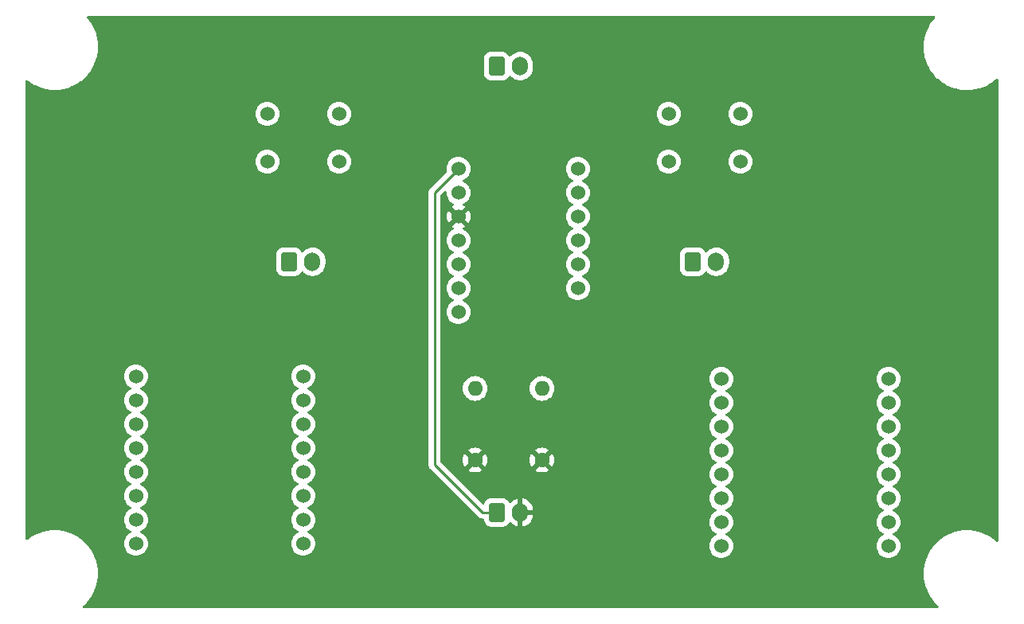
<source format=gbl>
%TF.GenerationSoftware,KiCad,Pcbnew,6.0.11-2627ca5db0~126~ubuntu20.04.1*%
%TF.CreationDate,2023-02-14T13:25:54-05:00*%
%TF.ProjectId,PowerSwitches,506f7765-7253-4776-9974-636865732e6b,rev?*%
%TF.SameCoordinates,Original*%
%TF.FileFunction,Copper,L2,Bot*%
%TF.FilePolarity,Positive*%
%FSLAX46Y46*%
G04 Gerber Fmt 4.6, Leading zero omitted, Abs format (unit mm)*
G04 Created by KiCad (PCBNEW 6.0.11-2627ca5db0~126~ubuntu20.04.1) date 2023-02-14 13:25:54*
%MOMM*%
%LPD*%
G01*
G04 APERTURE LIST*
G04 Aperture macros list*
%AMRoundRect*
0 Rectangle with rounded corners*
0 $1 Rounding radius*
0 $2 $3 $4 $5 $6 $7 $8 $9 X,Y pos of 4 corners*
0 Add a 4 corners polygon primitive as box body*
4,1,4,$2,$3,$4,$5,$6,$7,$8,$9,$2,$3,0*
0 Add four circle primitives for the rounded corners*
1,1,$1+$1,$2,$3*
1,1,$1+$1,$4,$5*
1,1,$1+$1,$6,$7*
1,1,$1+$1,$8,$9*
0 Add four rect primitives between the rounded corners*
20,1,$1+$1,$2,$3,$4,$5,0*
20,1,$1+$1,$4,$5,$6,$7,0*
20,1,$1+$1,$6,$7,$8,$9,0*
20,1,$1+$1,$8,$9,$2,$3,0*%
G04 Aperture macros list end*
%TA.AperFunction,ComponentPad*%
%ADD10C,1.524000*%
%TD*%
%TA.AperFunction,ComponentPad*%
%ADD11RoundRect,0.250000X-0.600000X-0.750000X0.600000X-0.750000X0.600000X0.750000X-0.600000X0.750000X0*%
%TD*%
%TA.AperFunction,ComponentPad*%
%ADD12O,1.700000X2.000000*%
%TD*%
%TA.AperFunction,ComponentPad*%
%ADD13C,1.600000*%
%TD*%
%TA.AperFunction,ComponentPad*%
%ADD14O,1.600000X1.600000*%
%TD*%
%TA.AperFunction,Conductor*%
%ADD15C,0.250000*%
%TD*%
G04 APERTURE END LIST*
D10*
X124460000Y-100838000D03*
X124460000Y-98298000D03*
X124460000Y-95758000D03*
X124460000Y-93218000D03*
X124460000Y-90678000D03*
X124460000Y-88138000D03*
X124460000Y-85598000D03*
X124460000Y-83058000D03*
X106680000Y-83058000D03*
X106680000Y-85598000D03*
X106680000Y-88138000D03*
X106680000Y-90678000D03*
X106680000Y-93218000D03*
X106680000Y-95758000D03*
X106680000Y-98298000D03*
X106680000Y-100838000D03*
D11*
X145034000Y-50038000D03*
D12*
X147534000Y-50038000D03*
D13*
X142748000Y-91948000D03*
D14*
X142748000Y-84328000D03*
D11*
X122956000Y-70849000D03*
D12*
X125456000Y-70849000D03*
D10*
X140970000Y-60960000D03*
X140970000Y-63500000D03*
X140970000Y-66040000D03*
X140970000Y-68580000D03*
X140970000Y-71120000D03*
X140970000Y-73660000D03*
X140970000Y-76200000D03*
X153670000Y-73660000D03*
X153670000Y-71120000D03*
X153670000Y-68580000D03*
X153670000Y-66040000D03*
X153670000Y-63500000D03*
X153670000Y-60960000D03*
D11*
X145054000Y-97519000D03*
D12*
X147554000Y-97519000D03*
D10*
X170942000Y-60198000D03*
X163322000Y-60198000D03*
X170942000Y-55118000D03*
X163322000Y-55118000D03*
D13*
X149860000Y-91948000D03*
D14*
X149860000Y-84328000D03*
D10*
X128270000Y-60198000D03*
X120650000Y-60198000D03*
X128270000Y-55118000D03*
X120650000Y-55118000D03*
X186690000Y-101092000D03*
X186690000Y-98552000D03*
X186690000Y-96012000D03*
X186690000Y-93472000D03*
X186690000Y-90932000D03*
X186690000Y-88392000D03*
X186690000Y-85852000D03*
X186690000Y-83312000D03*
X168910000Y-83312000D03*
X168910000Y-85852000D03*
X168910000Y-88392000D03*
X168910000Y-90932000D03*
X168910000Y-93472000D03*
X168910000Y-96012000D03*
X168910000Y-98552000D03*
X168910000Y-101092000D03*
D11*
X165882000Y-70849000D03*
D12*
X168382000Y-70849000D03*
D15*
X138430000Y-63500000D02*
X140970000Y-60960000D01*
X143493000Y-97519000D02*
X138430000Y-92456000D01*
X145054000Y-97519000D02*
X143493000Y-97519000D01*
X138430000Y-92456000D02*
X138430000Y-63500000D01*
X147554000Y-72624000D02*
X140970000Y-66040000D01*
X147554000Y-97519000D02*
X147554000Y-72624000D01*
%TA.AperFunction,Conductor*%
G36*
X191595014Y-44736502D02*
G01*
X191641507Y-44790158D01*
X191651611Y-44860432D01*
X191623908Y-44922900D01*
X191365835Y-45234304D01*
X191364192Y-45236708D01*
X191127180Y-45583503D01*
X191127174Y-45583513D01*
X191125537Y-45585908D01*
X191124131Y-45588439D01*
X191124125Y-45588449D01*
X190920161Y-45955653D01*
X190920157Y-45955662D01*
X190918744Y-45958205D01*
X190917571Y-45960872D01*
X190917566Y-45960881D01*
X190766145Y-46305012D01*
X190747225Y-46348012D01*
X190612445Y-46751996D01*
X190611781Y-46754839D01*
X190519251Y-47150901D01*
X190515559Y-47166703D01*
X190457393Y-47588586D01*
X190438445Y-48014038D01*
X190438585Y-48016953D01*
X190456813Y-48396422D01*
X190458878Y-48439422D01*
X190459286Y-48442306D01*
X190459286Y-48442307D01*
X190512835Y-48820928D01*
X190518516Y-48861099D01*
X190519187Y-48863926D01*
X190519188Y-48863932D01*
X190554591Y-49013114D01*
X190616850Y-49275465D01*
X190617781Y-49278223D01*
X190617784Y-49278234D01*
X190669094Y-49430259D01*
X190753038Y-49678976D01*
X190754222Y-49681641D01*
X190900427Y-50010795D01*
X190925917Y-50068182D01*
X190927340Y-50070723D01*
X190927342Y-50070727D01*
X191132586Y-50437217D01*
X191134008Y-50439756D01*
X191375532Y-50790519D01*
X191377395Y-50792751D01*
X191377401Y-50792759D01*
X191418208Y-50841650D01*
X191648424Y-51117473D01*
X191650492Y-51119530D01*
X191914475Y-51382134D01*
X191950349Y-51417821D01*
X191952591Y-51419672D01*
X191952596Y-51419677D01*
X192276486Y-51687147D01*
X192276494Y-51687153D01*
X192278727Y-51688997D01*
X192281136Y-51690637D01*
X192281137Y-51690638D01*
X192628332Y-51927035D01*
X192628337Y-51927038D01*
X192630750Y-51928681D01*
X192633298Y-51930091D01*
X192633307Y-51930096D01*
X192900375Y-52077829D01*
X193003408Y-52134824D01*
X193006074Y-52135992D01*
X193006075Y-52135992D01*
X193297426Y-52263583D01*
X193393514Y-52305663D01*
X193797733Y-52439737D01*
X193800559Y-52440392D01*
X193800566Y-52440394D01*
X194209763Y-52535240D01*
X194209772Y-52535242D01*
X194212608Y-52535899D01*
X194634592Y-52593329D01*
X194637442Y-52593456D01*
X194637443Y-52593456D01*
X194928914Y-52606437D01*
X194928931Y-52606437D01*
X194930337Y-52606500D01*
X195153369Y-52606500D01*
X195154809Y-52606433D01*
X195154824Y-52606433D01*
X195293718Y-52600004D01*
X195469418Y-52591872D01*
X195891199Y-52532970D01*
X195894021Y-52532305D01*
X195894029Y-52532304D01*
X196302896Y-52436028D01*
X196302901Y-52436026D01*
X196305736Y-52435359D01*
X196692236Y-52305663D01*
X196706728Y-52300800D01*
X196706731Y-52300799D01*
X196709484Y-52299875D01*
X196712142Y-52298700D01*
X197096344Y-52128847D01*
X197096350Y-52128844D01*
X197098992Y-52127676D01*
X197470928Y-51920233D01*
X197617805Y-51819476D01*
X197819706Y-51680973D01*
X197819713Y-51680968D01*
X197822112Y-51679322D01*
X198058862Y-51482419D01*
X198147300Y-51408866D01*
X198147302Y-51408864D01*
X198149541Y-51407002D01*
X198151602Y-51404937D01*
X198151609Y-51404931D01*
X198158329Y-51398200D01*
X198220612Y-51364121D01*
X198291432Y-51369126D01*
X198348304Y-51411624D01*
X198373171Y-51478123D01*
X198373500Y-51487219D01*
X198373500Y-100525728D01*
X198353498Y-100593849D01*
X198299842Y-100640342D01*
X198229568Y-100650446D01*
X198164988Y-100620952D01*
X198158639Y-100615057D01*
X198152799Y-100609248D01*
X198137651Y-100594179D01*
X198135409Y-100592328D01*
X198135404Y-100592323D01*
X197811514Y-100324853D01*
X197811506Y-100324847D01*
X197809273Y-100323003D01*
X197728963Y-100268322D01*
X197459668Y-100084965D01*
X197459663Y-100084962D01*
X197457250Y-100083319D01*
X197454702Y-100081909D01*
X197454693Y-100081904D01*
X197109508Y-99890959D01*
X197084592Y-99877176D01*
X196990618Y-99836022D01*
X196697158Y-99707507D01*
X196697155Y-99707506D01*
X196694486Y-99706337D01*
X196290267Y-99572263D01*
X196287441Y-99571608D01*
X196287434Y-99571606D01*
X195878237Y-99476760D01*
X195878228Y-99476758D01*
X195875392Y-99476101D01*
X195453408Y-99418671D01*
X195450558Y-99418544D01*
X195450557Y-99418544D01*
X195159086Y-99405563D01*
X195159069Y-99405563D01*
X195157663Y-99405500D01*
X194934631Y-99405500D01*
X194933191Y-99405567D01*
X194933176Y-99405567D01*
X194794282Y-99411996D01*
X194618582Y-99420128D01*
X194196801Y-99479030D01*
X194193979Y-99479695D01*
X194193971Y-99479696D01*
X193785104Y-99575972D01*
X193785099Y-99575974D01*
X193782264Y-99576641D01*
X193607523Y-99635278D01*
X193381272Y-99711200D01*
X193381269Y-99711201D01*
X193378516Y-99712125D01*
X193375860Y-99713299D01*
X193375858Y-99713300D01*
X192991656Y-99883153D01*
X192991650Y-99883156D01*
X192989008Y-99884324D01*
X192617072Y-100091767D01*
X192470195Y-100192524D01*
X192268294Y-100331027D01*
X192268287Y-100331032D01*
X192265888Y-100332678D01*
X192151069Y-100428172D01*
X191944500Y-100599974D01*
X191938459Y-100604998D01*
X191882441Y-100661114D01*
X191651488Y-100892470D01*
X191637583Y-100906399D01*
X191365835Y-101234304D01*
X191364192Y-101236708D01*
X191127180Y-101583503D01*
X191127174Y-101583513D01*
X191125537Y-101585908D01*
X191124131Y-101588439D01*
X191124125Y-101588449D01*
X190920161Y-101955653D01*
X190920157Y-101955662D01*
X190918744Y-101958205D01*
X190917571Y-101960872D01*
X190917566Y-101960881D01*
X190752607Y-102335780D01*
X190747225Y-102348012D01*
X190612445Y-102751996D01*
X190611781Y-102754839D01*
X190519251Y-103150901D01*
X190515559Y-103166703D01*
X190457393Y-103588586D01*
X190438445Y-104014038D01*
X190438585Y-104016953D01*
X190458248Y-104426298D01*
X190458878Y-104439422D01*
X190518516Y-104861099D01*
X190616850Y-105275465D01*
X190617781Y-105278223D01*
X190617784Y-105278234D01*
X190697676Y-105514944D01*
X190753038Y-105678976D01*
X190754222Y-105681641D01*
X190919527Y-106053795D01*
X190925917Y-106068182D01*
X191134008Y-106439756D01*
X191375532Y-106790519D01*
X191377395Y-106792751D01*
X191377401Y-106792759D01*
X191532881Y-106979040D01*
X191648424Y-107117473D01*
X191950349Y-107417821D01*
X191952591Y-107419672D01*
X191952596Y-107419677D01*
X192001843Y-107460345D01*
X192041632Y-107519144D01*
X192043316Y-107590121D01*
X192006360Y-107650741D01*
X191942497Y-107681757D01*
X191921612Y-107683500D01*
X101165634Y-107683500D01*
X101097513Y-107663498D01*
X101051020Y-107609842D01*
X101040916Y-107539568D01*
X101070410Y-107474988D01*
X101085065Y-107460626D01*
X101147300Y-107408866D01*
X101147302Y-107408864D01*
X101149541Y-107407002D01*
X101373500Y-107182652D01*
X101448363Y-107107659D01*
X101448367Y-107107654D01*
X101450417Y-107105601D01*
X101722165Y-106777696D01*
X101954860Y-106437217D01*
X101960820Y-106428497D01*
X101960826Y-106428487D01*
X101962463Y-106426092D01*
X101963869Y-106423561D01*
X101963875Y-106423551D01*
X102167839Y-106056347D01*
X102167843Y-106056338D01*
X102169256Y-106053795D01*
X102170429Y-106051128D01*
X102170434Y-106051119D01*
X102339601Y-105666657D01*
X102339604Y-105666650D01*
X102340775Y-105663988D01*
X102475555Y-105260004D01*
X102509677Y-105113949D01*
X102571776Y-104848145D01*
X102571777Y-104848137D01*
X102572441Y-104845297D01*
X102630607Y-104423414D01*
X102649555Y-103997962D01*
X102629891Y-103588586D01*
X102629262Y-103575483D01*
X102629261Y-103575473D01*
X102629122Y-103572578D01*
X102569484Y-103150901D01*
X102471150Y-102736535D01*
X102470219Y-102733777D01*
X102470216Y-102733766D01*
X102340171Y-102348457D01*
X102334962Y-102333024D01*
X102169662Y-101960881D01*
X102163271Y-101946492D01*
X102163269Y-101946488D01*
X102162083Y-101943818D01*
X102144142Y-101911781D01*
X101955414Y-101574783D01*
X101955413Y-101574781D01*
X101953992Y-101572244D01*
X101927093Y-101533178D01*
X101748766Y-101274196D01*
X101712468Y-101221481D01*
X101710605Y-101219249D01*
X101710599Y-101219241D01*
X101441446Y-100896768D01*
X101439576Y-100894527D01*
X101382752Y-100838000D01*
X105404647Y-100838000D01*
X105424022Y-101059463D01*
X105481560Y-101274196D01*
X105483882Y-101279177D01*
X105483883Y-101279178D01*
X105573186Y-101470689D01*
X105573189Y-101470694D01*
X105575512Y-101475676D01*
X105578668Y-101480183D01*
X105578669Y-101480185D01*
X105608569Y-101522886D01*
X105703023Y-101657781D01*
X105860219Y-101814977D01*
X105864727Y-101818134D01*
X105864730Y-101818136D01*
X105940495Y-101871187D01*
X106042323Y-101942488D01*
X106047305Y-101944811D01*
X106047310Y-101944814D01*
X106238822Y-102034117D01*
X106243804Y-102036440D01*
X106249112Y-102037862D01*
X106249114Y-102037863D01*
X106314949Y-102055503D01*
X106458537Y-102093978D01*
X106680000Y-102113353D01*
X106901463Y-102093978D01*
X107045051Y-102055503D01*
X107110886Y-102037863D01*
X107110888Y-102037862D01*
X107116196Y-102036440D01*
X107121178Y-102034117D01*
X107312690Y-101944814D01*
X107312695Y-101944811D01*
X107317677Y-101942488D01*
X107419505Y-101871187D01*
X107495270Y-101818136D01*
X107495273Y-101818134D01*
X107499781Y-101814977D01*
X107656977Y-101657781D01*
X107751432Y-101522886D01*
X107781331Y-101480185D01*
X107781332Y-101480183D01*
X107784488Y-101475676D01*
X107786811Y-101470694D01*
X107786814Y-101470689D01*
X107876117Y-101279178D01*
X107876118Y-101279177D01*
X107878440Y-101274196D01*
X107935978Y-101059463D01*
X107955353Y-100838000D01*
X123184647Y-100838000D01*
X123204022Y-101059463D01*
X123261560Y-101274196D01*
X123263882Y-101279177D01*
X123263883Y-101279178D01*
X123353186Y-101470689D01*
X123353189Y-101470694D01*
X123355512Y-101475676D01*
X123358668Y-101480183D01*
X123358669Y-101480185D01*
X123388569Y-101522886D01*
X123483023Y-101657781D01*
X123640219Y-101814977D01*
X123644727Y-101818134D01*
X123644730Y-101818136D01*
X123720495Y-101871187D01*
X123822323Y-101942488D01*
X123827305Y-101944811D01*
X123827310Y-101944814D01*
X124018822Y-102034117D01*
X124023804Y-102036440D01*
X124029112Y-102037862D01*
X124029114Y-102037863D01*
X124094949Y-102055503D01*
X124238537Y-102093978D01*
X124460000Y-102113353D01*
X124681463Y-102093978D01*
X124825051Y-102055503D01*
X124890886Y-102037863D01*
X124890888Y-102037862D01*
X124896196Y-102036440D01*
X124901178Y-102034117D01*
X125092690Y-101944814D01*
X125092695Y-101944811D01*
X125097677Y-101942488D01*
X125199505Y-101871187D01*
X125275270Y-101818136D01*
X125275273Y-101818134D01*
X125279781Y-101814977D01*
X125436977Y-101657781D01*
X125531432Y-101522886D01*
X125561331Y-101480185D01*
X125561332Y-101480183D01*
X125564488Y-101475676D01*
X125566811Y-101470694D01*
X125566814Y-101470689D01*
X125656117Y-101279178D01*
X125656118Y-101279177D01*
X125658440Y-101274196D01*
X125707260Y-101092000D01*
X167634647Y-101092000D01*
X167654022Y-101313463D01*
X167711560Y-101528196D01*
X167713882Y-101533177D01*
X167713883Y-101533178D01*
X167803186Y-101724689D01*
X167803189Y-101724694D01*
X167805512Y-101729676D01*
X167808668Y-101734183D01*
X167808669Y-101734185D01*
X167862512Y-101811080D01*
X167933023Y-101911781D01*
X168090219Y-102068977D01*
X168094727Y-102072134D01*
X168094730Y-102072136D01*
X168123890Y-102092554D01*
X168272323Y-102196488D01*
X168277305Y-102198811D01*
X168277310Y-102198814D01*
X168468822Y-102288117D01*
X168473804Y-102290440D01*
X168479112Y-102291862D01*
X168479114Y-102291863D01*
X168544949Y-102309503D01*
X168688537Y-102347978D01*
X168910000Y-102367353D01*
X169131463Y-102347978D01*
X169275051Y-102309503D01*
X169340886Y-102291863D01*
X169340888Y-102291862D01*
X169346196Y-102290440D01*
X169351178Y-102288117D01*
X169542690Y-102198814D01*
X169542695Y-102198811D01*
X169547677Y-102196488D01*
X169696110Y-102092554D01*
X169725270Y-102072136D01*
X169725273Y-102072134D01*
X169729781Y-102068977D01*
X169886977Y-101911781D01*
X169957489Y-101811080D01*
X170011331Y-101734185D01*
X170011332Y-101734183D01*
X170014488Y-101729676D01*
X170016811Y-101724694D01*
X170016814Y-101724689D01*
X170106117Y-101533178D01*
X170106118Y-101533177D01*
X170108440Y-101528196D01*
X170165978Y-101313463D01*
X170185353Y-101092000D01*
X185414647Y-101092000D01*
X185434022Y-101313463D01*
X185491560Y-101528196D01*
X185493882Y-101533177D01*
X185493883Y-101533178D01*
X185583186Y-101724689D01*
X185583189Y-101724694D01*
X185585512Y-101729676D01*
X185588668Y-101734183D01*
X185588669Y-101734185D01*
X185642512Y-101811080D01*
X185713023Y-101911781D01*
X185870219Y-102068977D01*
X185874727Y-102072134D01*
X185874730Y-102072136D01*
X185903890Y-102092554D01*
X186052323Y-102196488D01*
X186057305Y-102198811D01*
X186057310Y-102198814D01*
X186248822Y-102288117D01*
X186253804Y-102290440D01*
X186259112Y-102291862D01*
X186259114Y-102291863D01*
X186324949Y-102309503D01*
X186468537Y-102347978D01*
X186690000Y-102367353D01*
X186911463Y-102347978D01*
X187055051Y-102309503D01*
X187120886Y-102291863D01*
X187120888Y-102291862D01*
X187126196Y-102290440D01*
X187131178Y-102288117D01*
X187322690Y-102198814D01*
X187322695Y-102198811D01*
X187327677Y-102196488D01*
X187476110Y-102092554D01*
X187505270Y-102072136D01*
X187505273Y-102072134D01*
X187509781Y-102068977D01*
X187666977Y-101911781D01*
X187737489Y-101811080D01*
X187791331Y-101734185D01*
X187791332Y-101734183D01*
X187794488Y-101729676D01*
X187796811Y-101724694D01*
X187796814Y-101724689D01*
X187886117Y-101533178D01*
X187886118Y-101533177D01*
X187888440Y-101528196D01*
X187945978Y-101313463D01*
X187965353Y-101092000D01*
X187945978Y-100870537D01*
X187888440Y-100655804D01*
X187881230Y-100640342D01*
X187796814Y-100459311D01*
X187796811Y-100459306D01*
X187794488Y-100454324D01*
X187776176Y-100428172D01*
X187670136Y-100276730D01*
X187670134Y-100276727D01*
X187666977Y-100272219D01*
X187509781Y-100115023D01*
X187505273Y-100111866D01*
X187505270Y-100111864D01*
X187371531Y-100018219D01*
X187327677Y-99987512D01*
X187322695Y-99985189D01*
X187322690Y-99985186D01*
X187217627Y-99936195D01*
X187164342Y-99889278D01*
X187144881Y-99821001D01*
X187165423Y-99753041D01*
X187217627Y-99707805D01*
X187322690Y-99658814D01*
X187322695Y-99658811D01*
X187327677Y-99656488D01*
X187446653Y-99573180D01*
X187505270Y-99532136D01*
X187505273Y-99532134D01*
X187509781Y-99528977D01*
X187666977Y-99371781D01*
X187737489Y-99271080D01*
X187791331Y-99194185D01*
X187791332Y-99194183D01*
X187794488Y-99189676D01*
X187796811Y-99184694D01*
X187796814Y-99184689D01*
X187886117Y-98993178D01*
X187886118Y-98993177D01*
X187888440Y-98988196D01*
X187895697Y-98961115D01*
X187920565Y-98868305D01*
X187945978Y-98773463D01*
X187965353Y-98552000D01*
X187945978Y-98330537D01*
X187903632Y-98172502D01*
X187889863Y-98121114D01*
X187889862Y-98121112D01*
X187888440Y-98115804D01*
X187886117Y-98110822D01*
X187796814Y-97919311D01*
X187796811Y-97919306D01*
X187794488Y-97914324D01*
X187791331Y-97909815D01*
X187670136Y-97736730D01*
X187670134Y-97736727D01*
X187666977Y-97732219D01*
X187509781Y-97575023D01*
X187505273Y-97571866D01*
X187505270Y-97571864D01*
X187371531Y-97478219D01*
X187327677Y-97447512D01*
X187322695Y-97445189D01*
X187322690Y-97445186D01*
X187217627Y-97396195D01*
X187164342Y-97349278D01*
X187144881Y-97281001D01*
X187165423Y-97213041D01*
X187217627Y-97167805D01*
X187322690Y-97118814D01*
X187322695Y-97118811D01*
X187327677Y-97116488D01*
X187474076Y-97013978D01*
X187505270Y-96992136D01*
X187505273Y-96992134D01*
X187509781Y-96988977D01*
X187666977Y-96831781D01*
X187671309Y-96825595D01*
X187791331Y-96654185D01*
X187791332Y-96654183D01*
X187794488Y-96649676D01*
X187796811Y-96644694D01*
X187796814Y-96644689D01*
X187886117Y-96453178D01*
X187886118Y-96453177D01*
X187888440Y-96448196D01*
X187945978Y-96233463D01*
X187965353Y-96012000D01*
X187945978Y-95790537D01*
X187888440Y-95575804D01*
X187886117Y-95570822D01*
X187796814Y-95379311D01*
X187796811Y-95379306D01*
X187794488Y-95374324D01*
X187791331Y-95369815D01*
X187670136Y-95196730D01*
X187670134Y-95196727D01*
X187666977Y-95192219D01*
X187509781Y-95035023D01*
X187505273Y-95031866D01*
X187505270Y-95031864D01*
X187371531Y-94938219D01*
X187327677Y-94907512D01*
X187322695Y-94905189D01*
X187322690Y-94905186D01*
X187217627Y-94856195D01*
X187164342Y-94809278D01*
X187144881Y-94741001D01*
X187165423Y-94673041D01*
X187217627Y-94627805D01*
X187322690Y-94578814D01*
X187322695Y-94578811D01*
X187327677Y-94576488D01*
X187474076Y-94473978D01*
X187505270Y-94452136D01*
X187505273Y-94452134D01*
X187509781Y-94448977D01*
X187666977Y-94291781D01*
X187737489Y-94191080D01*
X187791331Y-94114185D01*
X187791332Y-94114183D01*
X187794488Y-94109676D01*
X187796811Y-94104694D01*
X187796814Y-94104689D01*
X187886117Y-93913178D01*
X187886118Y-93913177D01*
X187888440Y-93908196D01*
X187945978Y-93693463D01*
X187965353Y-93472000D01*
X187945978Y-93250537D01*
X187888440Y-93035804D01*
X187881801Y-93021566D01*
X187796814Y-92839311D01*
X187796811Y-92839306D01*
X187794488Y-92834324D01*
X187776971Y-92809307D01*
X187670136Y-92656730D01*
X187670134Y-92656727D01*
X187666977Y-92652219D01*
X187509781Y-92495023D01*
X187505273Y-92491866D01*
X187505270Y-92491864D01*
X187377973Y-92402730D01*
X187327677Y-92367512D01*
X187322695Y-92365189D01*
X187322690Y-92365186D01*
X187217627Y-92316195D01*
X187164342Y-92269278D01*
X187144881Y-92201001D01*
X187165423Y-92133041D01*
X187217627Y-92087805D01*
X187322690Y-92038814D01*
X187322695Y-92038811D01*
X187327677Y-92036488D01*
X187440369Y-91957580D01*
X187505270Y-91912136D01*
X187505273Y-91912134D01*
X187509781Y-91908977D01*
X187666977Y-91751781D01*
X187685393Y-91725481D01*
X187791331Y-91574185D01*
X187791332Y-91574183D01*
X187794488Y-91569676D01*
X187796811Y-91564694D01*
X187796814Y-91564689D01*
X187886117Y-91373178D01*
X187886118Y-91373177D01*
X187888440Y-91368196D01*
X187945978Y-91153463D01*
X187965353Y-90932000D01*
X187945978Y-90710537D01*
X187888440Y-90495804D01*
X187886117Y-90490822D01*
X187796814Y-90299311D01*
X187796811Y-90299306D01*
X187794488Y-90294324D01*
X187791331Y-90289815D01*
X187670136Y-90116730D01*
X187670134Y-90116727D01*
X187666977Y-90112219D01*
X187509781Y-89955023D01*
X187505273Y-89951866D01*
X187505270Y-89951864D01*
X187371531Y-89858219D01*
X187327677Y-89827512D01*
X187322695Y-89825189D01*
X187322690Y-89825186D01*
X187217627Y-89776195D01*
X187164342Y-89729278D01*
X187144881Y-89661001D01*
X187165423Y-89593041D01*
X187217627Y-89547805D01*
X187322690Y-89498814D01*
X187322695Y-89498811D01*
X187327677Y-89496488D01*
X187474076Y-89393978D01*
X187505270Y-89372136D01*
X187505273Y-89372134D01*
X187509781Y-89368977D01*
X187666977Y-89211781D01*
X187737489Y-89111080D01*
X187791331Y-89034185D01*
X187791332Y-89034183D01*
X187794488Y-89029676D01*
X187796811Y-89024694D01*
X187796814Y-89024689D01*
X187886117Y-88833178D01*
X187886118Y-88833177D01*
X187888440Y-88828196D01*
X187945978Y-88613463D01*
X187965353Y-88392000D01*
X187945978Y-88170537D01*
X187888440Y-87955804D01*
X187886117Y-87950822D01*
X187796814Y-87759311D01*
X187796811Y-87759306D01*
X187794488Y-87754324D01*
X187791331Y-87749815D01*
X187670136Y-87576730D01*
X187670134Y-87576727D01*
X187666977Y-87572219D01*
X187509781Y-87415023D01*
X187505273Y-87411866D01*
X187505270Y-87411864D01*
X187371531Y-87318219D01*
X187327677Y-87287512D01*
X187322695Y-87285189D01*
X187322690Y-87285186D01*
X187217627Y-87236195D01*
X187164342Y-87189278D01*
X187144881Y-87121001D01*
X187165423Y-87053041D01*
X187217627Y-87007805D01*
X187322690Y-86958814D01*
X187322695Y-86958811D01*
X187327677Y-86956488D01*
X187474076Y-86853978D01*
X187505270Y-86832136D01*
X187505273Y-86832134D01*
X187509781Y-86828977D01*
X187666977Y-86671781D01*
X187737489Y-86571080D01*
X187791331Y-86494185D01*
X187791332Y-86494183D01*
X187794488Y-86489676D01*
X187796811Y-86484694D01*
X187796814Y-86484689D01*
X187886117Y-86293178D01*
X187886118Y-86293177D01*
X187888440Y-86288196D01*
X187945978Y-86073463D01*
X187965353Y-85852000D01*
X187945978Y-85630537D01*
X187888440Y-85415804D01*
X187886117Y-85410822D01*
X187796814Y-85219311D01*
X187796811Y-85219306D01*
X187794488Y-85214324D01*
X187791331Y-85209815D01*
X187670136Y-85036730D01*
X187670134Y-85036727D01*
X187666977Y-85032219D01*
X187509781Y-84875023D01*
X187505273Y-84871866D01*
X187505270Y-84871864D01*
X187370137Y-84777243D01*
X187327677Y-84747512D01*
X187322695Y-84745189D01*
X187322690Y-84745186D01*
X187217627Y-84696195D01*
X187164342Y-84649278D01*
X187144881Y-84581001D01*
X187165423Y-84513041D01*
X187217627Y-84467805D01*
X187322690Y-84418814D01*
X187322695Y-84418811D01*
X187327677Y-84416488D01*
X187434025Y-84342022D01*
X187505270Y-84292136D01*
X187505273Y-84292134D01*
X187509781Y-84288977D01*
X187666977Y-84131781D01*
X187689292Y-84099913D01*
X187791331Y-83954185D01*
X187791332Y-83954183D01*
X187794488Y-83949676D01*
X187796811Y-83944694D01*
X187796814Y-83944689D01*
X187886117Y-83753178D01*
X187886118Y-83753177D01*
X187888440Y-83748196D01*
X187945978Y-83533463D01*
X187965353Y-83312000D01*
X187945978Y-83090537D01*
X187888440Y-82875804D01*
X187886117Y-82870822D01*
X187796814Y-82679311D01*
X187796811Y-82679306D01*
X187794488Y-82674324D01*
X187791331Y-82669815D01*
X187670136Y-82496730D01*
X187670134Y-82496727D01*
X187666977Y-82492219D01*
X187509781Y-82335023D01*
X187505273Y-82331866D01*
X187505270Y-82331864D01*
X187371531Y-82238219D01*
X187327677Y-82207512D01*
X187322695Y-82205189D01*
X187322690Y-82205186D01*
X187131178Y-82115883D01*
X187131177Y-82115882D01*
X187126196Y-82113560D01*
X187120888Y-82112138D01*
X187120886Y-82112137D01*
X187004767Y-82081023D01*
X186911463Y-82056022D01*
X186690000Y-82036647D01*
X186468537Y-82056022D01*
X186375233Y-82081023D01*
X186259114Y-82112137D01*
X186259112Y-82112138D01*
X186253804Y-82113560D01*
X186248823Y-82115882D01*
X186248822Y-82115883D01*
X186057311Y-82205186D01*
X186057306Y-82205189D01*
X186052324Y-82207512D01*
X186047817Y-82210668D01*
X186047815Y-82210669D01*
X185874730Y-82331864D01*
X185874727Y-82331866D01*
X185870219Y-82335023D01*
X185713023Y-82492219D01*
X185709866Y-82496727D01*
X185709864Y-82496730D01*
X185588669Y-82669815D01*
X185585512Y-82674324D01*
X185583189Y-82679306D01*
X185583186Y-82679311D01*
X185493883Y-82870822D01*
X185491560Y-82875804D01*
X185434022Y-83090537D01*
X185414647Y-83312000D01*
X185434022Y-83533463D01*
X185491560Y-83748196D01*
X185493882Y-83753177D01*
X185493883Y-83753178D01*
X185583186Y-83944689D01*
X185583189Y-83944694D01*
X185585512Y-83949676D01*
X185588668Y-83954183D01*
X185588669Y-83954185D01*
X185690709Y-84099913D01*
X185713023Y-84131781D01*
X185870219Y-84288977D01*
X185874727Y-84292134D01*
X185874730Y-84292136D01*
X185945975Y-84342022D01*
X186052323Y-84416488D01*
X186057305Y-84418811D01*
X186057310Y-84418814D01*
X186162373Y-84467805D01*
X186215658Y-84514722D01*
X186235119Y-84582999D01*
X186214577Y-84650959D01*
X186162373Y-84696195D01*
X186057311Y-84745186D01*
X186057306Y-84745189D01*
X186052324Y-84747512D01*
X186047817Y-84750668D01*
X186047815Y-84750669D01*
X185874730Y-84871864D01*
X185874727Y-84871866D01*
X185870219Y-84875023D01*
X185713023Y-85032219D01*
X185709866Y-85036727D01*
X185709864Y-85036730D01*
X185588669Y-85209815D01*
X185585512Y-85214324D01*
X185583189Y-85219306D01*
X185583186Y-85219311D01*
X185493883Y-85410822D01*
X185491560Y-85415804D01*
X185434022Y-85630537D01*
X185414647Y-85852000D01*
X185434022Y-86073463D01*
X185491560Y-86288196D01*
X185493882Y-86293177D01*
X185493883Y-86293178D01*
X185583186Y-86484689D01*
X185583189Y-86484694D01*
X185585512Y-86489676D01*
X185588668Y-86494183D01*
X185588669Y-86494185D01*
X185642512Y-86571080D01*
X185713023Y-86671781D01*
X185870219Y-86828977D01*
X185874727Y-86832134D01*
X185874730Y-86832136D01*
X185905924Y-86853978D01*
X186052323Y-86956488D01*
X186057305Y-86958811D01*
X186057310Y-86958814D01*
X186162373Y-87007805D01*
X186215658Y-87054722D01*
X186235119Y-87122999D01*
X186214577Y-87190959D01*
X186162373Y-87236195D01*
X186057311Y-87285186D01*
X186057306Y-87285189D01*
X186052324Y-87287512D01*
X186047817Y-87290668D01*
X186047815Y-87290669D01*
X185874730Y-87411864D01*
X185874727Y-87411866D01*
X185870219Y-87415023D01*
X185713023Y-87572219D01*
X185709866Y-87576727D01*
X185709864Y-87576730D01*
X185588669Y-87749815D01*
X185585512Y-87754324D01*
X185583189Y-87759306D01*
X185583186Y-87759311D01*
X185493883Y-87950822D01*
X185491560Y-87955804D01*
X185434022Y-88170537D01*
X185414647Y-88392000D01*
X185434022Y-88613463D01*
X185491560Y-88828196D01*
X185493882Y-88833177D01*
X185493883Y-88833178D01*
X185583186Y-89024689D01*
X185583189Y-89024694D01*
X185585512Y-89029676D01*
X185588668Y-89034183D01*
X185588669Y-89034185D01*
X185642512Y-89111080D01*
X185713023Y-89211781D01*
X185870219Y-89368977D01*
X185874727Y-89372134D01*
X185874730Y-89372136D01*
X185905924Y-89393978D01*
X186052323Y-89496488D01*
X186057305Y-89498811D01*
X186057310Y-89498814D01*
X186162373Y-89547805D01*
X186215658Y-89594722D01*
X186235119Y-89662999D01*
X186214577Y-89730959D01*
X186162373Y-89776195D01*
X186057311Y-89825186D01*
X186057306Y-89825189D01*
X186052324Y-89827512D01*
X186047817Y-89830668D01*
X186047815Y-89830669D01*
X185874730Y-89951864D01*
X185874727Y-89951866D01*
X185870219Y-89955023D01*
X185713023Y-90112219D01*
X185709866Y-90116727D01*
X185709864Y-90116730D01*
X185588669Y-90289815D01*
X185585512Y-90294324D01*
X185583189Y-90299306D01*
X185583186Y-90299311D01*
X185493883Y-90490822D01*
X185491560Y-90495804D01*
X185434022Y-90710537D01*
X185414647Y-90932000D01*
X185434022Y-91153463D01*
X185491560Y-91368196D01*
X185493882Y-91373177D01*
X185493883Y-91373178D01*
X185583186Y-91564689D01*
X185583189Y-91564694D01*
X185585512Y-91569676D01*
X185588668Y-91574183D01*
X185588669Y-91574185D01*
X185694608Y-91725481D01*
X185713023Y-91751781D01*
X185870219Y-91908977D01*
X185874727Y-91912134D01*
X185874730Y-91912136D01*
X185939631Y-91957580D01*
X186052323Y-92036488D01*
X186057305Y-92038811D01*
X186057310Y-92038814D01*
X186162373Y-92087805D01*
X186215658Y-92134722D01*
X186235119Y-92202999D01*
X186214577Y-92270959D01*
X186162373Y-92316195D01*
X186057311Y-92365186D01*
X186057306Y-92365189D01*
X186052324Y-92367512D01*
X186047817Y-92370668D01*
X186047815Y-92370669D01*
X185874730Y-92491864D01*
X185874727Y-92491866D01*
X185870219Y-92495023D01*
X185713023Y-92652219D01*
X185709866Y-92656727D01*
X185709864Y-92656730D01*
X185603029Y-92809307D01*
X185585512Y-92834324D01*
X185583189Y-92839306D01*
X185583186Y-92839311D01*
X185498199Y-93021566D01*
X185491560Y-93035804D01*
X185434022Y-93250537D01*
X185414647Y-93472000D01*
X185434022Y-93693463D01*
X185491560Y-93908196D01*
X185493882Y-93913177D01*
X185493883Y-93913178D01*
X185583186Y-94104689D01*
X185583189Y-94104694D01*
X185585512Y-94109676D01*
X185588668Y-94114183D01*
X185588669Y-94114185D01*
X185642512Y-94191080D01*
X185713023Y-94291781D01*
X185870219Y-94448977D01*
X185874727Y-94452134D01*
X185874730Y-94452136D01*
X185905924Y-94473978D01*
X186052323Y-94576488D01*
X186057305Y-94578811D01*
X186057310Y-94578814D01*
X186162373Y-94627805D01*
X186215658Y-94674722D01*
X186235119Y-94742999D01*
X186214577Y-94810959D01*
X186162373Y-94856195D01*
X186057311Y-94905186D01*
X186057306Y-94905189D01*
X186052324Y-94907512D01*
X186047817Y-94910668D01*
X186047815Y-94910669D01*
X185874730Y-95031864D01*
X185874727Y-95031866D01*
X185870219Y-95035023D01*
X185713023Y-95192219D01*
X185709866Y-95196727D01*
X185709864Y-95196730D01*
X185588669Y-95369815D01*
X185585512Y-95374324D01*
X185583189Y-95379306D01*
X185583186Y-95379311D01*
X185493883Y-95570822D01*
X185491560Y-95575804D01*
X185434022Y-95790537D01*
X185414647Y-96012000D01*
X185434022Y-96233463D01*
X185491560Y-96448196D01*
X185493882Y-96453177D01*
X185493883Y-96453178D01*
X185583186Y-96644689D01*
X185583189Y-96644694D01*
X185585512Y-96649676D01*
X185588668Y-96654183D01*
X185588669Y-96654185D01*
X185708692Y-96825595D01*
X185713023Y-96831781D01*
X185870219Y-96988977D01*
X185874727Y-96992134D01*
X185874730Y-96992136D01*
X185905924Y-97013978D01*
X186052323Y-97116488D01*
X186057305Y-97118811D01*
X186057310Y-97118814D01*
X186162373Y-97167805D01*
X186215658Y-97214722D01*
X186235119Y-97282999D01*
X186214577Y-97350959D01*
X186162373Y-97396195D01*
X186057311Y-97445186D01*
X186057306Y-97445189D01*
X186052324Y-97447512D01*
X186047817Y-97450668D01*
X186047815Y-97450669D01*
X185874730Y-97571864D01*
X185874727Y-97571866D01*
X185870219Y-97575023D01*
X185713023Y-97732219D01*
X185709866Y-97736727D01*
X185709864Y-97736730D01*
X185588669Y-97909815D01*
X185585512Y-97914324D01*
X185583189Y-97919306D01*
X185583186Y-97919311D01*
X185493883Y-98110822D01*
X185491560Y-98115804D01*
X185490138Y-98121112D01*
X185490137Y-98121114D01*
X185476368Y-98172502D01*
X185434022Y-98330537D01*
X185414647Y-98552000D01*
X185434022Y-98773463D01*
X185459435Y-98868305D01*
X185484304Y-98961115D01*
X185491560Y-98988196D01*
X185493882Y-98993177D01*
X185493883Y-98993178D01*
X185583186Y-99184689D01*
X185583189Y-99184694D01*
X185585512Y-99189676D01*
X185588668Y-99194183D01*
X185588669Y-99194185D01*
X185642512Y-99271080D01*
X185713023Y-99371781D01*
X185870219Y-99528977D01*
X185874727Y-99532134D01*
X185874730Y-99532136D01*
X185933347Y-99573180D01*
X186052323Y-99656488D01*
X186057305Y-99658811D01*
X186057310Y-99658814D01*
X186162373Y-99707805D01*
X186215658Y-99754722D01*
X186235119Y-99822999D01*
X186214577Y-99890959D01*
X186162373Y-99936195D01*
X186057311Y-99985186D01*
X186057306Y-99985189D01*
X186052324Y-99987512D01*
X186047817Y-99990668D01*
X186047815Y-99990669D01*
X185874730Y-100111864D01*
X185874727Y-100111866D01*
X185870219Y-100115023D01*
X185713023Y-100272219D01*
X185709866Y-100276727D01*
X185709864Y-100276730D01*
X185603824Y-100428172D01*
X185585512Y-100454324D01*
X185583189Y-100459306D01*
X185583186Y-100459311D01*
X185498770Y-100640342D01*
X185491560Y-100655804D01*
X185434022Y-100870537D01*
X185414647Y-101092000D01*
X170185353Y-101092000D01*
X170165978Y-100870537D01*
X170108440Y-100655804D01*
X170101230Y-100640342D01*
X170016814Y-100459311D01*
X170016811Y-100459306D01*
X170014488Y-100454324D01*
X169996176Y-100428172D01*
X169890136Y-100276730D01*
X169890134Y-100276727D01*
X169886977Y-100272219D01*
X169729781Y-100115023D01*
X169725273Y-100111866D01*
X169725270Y-100111864D01*
X169591531Y-100018219D01*
X169547677Y-99987512D01*
X169542695Y-99985189D01*
X169542690Y-99985186D01*
X169437627Y-99936195D01*
X169384342Y-99889278D01*
X169364881Y-99821001D01*
X169385423Y-99753041D01*
X169437627Y-99707805D01*
X169542690Y-99658814D01*
X169542695Y-99658811D01*
X169547677Y-99656488D01*
X169666653Y-99573180D01*
X169725270Y-99532136D01*
X169725273Y-99532134D01*
X169729781Y-99528977D01*
X169886977Y-99371781D01*
X169957489Y-99271080D01*
X170011331Y-99194185D01*
X170011332Y-99194183D01*
X170014488Y-99189676D01*
X170016811Y-99184694D01*
X170016814Y-99184689D01*
X170106117Y-98993178D01*
X170106118Y-98993177D01*
X170108440Y-98988196D01*
X170115697Y-98961115D01*
X170140565Y-98868305D01*
X170165978Y-98773463D01*
X170185353Y-98552000D01*
X170165978Y-98330537D01*
X170123632Y-98172502D01*
X170109863Y-98121114D01*
X170109862Y-98121112D01*
X170108440Y-98115804D01*
X170106117Y-98110822D01*
X170016814Y-97919311D01*
X170016811Y-97919306D01*
X170014488Y-97914324D01*
X170011331Y-97909815D01*
X169890136Y-97736730D01*
X169890134Y-97736727D01*
X169886977Y-97732219D01*
X169729781Y-97575023D01*
X169725273Y-97571866D01*
X169725270Y-97571864D01*
X169591531Y-97478219D01*
X169547677Y-97447512D01*
X169542695Y-97445189D01*
X169542690Y-97445186D01*
X169437627Y-97396195D01*
X169384342Y-97349278D01*
X169364881Y-97281001D01*
X169385423Y-97213041D01*
X169437627Y-97167805D01*
X169542690Y-97118814D01*
X169542695Y-97118811D01*
X169547677Y-97116488D01*
X169694076Y-97013978D01*
X169725270Y-96992136D01*
X169725273Y-96992134D01*
X169729781Y-96988977D01*
X169886977Y-96831781D01*
X169891309Y-96825595D01*
X170011331Y-96654185D01*
X170011332Y-96654183D01*
X170014488Y-96649676D01*
X170016811Y-96644694D01*
X170016814Y-96644689D01*
X170106117Y-96453178D01*
X170106118Y-96453177D01*
X170108440Y-96448196D01*
X170165978Y-96233463D01*
X170185353Y-96012000D01*
X170165978Y-95790537D01*
X170108440Y-95575804D01*
X170106117Y-95570822D01*
X170016814Y-95379311D01*
X170016811Y-95379306D01*
X170014488Y-95374324D01*
X170011331Y-95369815D01*
X169890136Y-95196730D01*
X169890134Y-95196727D01*
X169886977Y-95192219D01*
X169729781Y-95035023D01*
X169725273Y-95031866D01*
X169725270Y-95031864D01*
X169591531Y-94938219D01*
X169547677Y-94907512D01*
X169542695Y-94905189D01*
X169542690Y-94905186D01*
X169437627Y-94856195D01*
X169384342Y-94809278D01*
X169364881Y-94741001D01*
X169385423Y-94673041D01*
X169437627Y-94627805D01*
X169542690Y-94578814D01*
X169542695Y-94578811D01*
X169547677Y-94576488D01*
X169694076Y-94473978D01*
X169725270Y-94452136D01*
X169725273Y-94452134D01*
X169729781Y-94448977D01*
X169886977Y-94291781D01*
X169957489Y-94191080D01*
X170011331Y-94114185D01*
X170011332Y-94114183D01*
X170014488Y-94109676D01*
X170016811Y-94104694D01*
X170016814Y-94104689D01*
X170106117Y-93913178D01*
X170106118Y-93913177D01*
X170108440Y-93908196D01*
X170165978Y-93693463D01*
X170185353Y-93472000D01*
X170165978Y-93250537D01*
X170108440Y-93035804D01*
X170101801Y-93021566D01*
X170016814Y-92839311D01*
X170016811Y-92839306D01*
X170014488Y-92834324D01*
X169996971Y-92809307D01*
X169890136Y-92656730D01*
X169890134Y-92656727D01*
X169886977Y-92652219D01*
X169729781Y-92495023D01*
X169725273Y-92491866D01*
X169725270Y-92491864D01*
X169597973Y-92402730D01*
X169547677Y-92367512D01*
X169542695Y-92365189D01*
X169542690Y-92365186D01*
X169437627Y-92316195D01*
X169384342Y-92269278D01*
X169364881Y-92201001D01*
X169385423Y-92133041D01*
X169437627Y-92087805D01*
X169542690Y-92038814D01*
X169542695Y-92038811D01*
X169547677Y-92036488D01*
X169660369Y-91957580D01*
X169725270Y-91912136D01*
X169725273Y-91912134D01*
X169729781Y-91908977D01*
X169886977Y-91751781D01*
X169905393Y-91725481D01*
X170011331Y-91574185D01*
X170011332Y-91574183D01*
X170014488Y-91569676D01*
X170016811Y-91564694D01*
X170016814Y-91564689D01*
X170106117Y-91373178D01*
X170106118Y-91373177D01*
X170108440Y-91368196D01*
X170165978Y-91153463D01*
X170185353Y-90932000D01*
X170165978Y-90710537D01*
X170108440Y-90495804D01*
X170106117Y-90490822D01*
X170016814Y-90299311D01*
X170016811Y-90299306D01*
X170014488Y-90294324D01*
X170011331Y-90289815D01*
X169890136Y-90116730D01*
X169890134Y-90116727D01*
X169886977Y-90112219D01*
X169729781Y-89955023D01*
X169725273Y-89951866D01*
X169725270Y-89951864D01*
X169591531Y-89858219D01*
X169547677Y-89827512D01*
X169542695Y-89825189D01*
X169542690Y-89825186D01*
X169437627Y-89776195D01*
X169384342Y-89729278D01*
X169364881Y-89661001D01*
X169385423Y-89593041D01*
X169437627Y-89547805D01*
X169542690Y-89498814D01*
X169542695Y-89498811D01*
X169547677Y-89496488D01*
X169694076Y-89393978D01*
X169725270Y-89372136D01*
X169725273Y-89372134D01*
X169729781Y-89368977D01*
X169886977Y-89211781D01*
X169957489Y-89111080D01*
X170011331Y-89034185D01*
X170011332Y-89034183D01*
X170014488Y-89029676D01*
X170016811Y-89024694D01*
X170016814Y-89024689D01*
X170106117Y-88833178D01*
X170106118Y-88833177D01*
X170108440Y-88828196D01*
X170165978Y-88613463D01*
X170185353Y-88392000D01*
X170165978Y-88170537D01*
X170108440Y-87955804D01*
X170106117Y-87950822D01*
X170016814Y-87759311D01*
X170016811Y-87759306D01*
X170014488Y-87754324D01*
X170011331Y-87749815D01*
X169890136Y-87576730D01*
X169890134Y-87576727D01*
X169886977Y-87572219D01*
X169729781Y-87415023D01*
X169725273Y-87411866D01*
X169725270Y-87411864D01*
X169591531Y-87318219D01*
X169547677Y-87287512D01*
X169542695Y-87285189D01*
X169542690Y-87285186D01*
X169437627Y-87236195D01*
X169384342Y-87189278D01*
X169364881Y-87121001D01*
X169385423Y-87053041D01*
X169437627Y-87007805D01*
X169542690Y-86958814D01*
X169542695Y-86958811D01*
X169547677Y-86956488D01*
X169694076Y-86853978D01*
X169725270Y-86832136D01*
X169725273Y-86832134D01*
X169729781Y-86828977D01*
X169886977Y-86671781D01*
X169957489Y-86571080D01*
X170011331Y-86494185D01*
X170011332Y-86494183D01*
X170014488Y-86489676D01*
X170016811Y-86484694D01*
X170016814Y-86484689D01*
X170106117Y-86293178D01*
X170106118Y-86293177D01*
X170108440Y-86288196D01*
X170165978Y-86073463D01*
X170185353Y-85852000D01*
X170165978Y-85630537D01*
X170108440Y-85415804D01*
X170106117Y-85410822D01*
X170016814Y-85219311D01*
X170016811Y-85219306D01*
X170014488Y-85214324D01*
X170011331Y-85209815D01*
X169890136Y-85036730D01*
X169890134Y-85036727D01*
X169886977Y-85032219D01*
X169729781Y-84875023D01*
X169725273Y-84871866D01*
X169725270Y-84871864D01*
X169590137Y-84777243D01*
X169547677Y-84747512D01*
X169542695Y-84745189D01*
X169542690Y-84745186D01*
X169437627Y-84696195D01*
X169384342Y-84649278D01*
X169364881Y-84581001D01*
X169385423Y-84513041D01*
X169437627Y-84467805D01*
X169542690Y-84418814D01*
X169542695Y-84418811D01*
X169547677Y-84416488D01*
X169654025Y-84342022D01*
X169725270Y-84292136D01*
X169725273Y-84292134D01*
X169729781Y-84288977D01*
X169886977Y-84131781D01*
X169909292Y-84099913D01*
X170011331Y-83954185D01*
X170011332Y-83954183D01*
X170014488Y-83949676D01*
X170016811Y-83944694D01*
X170016814Y-83944689D01*
X170106117Y-83753178D01*
X170106118Y-83753177D01*
X170108440Y-83748196D01*
X170165978Y-83533463D01*
X170185353Y-83312000D01*
X170165978Y-83090537D01*
X170108440Y-82875804D01*
X170106117Y-82870822D01*
X170016814Y-82679311D01*
X170016811Y-82679306D01*
X170014488Y-82674324D01*
X170011331Y-82669815D01*
X169890136Y-82496730D01*
X169890134Y-82496727D01*
X169886977Y-82492219D01*
X169729781Y-82335023D01*
X169725273Y-82331866D01*
X169725270Y-82331864D01*
X169591531Y-82238219D01*
X169547677Y-82207512D01*
X169542695Y-82205189D01*
X169542690Y-82205186D01*
X169351178Y-82115883D01*
X169351177Y-82115882D01*
X169346196Y-82113560D01*
X169340888Y-82112138D01*
X169340886Y-82112137D01*
X169224767Y-82081023D01*
X169131463Y-82056022D01*
X168910000Y-82036647D01*
X168688537Y-82056022D01*
X168595233Y-82081023D01*
X168479114Y-82112137D01*
X168479112Y-82112138D01*
X168473804Y-82113560D01*
X168468823Y-82115882D01*
X168468822Y-82115883D01*
X168277311Y-82205186D01*
X168277306Y-82205189D01*
X168272324Y-82207512D01*
X168267817Y-82210668D01*
X168267815Y-82210669D01*
X168094730Y-82331864D01*
X168094727Y-82331866D01*
X168090219Y-82335023D01*
X167933023Y-82492219D01*
X167929866Y-82496727D01*
X167929864Y-82496730D01*
X167808669Y-82669815D01*
X167805512Y-82674324D01*
X167803189Y-82679306D01*
X167803186Y-82679311D01*
X167713883Y-82870822D01*
X167711560Y-82875804D01*
X167654022Y-83090537D01*
X167634647Y-83312000D01*
X167654022Y-83533463D01*
X167711560Y-83748196D01*
X167713882Y-83753177D01*
X167713883Y-83753178D01*
X167803186Y-83944689D01*
X167803189Y-83944694D01*
X167805512Y-83949676D01*
X167808668Y-83954183D01*
X167808669Y-83954185D01*
X167910709Y-84099913D01*
X167933023Y-84131781D01*
X168090219Y-84288977D01*
X168094727Y-84292134D01*
X168094730Y-84292136D01*
X168165975Y-84342022D01*
X168272323Y-84416488D01*
X168277305Y-84418811D01*
X168277310Y-84418814D01*
X168382373Y-84467805D01*
X168435658Y-84514722D01*
X168455119Y-84582999D01*
X168434577Y-84650959D01*
X168382373Y-84696195D01*
X168277311Y-84745186D01*
X168277306Y-84745189D01*
X168272324Y-84747512D01*
X168267817Y-84750668D01*
X168267815Y-84750669D01*
X168094730Y-84871864D01*
X168094727Y-84871866D01*
X168090219Y-84875023D01*
X167933023Y-85032219D01*
X167929866Y-85036727D01*
X167929864Y-85036730D01*
X167808669Y-85209815D01*
X167805512Y-85214324D01*
X167803189Y-85219306D01*
X167803186Y-85219311D01*
X167713883Y-85410822D01*
X167711560Y-85415804D01*
X167654022Y-85630537D01*
X167634647Y-85852000D01*
X167654022Y-86073463D01*
X167711560Y-86288196D01*
X167713882Y-86293177D01*
X167713883Y-86293178D01*
X167803186Y-86484689D01*
X167803189Y-86484694D01*
X167805512Y-86489676D01*
X167808668Y-86494183D01*
X167808669Y-86494185D01*
X167862512Y-86571080D01*
X167933023Y-86671781D01*
X168090219Y-86828977D01*
X168094727Y-86832134D01*
X168094730Y-86832136D01*
X168125924Y-86853978D01*
X168272323Y-86956488D01*
X168277305Y-86958811D01*
X168277310Y-86958814D01*
X168382373Y-87007805D01*
X168435658Y-87054722D01*
X168455119Y-87122999D01*
X168434577Y-87190959D01*
X168382373Y-87236195D01*
X168277311Y-87285186D01*
X168277306Y-87285189D01*
X168272324Y-87287512D01*
X168267817Y-87290668D01*
X168267815Y-87290669D01*
X168094730Y-87411864D01*
X168094727Y-87411866D01*
X168090219Y-87415023D01*
X167933023Y-87572219D01*
X167929866Y-87576727D01*
X167929864Y-87576730D01*
X167808669Y-87749815D01*
X167805512Y-87754324D01*
X167803189Y-87759306D01*
X167803186Y-87759311D01*
X167713883Y-87950822D01*
X167711560Y-87955804D01*
X167654022Y-88170537D01*
X167634647Y-88392000D01*
X167654022Y-88613463D01*
X167711560Y-88828196D01*
X167713882Y-88833177D01*
X167713883Y-88833178D01*
X167803186Y-89024689D01*
X167803189Y-89024694D01*
X167805512Y-89029676D01*
X167808668Y-89034183D01*
X167808669Y-89034185D01*
X167862512Y-89111080D01*
X167933023Y-89211781D01*
X168090219Y-89368977D01*
X168094727Y-89372134D01*
X168094730Y-89372136D01*
X168125924Y-89393978D01*
X168272323Y-89496488D01*
X168277305Y-89498811D01*
X168277310Y-89498814D01*
X168382373Y-89547805D01*
X168435658Y-89594722D01*
X168455119Y-89662999D01*
X168434577Y-89730959D01*
X168382373Y-89776195D01*
X168277311Y-89825186D01*
X168277306Y-89825189D01*
X168272324Y-89827512D01*
X168267817Y-89830668D01*
X168267815Y-89830669D01*
X168094730Y-89951864D01*
X168094727Y-89951866D01*
X168090219Y-89955023D01*
X167933023Y-90112219D01*
X167929866Y-90116727D01*
X167929864Y-90116730D01*
X167808669Y-90289815D01*
X167805512Y-90294324D01*
X167803189Y-90299306D01*
X167803186Y-90299311D01*
X167713883Y-90490822D01*
X167711560Y-90495804D01*
X167654022Y-90710537D01*
X167634647Y-90932000D01*
X167654022Y-91153463D01*
X167711560Y-91368196D01*
X167713882Y-91373177D01*
X167713883Y-91373178D01*
X167803186Y-91564689D01*
X167803189Y-91564694D01*
X167805512Y-91569676D01*
X167808668Y-91574183D01*
X167808669Y-91574185D01*
X167914608Y-91725481D01*
X167933023Y-91751781D01*
X168090219Y-91908977D01*
X168094727Y-91912134D01*
X168094730Y-91912136D01*
X168159631Y-91957580D01*
X168272323Y-92036488D01*
X168277305Y-92038811D01*
X168277310Y-92038814D01*
X168382373Y-92087805D01*
X168435658Y-92134722D01*
X168455119Y-92202999D01*
X168434577Y-92270959D01*
X168382373Y-92316195D01*
X168277311Y-92365186D01*
X168277306Y-92365189D01*
X168272324Y-92367512D01*
X168267817Y-92370668D01*
X168267815Y-92370669D01*
X168094730Y-92491864D01*
X168094727Y-92491866D01*
X168090219Y-92495023D01*
X167933023Y-92652219D01*
X167929866Y-92656727D01*
X167929864Y-92656730D01*
X167823029Y-92809307D01*
X167805512Y-92834324D01*
X167803189Y-92839306D01*
X167803186Y-92839311D01*
X167718199Y-93021566D01*
X167711560Y-93035804D01*
X167654022Y-93250537D01*
X167634647Y-93472000D01*
X167654022Y-93693463D01*
X167711560Y-93908196D01*
X167713882Y-93913177D01*
X167713883Y-93913178D01*
X167803186Y-94104689D01*
X167803189Y-94104694D01*
X167805512Y-94109676D01*
X167808668Y-94114183D01*
X167808669Y-94114185D01*
X167862512Y-94191080D01*
X167933023Y-94291781D01*
X168090219Y-94448977D01*
X168094727Y-94452134D01*
X168094730Y-94452136D01*
X168125924Y-94473978D01*
X168272323Y-94576488D01*
X168277305Y-94578811D01*
X168277310Y-94578814D01*
X168382373Y-94627805D01*
X168435658Y-94674722D01*
X168455119Y-94742999D01*
X168434577Y-94810959D01*
X168382373Y-94856195D01*
X168277311Y-94905186D01*
X168277306Y-94905189D01*
X168272324Y-94907512D01*
X168267817Y-94910668D01*
X168267815Y-94910669D01*
X168094730Y-95031864D01*
X168094727Y-95031866D01*
X168090219Y-95035023D01*
X167933023Y-95192219D01*
X167929866Y-95196727D01*
X167929864Y-95196730D01*
X167808669Y-95369815D01*
X167805512Y-95374324D01*
X167803189Y-95379306D01*
X167803186Y-95379311D01*
X167713883Y-95570822D01*
X167711560Y-95575804D01*
X167654022Y-95790537D01*
X167634647Y-96012000D01*
X167654022Y-96233463D01*
X167711560Y-96448196D01*
X167713882Y-96453177D01*
X167713883Y-96453178D01*
X167803186Y-96644689D01*
X167803189Y-96644694D01*
X167805512Y-96649676D01*
X167808668Y-96654183D01*
X167808669Y-96654185D01*
X167928692Y-96825595D01*
X167933023Y-96831781D01*
X168090219Y-96988977D01*
X168094727Y-96992134D01*
X168094730Y-96992136D01*
X168125924Y-97013978D01*
X168272323Y-97116488D01*
X168277305Y-97118811D01*
X168277310Y-97118814D01*
X168382373Y-97167805D01*
X168435658Y-97214722D01*
X168455119Y-97282999D01*
X168434577Y-97350959D01*
X168382373Y-97396195D01*
X168277311Y-97445186D01*
X168277306Y-97445189D01*
X168272324Y-97447512D01*
X168267817Y-97450668D01*
X168267815Y-97450669D01*
X168094730Y-97571864D01*
X168094727Y-97571866D01*
X168090219Y-97575023D01*
X167933023Y-97732219D01*
X167929866Y-97736727D01*
X167929864Y-97736730D01*
X167808669Y-97909815D01*
X167805512Y-97914324D01*
X167803189Y-97919306D01*
X167803186Y-97919311D01*
X167713883Y-98110822D01*
X167711560Y-98115804D01*
X167710138Y-98121112D01*
X167710137Y-98121114D01*
X167696368Y-98172502D01*
X167654022Y-98330537D01*
X167634647Y-98552000D01*
X167654022Y-98773463D01*
X167679435Y-98868305D01*
X167704304Y-98961115D01*
X167711560Y-98988196D01*
X167713882Y-98993177D01*
X167713883Y-98993178D01*
X167803186Y-99184689D01*
X167803189Y-99184694D01*
X167805512Y-99189676D01*
X167808668Y-99194183D01*
X167808669Y-99194185D01*
X167862512Y-99271080D01*
X167933023Y-99371781D01*
X168090219Y-99528977D01*
X168094727Y-99532134D01*
X168094730Y-99532136D01*
X168153347Y-99573180D01*
X168272323Y-99656488D01*
X168277305Y-99658811D01*
X168277310Y-99658814D01*
X168382373Y-99707805D01*
X168435658Y-99754722D01*
X168455119Y-99822999D01*
X168434577Y-99890959D01*
X168382373Y-99936195D01*
X168277311Y-99985186D01*
X168277306Y-99985189D01*
X168272324Y-99987512D01*
X168267817Y-99990668D01*
X168267815Y-99990669D01*
X168094730Y-100111864D01*
X168094727Y-100111866D01*
X168090219Y-100115023D01*
X167933023Y-100272219D01*
X167929866Y-100276727D01*
X167929864Y-100276730D01*
X167823824Y-100428172D01*
X167805512Y-100454324D01*
X167803189Y-100459306D01*
X167803186Y-100459311D01*
X167718770Y-100640342D01*
X167711560Y-100655804D01*
X167654022Y-100870537D01*
X167634647Y-101092000D01*
X125707260Y-101092000D01*
X125715978Y-101059463D01*
X125735353Y-100838000D01*
X125715978Y-100616537D01*
X125673849Y-100459311D01*
X125659863Y-100407114D01*
X125659862Y-100407112D01*
X125658440Y-100401804D01*
X125656117Y-100396822D01*
X125566814Y-100205311D01*
X125566811Y-100205306D01*
X125564488Y-100200324D01*
X125561331Y-100195815D01*
X125440136Y-100022730D01*
X125440134Y-100022727D01*
X125436977Y-100018219D01*
X125279781Y-99861023D01*
X125275273Y-99857866D01*
X125275270Y-99857864D01*
X125199505Y-99804813D01*
X125097677Y-99733512D01*
X125092695Y-99731189D01*
X125092690Y-99731186D01*
X124987627Y-99682195D01*
X124934342Y-99635278D01*
X124914881Y-99567001D01*
X124935423Y-99499041D01*
X124987627Y-99453805D01*
X125092690Y-99404814D01*
X125092695Y-99404811D01*
X125097677Y-99402488D01*
X125199505Y-99331187D01*
X125275270Y-99278136D01*
X125275273Y-99278134D01*
X125279781Y-99274977D01*
X125436977Y-99117781D01*
X125500193Y-99027500D01*
X125561331Y-98940185D01*
X125561332Y-98940183D01*
X125564488Y-98935676D01*
X125566811Y-98930694D01*
X125566814Y-98930689D01*
X125656117Y-98739178D01*
X125656118Y-98739177D01*
X125658440Y-98734196D01*
X125715978Y-98519463D01*
X125735353Y-98298000D01*
X125715978Y-98076537D01*
X125673849Y-97919311D01*
X125659863Y-97867114D01*
X125659862Y-97867112D01*
X125658440Y-97861804D01*
X125656117Y-97856822D01*
X125566814Y-97665311D01*
X125566811Y-97665306D01*
X125564488Y-97660324D01*
X125561331Y-97655815D01*
X125440136Y-97482730D01*
X125440134Y-97482727D01*
X125436977Y-97478219D01*
X125279781Y-97321023D01*
X125275273Y-97317866D01*
X125275270Y-97317864D01*
X125173901Y-97246885D01*
X125097677Y-97193512D01*
X125092695Y-97191189D01*
X125092690Y-97191186D01*
X125002217Y-97148998D01*
X124987627Y-97142195D01*
X124934342Y-97095278D01*
X124914881Y-97027001D01*
X124935423Y-96959041D01*
X124987627Y-96913805D01*
X125092690Y-96864814D01*
X125092695Y-96864811D01*
X125097677Y-96862488D01*
X125199505Y-96791187D01*
X125275270Y-96738136D01*
X125275273Y-96738134D01*
X125279781Y-96734977D01*
X125436977Y-96577781D01*
X125477839Y-96519425D01*
X125561331Y-96400185D01*
X125561332Y-96400183D01*
X125564488Y-96395676D01*
X125566811Y-96390694D01*
X125566814Y-96390689D01*
X125656117Y-96199178D01*
X125656118Y-96199177D01*
X125658440Y-96194196D01*
X125663620Y-96174866D01*
X125696325Y-96052808D01*
X125715978Y-95979463D01*
X125735353Y-95758000D01*
X125715978Y-95536537D01*
X125658440Y-95321804D01*
X125600117Y-95196730D01*
X125566814Y-95125311D01*
X125566811Y-95125306D01*
X125564488Y-95120324D01*
X125561331Y-95115815D01*
X125440136Y-94942730D01*
X125440134Y-94942727D01*
X125436977Y-94938219D01*
X125279781Y-94781023D01*
X125275273Y-94777866D01*
X125275270Y-94777864D01*
X125199505Y-94724813D01*
X125097677Y-94653512D01*
X125092695Y-94651189D01*
X125092690Y-94651186D01*
X124987627Y-94602195D01*
X124934342Y-94555278D01*
X124914881Y-94487001D01*
X124935423Y-94419041D01*
X124987627Y-94373805D01*
X125092690Y-94324814D01*
X125092695Y-94324811D01*
X125097677Y-94322488D01*
X125199505Y-94251187D01*
X125275270Y-94198136D01*
X125275273Y-94198134D01*
X125279781Y-94194977D01*
X125436977Y-94037781D01*
X125531432Y-93902886D01*
X125561331Y-93860185D01*
X125561332Y-93860183D01*
X125564488Y-93855676D01*
X125566811Y-93850694D01*
X125566814Y-93850689D01*
X125656117Y-93659178D01*
X125656118Y-93659177D01*
X125658440Y-93654196D01*
X125715978Y-93439463D01*
X125735353Y-93218000D01*
X125715978Y-92996537D01*
X125671305Y-92829815D01*
X125659863Y-92787114D01*
X125659862Y-92787112D01*
X125658440Y-92781804D01*
X125641179Y-92744787D01*
X125566814Y-92585311D01*
X125566811Y-92585306D01*
X125564488Y-92580324D01*
X125561331Y-92575815D01*
X125440136Y-92402730D01*
X125440134Y-92402727D01*
X125436977Y-92398219D01*
X125279781Y-92241023D01*
X125275273Y-92237866D01*
X125275270Y-92237864D01*
X125137512Y-92141405D01*
X125097677Y-92113512D01*
X125092695Y-92111189D01*
X125092690Y-92111186D01*
X124987627Y-92062195D01*
X124934342Y-92015278D01*
X124914881Y-91947001D01*
X124935423Y-91879041D01*
X124987627Y-91833805D01*
X125092690Y-91784814D01*
X125092695Y-91784811D01*
X125097677Y-91782488D01*
X125199505Y-91711187D01*
X125275270Y-91658136D01*
X125275273Y-91658134D01*
X125279781Y-91654977D01*
X125436977Y-91497781D01*
X125531432Y-91362886D01*
X125561331Y-91320185D01*
X125561332Y-91320183D01*
X125564488Y-91315676D01*
X125566811Y-91310694D01*
X125566814Y-91310689D01*
X125656117Y-91119178D01*
X125656118Y-91119177D01*
X125658440Y-91114196D01*
X125715978Y-90899463D01*
X125735353Y-90678000D01*
X125715978Y-90456537D01*
X125658440Y-90241804D01*
X125600117Y-90116730D01*
X125566814Y-90045311D01*
X125566811Y-90045306D01*
X125564488Y-90040324D01*
X125561331Y-90035815D01*
X125440136Y-89862730D01*
X125440134Y-89862727D01*
X125436977Y-89858219D01*
X125279781Y-89701023D01*
X125275273Y-89697866D01*
X125275270Y-89697864D01*
X125199505Y-89644813D01*
X125097677Y-89573512D01*
X125092695Y-89571189D01*
X125092690Y-89571186D01*
X124987627Y-89522195D01*
X124934342Y-89475278D01*
X124914881Y-89407001D01*
X124935423Y-89339041D01*
X124987627Y-89293805D01*
X125092690Y-89244814D01*
X125092695Y-89244811D01*
X125097677Y-89242488D01*
X125199505Y-89171187D01*
X125275270Y-89118136D01*
X125275273Y-89118134D01*
X125279781Y-89114977D01*
X125436977Y-88957781D01*
X125531432Y-88822886D01*
X125561331Y-88780185D01*
X125561332Y-88780183D01*
X125564488Y-88775676D01*
X125566811Y-88770694D01*
X125566814Y-88770689D01*
X125656117Y-88579178D01*
X125656118Y-88579177D01*
X125658440Y-88574196D01*
X125715978Y-88359463D01*
X125735353Y-88138000D01*
X125715978Y-87916537D01*
X125658440Y-87701804D01*
X125600117Y-87576730D01*
X125566814Y-87505311D01*
X125566811Y-87505306D01*
X125564488Y-87500324D01*
X125561331Y-87495815D01*
X125440136Y-87322730D01*
X125440134Y-87322727D01*
X125436977Y-87318219D01*
X125279781Y-87161023D01*
X125275273Y-87157866D01*
X125275270Y-87157864D01*
X125199505Y-87104813D01*
X125097677Y-87033512D01*
X125092695Y-87031189D01*
X125092690Y-87031186D01*
X124987627Y-86982195D01*
X124934342Y-86935278D01*
X124914881Y-86867001D01*
X124935423Y-86799041D01*
X124987627Y-86753805D01*
X125092690Y-86704814D01*
X125092695Y-86704811D01*
X125097677Y-86702488D01*
X125199505Y-86631187D01*
X125275270Y-86578136D01*
X125275273Y-86578134D01*
X125279781Y-86574977D01*
X125436977Y-86417781D01*
X125531432Y-86282886D01*
X125561331Y-86240185D01*
X125561332Y-86240183D01*
X125564488Y-86235676D01*
X125566811Y-86230694D01*
X125566814Y-86230689D01*
X125656117Y-86039178D01*
X125656118Y-86039177D01*
X125658440Y-86034196D01*
X125715978Y-85819463D01*
X125735353Y-85598000D01*
X125715978Y-85376537D01*
X125662297Y-85176197D01*
X125659863Y-85167114D01*
X125659862Y-85167112D01*
X125658440Y-85161804D01*
X125600117Y-85036730D01*
X125566814Y-84965311D01*
X125566811Y-84965306D01*
X125564488Y-84960324D01*
X125561331Y-84955815D01*
X125440136Y-84782730D01*
X125440134Y-84782727D01*
X125436977Y-84778219D01*
X125279781Y-84621023D01*
X125275273Y-84617866D01*
X125275270Y-84617864D01*
X125179217Y-84550607D01*
X125097677Y-84493512D01*
X125092695Y-84491189D01*
X125092690Y-84491186D01*
X124987627Y-84442195D01*
X124934342Y-84395278D01*
X124914881Y-84327001D01*
X124935423Y-84259041D01*
X124987627Y-84213805D01*
X125092690Y-84164814D01*
X125092695Y-84164811D01*
X125097677Y-84162488D01*
X125199505Y-84091187D01*
X125275270Y-84038136D01*
X125275273Y-84038134D01*
X125279781Y-84034977D01*
X125436977Y-83877781D01*
X125531432Y-83742886D01*
X125561331Y-83700185D01*
X125561332Y-83700183D01*
X125564488Y-83695676D01*
X125566811Y-83690694D01*
X125566814Y-83690689D01*
X125656117Y-83499178D01*
X125656118Y-83499177D01*
X125658440Y-83494196D01*
X125661253Y-83483700D01*
X125704633Y-83321802D01*
X125715978Y-83279463D01*
X125735353Y-83058000D01*
X125715978Y-82836537D01*
X125658440Y-82621804D01*
X125600117Y-82496730D01*
X125566814Y-82425311D01*
X125566811Y-82425306D01*
X125564488Y-82420324D01*
X125561331Y-82415815D01*
X125440136Y-82242730D01*
X125440134Y-82242727D01*
X125436977Y-82238219D01*
X125279781Y-82081023D01*
X125275273Y-82077866D01*
X125275270Y-82077864D01*
X125199505Y-82024813D01*
X125097677Y-81953512D01*
X125092695Y-81951189D01*
X125092690Y-81951186D01*
X124901178Y-81861883D01*
X124901177Y-81861882D01*
X124896196Y-81859560D01*
X124890888Y-81858138D01*
X124890886Y-81858137D01*
X124825051Y-81840497D01*
X124681463Y-81802022D01*
X124460000Y-81782647D01*
X124238537Y-81802022D01*
X124094949Y-81840497D01*
X124029114Y-81858137D01*
X124029112Y-81858138D01*
X124023804Y-81859560D01*
X124018823Y-81861882D01*
X124018822Y-81861883D01*
X123827311Y-81951186D01*
X123827306Y-81951189D01*
X123822324Y-81953512D01*
X123817817Y-81956668D01*
X123817815Y-81956669D01*
X123644730Y-82077864D01*
X123644727Y-82077866D01*
X123640219Y-82081023D01*
X123483023Y-82238219D01*
X123479866Y-82242727D01*
X123479864Y-82242730D01*
X123358669Y-82415815D01*
X123355512Y-82420324D01*
X123353189Y-82425306D01*
X123353186Y-82425311D01*
X123319883Y-82496730D01*
X123261560Y-82621804D01*
X123204022Y-82836537D01*
X123184647Y-83058000D01*
X123204022Y-83279463D01*
X123215367Y-83321802D01*
X123258748Y-83483700D01*
X123261560Y-83494196D01*
X123263882Y-83499177D01*
X123263883Y-83499178D01*
X123353186Y-83690689D01*
X123353189Y-83690694D01*
X123355512Y-83695676D01*
X123358668Y-83700183D01*
X123358669Y-83700185D01*
X123388569Y-83742886D01*
X123483023Y-83877781D01*
X123640219Y-84034977D01*
X123644727Y-84038134D01*
X123644730Y-84038136D01*
X123720495Y-84091187D01*
X123822323Y-84162488D01*
X123827305Y-84164811D01*
X123827310Y-84164814D01*
X123932373Y-84213805D01*
X123985658Y-84260722D01*
X124005119Y-84328999D01*
X123984577Y-84396959D01*
X123932373Y-84442195D01*
X123827311Y-84491186D01*
X123827306Y-84491189D01*
X123822324Y-84493512D01*
X123817817Y-84496668D01*
X123817815Y-84496669D01*
X123644730Y-84617864D01*
X123644727Y-84617866D01*
X123640219Y-84621023D01*
X123483023Y-84778219D01*
X123479866Y-84782727D01*
X123479864Y-84782730D01*
X123358669Y-84955815D01*
X123355512Y-84960324D01*
X123353189Y-84965306D01*
X123353186Y-84965311D01*
X123319883Y-85036730D01*
X123261560Y-85161804D01*
X123260138Y-85167112D01*
X123260137Y-85167114D01*
X123257703Y-85176197D01*
X123204022Y-85376537D01*
X123184647Y-85598000D01*
X123204022Y-85819463D01*
X123261560Y-86034196D01*
X123263882Y-86039177D01*
X123263883Y-86039178D01*
X123353186Y-86230689D01*
X123353189Y-86230694D01*
X123355512Y-86235676D01*
X123358668Y-86240183D01*
X123358669Y-86240185D01*
X123388569Y-86282886D01*
X123483023Y-86417781D01*
X123640219Y-86574977D01*
X123644727Y-86578134D01*
X123644730Y-86578136D01*
X123720495Y-86631187D01*
X123822323Y-86702488D01*
X123827305Y-86704811D01*
X123827310Y-86704814D01*
X123932373Y-86753805D01*
X123985658Y-86800722D01*
X124005119Y-86868999D01*
X123984577Y-86936959D01*
X123932373Y-86982195D01*
X123827311Y-87031186D01*
X123827306Y-87031189D01*
X123822324Y-87033512D01*
X123817817Y-87036668D01*
X123817815Y-87036669D01*
X123644730Y-87157864D01*
X123644727Y-87157866D01*
X123640219Y-87161023D01*
X123483023Y-87318219D01*
X123479866Y-87322727D01*
X123479864Y-87322730D01*
X123358669Y-87495815D01*
X123355512Y-87500324D01*
X123353189Y-87505306D01*
X123353186Y-87505311D01*
X123319883Y-87576730D01*
X123261560Y-87701804D01*
X123204022Y-87916537D01*
X123184647Y-88138000D01*
X123204022Y-88359463D01*
X123261560Y-88574196D01*
X123263882Y-88579177D01*
X123263883Y-88579178D01*
X123353186Y-88770689D01*
X123353189Y-88770694D01*
X123355512Y-88775676D01*
X123358668Y-88780183D01*
X123358669Y-88780185D01*
X123388569Y-88822886D01*
X123483023Y-88957781D01*
X123640219Y-89114977D01*
X123644727Y-89118134D01*
X123644730Y-89118136D01*
X123720495Y-89171187D01*
X123822323Y-89242488D01*
X123827305Y-89244811D01*
X123827310Y-89244814D01*
X123932373Y-89293805D01*
X123985658Y-89340722D01*
X124005119Y-89408999D01*
X123984577Y-89476959D01*
X123932373Y-89522195D01*
X123827311Y-89571186D01*
X123827306Y-89571189D01*
X123822324Y-89573512D01*
X123817817Y-89576668D01*
X123817815Y-89576669D01*
X123644730Y-89697864D01*
X123644727Y-89697866D01*
X123640219Y-89701023D01*
X123483023Y-89858219D01*
X123479866Y-89862727D01*
X123479864Y-89862730D01*
X123358669Y-90035815D01*
X123355512Y-90040324D01*
X123353189Y-90045306D01*
X123353186Y-90045311D01*
X123319883Y-90116730D01*
X123261560Y-90241804D01*
X123204022Y-90456537D01*
X123184647Y-90678000D01*
X123204022Y-90899463D01*
X123261560Y-91114196D01*
X123263882Y-91119177D01*
X123263883Y-91119178D01*
X123353186Y-91310689D01*
X123353189Y-91310694D01*
X123355512Y-91315676D01*
X123358668Y-91320183D01*
X123358669Y-91320185D01*
X123388569Y-91362886D01*
X123483023Y-91497781D01*
X123640219Y-91654977D01*
X123644727Y-91658134D01*
X123644730Y-91658136D01*
X123720495Y-91711187D01*
X123822323Y-91782488D01*
X123827305Y-91784811D01*
X123827310Y-91784814D01*
X123932373Y-91833805D01*
X123985658Y-91880722D01*
X124005119Y-91948999D01*
X123984577Y-92016959D01*
X123932373Y-92062195D01*
X123827311Y-92111186D01*
X123827306Y-92111189D01*
X123822324Y-92113512D01*
X123817817Y-92116668D01*
X123817815Y-92116669D01*
X123644730Y-92237864D01*
X123644727Y-92237866D01*
X123640219Y-92241023D01*
X123483023Y-92398219D01*
X123479866Y-92402727D01*
X123479864Y-92402730D01*
X123358669Y-92575815D01*
X123355512Y-92580324D01*
X123353189Y-92585306D01*
X123353186Y-92585311D01*
X123278821Y-92744787D01*
X123261560Y-92781804D01*
X123260138Y-92787112D01*
X123260137Y-92787114D01*
X123248695Y-92829815D01*
X123204022Y-92996537D01*
X123184647Y-93218000D01*
X123204022Y-93439463D01*
X123261560Y-93654196D01*
X123263882Y-93659177D01*
X123263883Y-93659178D01*
X123353186Y-93850689D01*
X123353189Y-93850694D01*
X123355512Y-93855676D01*
X123358668Y-93860183D01*
X123358669Y-93860185D01*
X123388569Y-93902886D01*
X123483023Y-94037781D01*
X123640219Y-94194977D01*
X123644727Y-94198134D01*
X123644730Y-94198136D01*
X123720495Y-94251187D01*
X123822323Y-94322488D01*
X123827305Y-94324811D01*
X123827310Y-94324814D01*
X123932373Y-94373805D01*
X123985658Y-94420722D01*
X124005119Y-94488999D01*
X123984577Y-94556959D01*
X123932373Y-94602195D01*
X123827311Y-94651186D01*
X123827306Y-94651189D01*
X123822324Y-94653512D01*
X123817817Y-94656668D01*
X123817815Y-94656669D01*
X123644730Y-94777864D01*
X123644727Y-94777866D01*
X123640219Y-94781023D01*
X123483023Y-94938219D01*
X123479866Y-94942727D01*
X123479864Y-94942730D01*
X123358669Y-95115815D01*
X123355512Y-95120324D01*
X123353189Y-95125306D01*
X123353186Y-95125311D01*
X123319883Y-95196730D01*
X123261560Y-95321804D01*
X123204022Y-95536537D01*
X123184647Y-95758000D01*
X123204022Y-95979463D01*
X123223675Y-96052808D01*
X123256381Y-96174866D01*
X123261560Y-96194196D01*
X123263882Y-96199177D01*
X123263883Y-96199178D01*
X123353186Y-96390689D01*
X123353189Y-96390694D01*
X123355512Y-96395676D01*
X123358668Y-96400183D01*
X123358669Y-96400185D01*
X123442162Y-96519425D01*
X123483023Y-96577781D01*
X123640219Y-96734977D01*
X123644727Y-96738134D01*
X123644730Y-96738136D01*
X123720495Y-96791187D01*
X123822323Y-96862488D01*
X123827305Y-96864811D01*
X123827310Y-96864814D01*
X123932373Y-96913805D01*
X123985658Y-96960722D01*
X124005119Y-97028999D01*
X123984577Y-97096959D01*
X123932373Y-97142195D01*
X123827311Y-97191186D01*
X123827306Y-97191189D01*
X123822324Y-97193512D01*
X123817817Y-97196668D01*
X123817815Y-97196669D01*
X123644730Y-97317864D01*
X123644727Y-97317866D01*
X123640219Y-97321023D01*
X123483023Y-97478219D01*
X123479866Y-97482727D01*
X123479864Y-97482730D01*
X123358669Y-97655815D01*
X123355512Y-97660324D01*
X123353189Y-97665306D01*
X123353186Y-97665311D01*
X123263883Y-97856822D01*
X123261560Y-97861804D01*
X123260138Y-97867112D01*
X123260137Y-97867114D01*
X123246151Y-97919311D01*
X123204022Y-98076537D01*
X123184647Y-98298000D01*
X123204022Y-98519463D01*
X123261560Y-98734196D01*
X123263882Y-98739177D01*
X123263883Y-98739178D01*
X123353186Y-98930689D01*
X123353189Y-98930694D01*
X123355512Y-98935676D01*
X123358668Y-98940183D01*
X123358669Y-98940185D01*
X123419808Y-99027500D01*
X123483023Y-99117781D01*
X123640219Y-99274977D01*
X123644727Y-99278134D01*
X123644730Y-99278136D01*
X123720495Y-99331187D01*
X123822323Y-99402488D01*
X123827305Y-99404811D01*
X123827310Y-99404814D01*
X123932373Y-99453805D01*
X123985658Y-99500722D01*
X124005119Y-99568999D01*
X123984577Y-99636959D01*
X123932373Y-99682195D01*
X123827311Y-99731186D01*
X123827306Y-99731189D01*
X123822324Y-99733512D01*
X123817817Y-99736668D01*
X123817815Y-99736669D01*
X123644730Y-99857864D01*
X123644727Y-99857866D01*
X123640219Y-99861023D01*
X123483023Y-100018219D01*
X123479866Y-100022727D01*
X123479864Y-100022730D01*
X123358669Y-100195815D01*
X123355512Y-100200324D01*
X123353189Y-100205306D01*
X123353186Y-100205311D01*
X123263883Y-100396822D01*
X123261560Y-100401804D01*
X123260138Y-100407112D01*
X123260137Y-100407114D01*
X123246151Y-100459311D01*
X123204022Y-100616537D01*
X123184647Y-100838000D01*
X107955353Y-100838000D01*
X107935978Y-100616537D01*
X107893849Y-100459311D01*
X107879863Y-100407114D01*
X107879862Y-100407112D01*
X107878440Y-100401804D01*
X107876117Y-100396822D01*
X107786814Y-100205311D01*
X107786811Y-100205306D01*
X107784488Y-100200324D01*
X107781331Y-100195815D01*
X107660136Y-100022730D01*
X107660134Y-100022727D01*
X107656977Y-100018219D01*
X107499781Y-99861023D01*
X107495273Y-99857866D01*
X107495270Y-99857864D01*
X107419505Y-99804813D01*
X107317677Y-99733512D01*
X107312695Y-99731189D01*
X107312690Y-99731186D01*
X107207627Y-99682195D01*
X107154342Y-99635278D01*
X107134881Y-99567001D01*
X107155423Y-99499041D01*
X107207627Y-99453805D01*
X107312690Y-99404814D01*
X107312695Y-99404811D01*
X107317677Y-99402488D01*
X107419505Y-99331187D01*
X107495270Y-99278136D01*
X107495273Y-99278134D01*
X107499781Y-99274977D01*
X107656977Y-99117781D01*
X107720193Y-99027500D01*
X107781331Y-98940185D01*
X107781332Y-98940183D01*
X107784488Y-98935676D01*
X107786811Y-98930694D01*
X107786814Y-98930689D01*
X107876117Y-98739178D01*
X107876118Y-98739177D01*
X107878440Y-98734196D01*
X107935978Y-98519463D01*
X107955353Y-98298000D01*
X107935978Y-98076537D01*
X107893849Y-97919311D01*
X107879863Y-97867114D01*
X107879862Y-97867112D01*
X107878440Y-97861804D01*
X107876117Y-97856822D01*
X107786814Y-97665311D01*
X107786811Y-97665306D01*
X107784488Y-97660324D01*
X107781331Y-97655815D01*
X107660136Y-97482730D01*
X107660134Y-97482727D01*
X107656977Y-97478219D01*
X107499781Y-97321023D01*
X107495273Y-97317866D01*
X107495270Y-97317864D01*
X107393901Y-97246885D01*
X107317677Y-97193512D01*
X107312695Y-97191189D01*
X107312690Y-97191186D01*
X107222217Y-97148998D01*
X107207627Y-97142195D01*
X107154342Y-97095278D01*
X107134881Y-97027001D01*
X107155423Y-96959041D01*
X107207627Y-96913805D01*
X107312690Y-96864814D01*
X107312695Y-96864811D01*
X107317677Y-96862488D01*
X107419505Y-96791187D01*
X107495270Y-96738136D01*
X107495273Y-96738134D01*
X107499781Y-96734977D01*
X107656977Y-96577781D01*
X107697839Y-96519425D01*
X107781331Y-96400185D01*
X107781332Y-96400183D01*
X107784488Y-96395676D01*
X107786811Y-96390694D01*
X107786814Y-96390689D01*
X107876117Y-96199178D01*
X107876118Y-96199177D01*
X107878440Y-96194196D01*
X107883620Y-96174866D01*
X107916325Y-96052808D01*
X107935978Y-95979463D01*
X107955353Y-95758000D01*
X107935978Y-95536537D01*
X107878440Y-95321804D01*
X107820117Y-95196730D01*
X107786814Y-95125311D01*
X107786811Y-95125306D01*
X107784488Y-95120324D01*
X107781331Y-95115815D01*
X107660136Y-94942730D01*
X107660134Y-94942727D01*
X107656977Y-94938219D01*
X107499781Y-94781023D01*
X107495273Y-94777866D01*
X107495270Y-94777864D01*
X107419505Y-94724813D01*
X107317677Y-94653512D01*
X107312695Y-94651189D01*
X107312690Y-94651186D01*
X107207627Y-94602195D01*
X107154342Y-94555278D01*
X107134881Y-94487001D01*
X107155423Y-94419041D01*
X107207627Y-94373805D01*
X107312690Y-94324814D01*
X107312695Y-94324811D01*
X107317677Y-94322488D01*
X107419505Y-94251187D01*
X107495270Y-94198136D01*
X107495273Y-94198134D01*
X107499781Y-94194977D01*
X107656977Y-94037781D01*
X107751432Y-93902886D01*
X107781331Y-93860185D01*
X107781332Y-93860183D01*
X107784488Y-93855676D01*
X107786811Y-93850694D01*
X107786814Y-93850689D01*
X107876117Y-93659178D01*
X107876118Y-93659177D01*
X107878440Y-93654196D01*
X107935978Y-93439463D01*
X107955353Y-93218000D01*
X107935978Y-92996537D01*
X107891305Y-92829815D01*
X107879863Y-92787114D01*
X107879862Y-92787112D01*
X107878440Y-92781804D01*
X107861179Y-92744787D01*
X107786814Y-92585311D01*
X107786811Y-92585306D01*
X107784488Y-92580324D01*
X107781331Y-92575815D01*
X107660136Y-92402730D01*
X107660134Y-92402727D01*
X107656977Y-92398219D01*
X107499781Y-92241023D01*
X107495273Y-92237866D01*
X107495270Y-92237864D01*
X107357512Y-92141405D01*
X107317677Y-92113512D01*
X107312695Y-92111189D01*
X107312690Y-92111186D01*
X107207627Y-92062195D01*
X107154342Y-92015278D01*
X107134881Y-91947001D01*
X107155423Y-91879041D01*
X107207627Y-91833805D01*
X107312690Y-91784814D01*
X107312695Y-91784811D01*
X107317677Y-91782488D01*
X107419505Y-91711187D01*
X107495270Y-91658136D01*
X107495273Y-91658134D01*
X107499781Y-91654977D01*
X107656977Y-91497781D01*
X107751432Y-91362886D01*
X107781331Y-91320185D01*
X107781332Y-91320183D01*
X107784488Y-91315676D01*
X107786811Y-91310694D01*
X107786814Y-91310689D01*
X107876117Y-91119178D01*
X107876118Y-91119177D01*
X107878440Y-91114196D01*
X107935978Y-90899463D01*
X107955353Y-90678000D01*
X107935978Y-90456537D01*
X107878440Y-90241804D01*
X107820117Y-90116730D01*
X107786814Y-90045311D01*
X107786811Y-90045306D01*
X107784488Y-90040324D01*
X107781331Y-90035815D01*
X107660136Y-89862730D01*
X107660134Y-89862727D01*
X107656977Y-89858219D01*
X107499781Y-89701023D01*
X107495273Y-89697866D01*
X107495270Y-89697864D01*
X107419505Y-89644813D01*
X107317677Y-89573512D01*
X107312695Y-89571189D01*
X107312690Y-89571186D01*
X107207627Y-89522195D01*
X107154342Y-89475278D01*
X107134881Y-89407001D01*
X107155423Y-89339041D01*
X107207627Y-89293805D01*
X107312690Y-89244814D01*
X107312695Y-89244811D01*
X107317677Y-89242488D01*
X107419505Y-89171187D01*
X107495270Y-89118136D01*
X107495273Y-89118134D01*
X107499781Y-89114977D01*
X107656977Y-88957781D01*
X107751432Y-88822886D01*
X107781331Y-88780185D01*
X107781332Y-88780183D01*
X107784488Y-88775676D01*
X107786811Y-88770694D01*
X107786814Y-88770689D01*
X107876117Y-88579178D01*
X107876118Y-88579177D01*
X107878440Y-88574196D01*
X107935978Y-88359463D01*
X107955353Y-88138000D01*
X107935978Y-87916537D01*
X107878440Y-87701804D01*
X107820117Y-87576730D01*
X107786814Y-87505311D01*
X107786811Y-87505306D01*
X107784488Y-87500324D01*
X107781331Y-87495815D01*
X107660136Y-87322730D01*
X107660134Y-87322727D01*
X107656977Y-87318219D01*
X107499781Y-87161023D01*
X107495273Y-87157866D01*
X107495270Y-87157864D01*
X107419505Y-87104813D01*
X107317677Y-87033512D01*
X107312695Y-87031189D01*
X107312690Y-87031186D01*
X107207627Y-86982195D01*
X107154342Y-86935278D01*
X107134881Y-86867001D01*
X107155423Y-86799041D01*
X107207627Y-86753805D01*
X107312690Y-86704814D01*
X107312695Y-86704811D01*
X107317677Y-86702488D01*
X107419505Y-86631187D01*
X107495270Y-86578136D01*
X107495273Y-86578134D01*
X107499781Y-86574977D01*
X107656977Y-86417781D01*
X107751432Y-86282886D01*
X107781331Y-86240185D01*
X107781332Y-86240183D01*
X107784488Y-86235676D01*
X107786811Y-86230694D01*
X107786814Y-86230689D01*
X107876117Y-86039178D01*
X107876118Y-86039177D01*
X107878440Y-86034196D01*
X107935978Y-85819463D01*
X107955353Y-85598000D01*
X107935978Y-85376537D01*
X107882297Y-85176197D01*
X107879863Y-85167114D01*
X107879862Y-85167112D01*
X107878440Y-85161804D01*
X107820117Y-85036730D01*
X107786814Y-84965311D01*
X107786811Y-84965306D01*
X107784488Y-84960324D01*
X107781331Y-84955815D01*
X107660136Y-84782730D01*
X107660134Y-84782727D01*
X107656977Y-84778219D01*
X107499781Y-84621023D01*
X107495273Y-84617866D01*
X107495270Y-84617864D01*
X107399217Y-84550607D01*
X107317677Y-84493512D01*
X107312695Y-84491189D01*
X107312690Y-84491186D01*
X107207627Y-84442195D01*
X107154342Y-84395278D01*
X107134881Y-84327001D01*
X107155423Y-84259041D01*
X107207627Y-84213805D01*
X107312690Y-84164814D01*
X107312695Y-84164811D01*
X107317677Y-84162488D01*
X107419505Y-84091187D01*
X107495270Y-84038136D01*
X107495273Y-84038134D01*
X107499781Y-84034977D01*
X107656977Y-83877781D01*
X107751432Y-83742886D01*
X107781331Y-83700185D01*
X107781332Y-83700183D01*
X107784488Y-83695676D01*
X107786811Y-83690694D01*
X107786814Y-83690689D01*
X107876117Y-83499178D01*
X107876118Y-83499177D01*
X107878440Y-83494196D01*
X107881253Y-83483700D01*
X107924633Y-83321802D01*
X107935978Y-83279463D01*
X107955353Y-83058000D01*
X107935978Y-82836537D01*
X107878440Y-82621804D01*
X107820117Y-82496730D01*
X107786814Y-82425311D01*
X107786811Y-82425306D01*
X107784488Y-82420324D01*
X107781331Y-82415815D01*
X107660136Y-82242730D01*
X107660134Y-82242727D01*
X107656977Y-82238219D01*
X107499781Y-82081023D01*
X107495273Y-82077866D01*
X107495270Y-82077864D01*
X107419505Y-82024813D01*
X107317677Y-81953512D01*
X107312695Y-81951189D01*
X107312690Y-81951186D01*
X107121178Y-81861883D01*
X107121177Y-81861882D01*
X107116196Y-81859560D01*
X107110888Y-81858138D01*
X107110886Y-81858137D01*
X107045051Y-81840497D01*
X106901463Y-81802022D01*
X106680000Y-81782647D01*
X106458537Y-81802022D01*
X106314949Y-81840497D01*
X106249114Y-81858137D01*
X106249112Y-81858138D01*
X106243804Y-81859560D01*
X106238823Y-81861882D01*
X106238822Y-81861883D01*
X106047311Y-81951186D01*
X106047306Y-81951189D01*
X106042324Y-81953512D01*
X106037817Y-81956668D01*
X106037815Y-81956669D01*
X105864730Y-82077864D01*
X105864727Y-82077866D01*
X105860219Y-82081023D01*
X105703023Y-82238219D01*
X105699866Y-82242727D01*
X105699864Y-82242730D01*
X105578669Y-82415815D01*
X105575512Y-82420324D01*
X105573189Y-82425306D01*
X105573186Y-82425311D01*
X105539883Y-82496730D01*
X105481560Y-82621804D01*
X105424022Y-82836537D01*
X105404647Y-83058000D01*
X105424022Y-83279463D01*
X105435367Y-83321802D01*
X105478748Y-83483700D01*
X105481560Y-83494196D01*
X105483882Y-83499177D01*
X105483883Y-83499178D01*
X105573186Y-83690689D01*
X105573189Y-83690694D01*
X105575512Y-83695676D01*
X105578668Y-83700183D01*
X105578669Y-83700185D01*
X105608569Y-83742886D01*
X105703023Y-83877781D01*
X105860219Y-84034977D01*
X105864727Y-84038134D01*
X105864730Y-84038136D01*
X105940495Y-84091187D01*
X106042323Y-84162488D01*
X106047305Y-84164811D01*
X106047310Y-84164814D01*
X106152373Y-84213805D01*
X106205658Y-84260722D01*
X106225119Y-84328999D01*
X106204577Y-84396959D01*
X106152373Y-84442195D01*
X106047311Y-84491186D01*
X106047306Y-84491189D01*
X106042324Y-84493512D01*
X106037817Y-84496668D01*
X106037815Y-84496669D01*
X105864730Y-84617864D01*
X105864727Y-84617866D01*
X105860219Y-84621023D01*
X105703023Y-84778219D01*
X105699866Y-84782727D01*
X105699864Y-84782730D01*
X105578669Y-84955815D01*
X105575512Y-84960324D01*
X105573189Y-84965306D01*
X105573186Y-84965311D01*
X105539883Y-85036730D01*
X105481560Y-85161804D01*
X105480138Y-85167112D01*
X105480137Y-85167114D01*
X105477703Y-85176197D01*
X105424022Y-85376537D01*
X105404647Y-85598000D01*
X105424022Y-85819463D01*
X105481560Y-86034196D01*
X105483882Y-86039177D01*
X105483883Y-86039178D01*
X105573186Y-86230689D01*
X105573189Y-86230694D01*
X105575512Y-86235676D01*
X105578668Y-86240183D01*
X105578669Y-86240185D01*
X105608569Y-86282886D01*
X105703023Y-86417781D01*
X105860219Y-86574977D01*
X105864727Y-86578134D01*
X105864730Y-86578136D01*
X105940495Y-86631187D01*
X106042323Y-86702488D01*
X106047305Y-86704811D01*
X106047310Y-86704814D01*
X106152373Y-86753805D01*
X106205658Y-86800722D01*
X106225119Y-86868999D01*
X106204577Y-86936959D01*
X106152373Y-86982195D01*
X106047311Y-87031186D01*
X106047306Y-87031189D01*
X106042324Y-87033512D01*
X106037817Y-87036668D01*
X106037815Y-87036669D01*
X105864730Y-87157864D01*
X105864727Y-87157866D01*
X105860219Y-87161023D01*
X105703023Y-87318219D01*
X105699866Y-87322727D01*
X105699864Y-87322730D01*
X105578669Y-87495815D01*
X105575512Y-87500324D01*
X105573189Y-87505306D01*
X105573186Y-87505311D01*
X105539883Y-87576730D01*
X105481560Y-87701804D01*
X105424022Y-87916537D01*
X105404647Y-88138000D01*
X105424022Y-88359463D01*
X105481560Y-88574196D01*
X105483882Y-88579177D01*
X105483883Y-88579178D01*
X105573186Y-88770689D01*
X105573189Y-88770694D01*
X105575512Y-88775676D01*
X105578668Y-88780183D01*
X105578669Y-88780185D01*
X105608569Y-88822886D01*
X105703023Y-88957781D01*
X105860219Y-89114977D01*
X105864727Y-89118134D01*
X105864730Y-89118136D01*
X105940495Y-89171187D01*
X106042323Y-89242488D01*
X106047305Y-89244811D01*
X106047310Y-89244814D01*
X106152373Y-89293805D01*
X106205658Y-89340722D01*
X106225119Y-89408999D01*
X106204577Y-89476959D01*
X106152373Y-89522195D01*
X106047311Y-89571186D01*
X106047306Y-89571189D01*
X106042324Y-89573512D01*
X106037817Y-89576668D01*
X106037815Y-89576669D01*
X105864730Y-89697864D01*
X105864727Y-89697866D01*
X105860219Y-89701023D01*
X105703023Y-89858219D01*
X105699866Y-89862727D01*
X105699864Y-89862730D01*
X105578669Y-90035815D01*
X105575512Y-90040324D01*
X105573189Y-90045306D01*
X105573186Y-90045311D01*
X105539883Y-90116730D01*
X105481560Y-90241804D01*
X105424022Y-90456537D01*
X105404647Y-90678000D01*
X105424022Y-90899463D01*
X105481560Y-91114196D01*
X105483882Y-91119177D01*
X105483883Y-91119178D01*
X105573186Y-91310689D01*
X105573189Y-91310694D01*
X105575512Y-91315676D01*
X105578668Y-91320183D01*
X105578669Y-91320185D01*
X105608569Y-91362886D01*
X105703023Y-91497781D01*
X105860219Y-91654977D01*
X105864727Y-91658134D01*
X105864730Y-91658136D01*
X105940495Y-91711187D01*
X106042323Y-91782488D01*
X106047305Y-91784811D01*
X106047310Y-91784814D01*
X106152373Y-91833805D01*
X106205658Y-91880722D01*
X106225119Y-91948999D01*
X106204577Y-92016959D01*
X106152373Y-92062195D01*
X106047311Y-92111186D01*
X106047306Y-92111189D01*
X106042324Y-92113512D01*
X106037817Y-92116668D01*
X106037815Y-92116669D01*
X105864730Y-92237864D01*
X105864727Y-92237866D01*
X105860219Y-92241023D01*
X105703023Y-92398219D01*
X105699866Y-92402727D01*
X105699864Y-92402730D01*
X105578669Y-92575815D01*
X105575512Y-92580324D01*
X105573189Y-92585306D01*
X105573186Y-92585311D01*
X105498821Y-92744787D01*
X105481560Y-92781804D01*
X105480138Y-92787112D01*
X105480137Y-92787114D01*
X105468695Y-92829815D01*
X105424022Y-92996537D01*
X105404647Y-93218000D01*
X105424022Y-93439463D01*
X105481560Y-93654196D01*
X105483882Y-93659177D01*
X105483883Y-93659178D01*
X105573186Y-93850689D01*
X105573189Y-93850694D01*
X105575512Y-93855676D01*
X105578668Y-93860183D01*
X105578669Y-93860185D01*
X105608569Y-93902886D01*
X105703023Y-94037781D01*
X105860219Y-94194977D01*
X105864727Y-94198134D01*
X105864730Y-94198136D01*
X105940495Y-94251187D01*
X106042323Y-94322488D01*
X106047305Y-94324811D01*
X106047310Y-94324814D01*
X106152373Y-94373805D01*
X106205658Y-94420722D01*
X106225119Y-94488999D01*
X106204577Y-94556959D01*
X106152373Y-94602195D01*
X106047311Y-94651186D01*
X106047306Y-94651189D01*
X106042324Y-94653512D01*
X106037817Y-94656668D01*
X106037815Y-94656669D01*
X105864730Y-94777864D01*
X105864727Y-94777866D01*
X105860219Y-94781023D01*
X105703023Y-94938219D01*
X105699866Y-94942727D01*
X105699864Y-94942730D01*
X105578669Y-95115815D01*
X105575512Y-95120324D01*
X105573189Y-95125306D01*
X105573186Y-95125311D01*
X105539883Y-95196730D01*
X105481560Y-95321804D01*
X105424022Y-95536537D01*
X105404647Y-95758000D01*
X105424022Y-95979463D01*
X105443675Y-96052808D01*
X105476381Y-96174866D01*
X105481560Y-96194196D01*
X105483882Y-96199177D01*
X105483883Y-96199178D01*
X105573186Y-96390689D01*
X105573189Y-96390694D01*
X105575512Y-96395676D01*
X105578668Y-96400183D01*
X105578669Y-96400185D01*
X105662162Y-96519425D01*
X105703023Y-96577781D01*
X105860219Y-96734977D01*
X105864727Y-96738134D01*
X105864730Y-96738136D01*
X105940495Y-96791187D01*
X106042323Y-96862488D01*
X106047305Y-96864811D01*
X106047310Y-96864814D01*
X106152373Y-96913805D01*
X106205658Y-96960722D01*
X106225119Y-97028999D01*
X106204577Y-97096959D01*
X106152373Y-97142195D01*
X106047311Y-97191186D01*
X106047306Y-97191189D01*
X106042324Y-97193512D01*
X106037817Y-97196668D01*
X106037815Y-97196669D01*
X105864730Y-97317864D01*
X105864727Y-97317866D01*
X105860219Y-97321023D01*
X105703023Y-97478219D01*
X105699866Y-97482727D01*
X105699864Y-97482730D01*
X105578669Y-97655815D01*
X105575512Y-97660324D01*
X105573189Y-97665306D01*
X105573186Y-97665311D01*
X105483883Y-97856822D01*
X105481560Y-97861804D01*
X105480138Y-97867112D01*
X105480137Y-97867114D01*
X105466151Y-97919311D01*
X105424022Y-98076537D01*
X105404647Y-98298000D01*
X105424022Y-98519463D01*
X105481560Y-98734196D01*
X105483882Y-98739177D01*
X105483883Y-98739178D01*
X105573186Y-98930689D01*
X105573189Y-98930694D01*
X105575512Y-98935676D01*
X105578668Y-98940183D01*
X105578669Y-98940185D01*
X105639808Y-99027500D01*
X105703023Y-99117781D01*
X105860219Y-99274977D01*
X105864727Y-99278134D01*
X105864730Y-99278136D01*
X105940495Y-99331187D01*
X106042323Y-99402488D01*
X106047305Y-99404811D01*
X106047310Y-99404814D01*
X106152373Y-99453805D01*
X106205658Y-99500722D01*
X106225119Y-99568999D01*
X106204577Y-99636959D01*
X106152373Y-99682195D01*
X106047311Y-99731186D01*
X106047306Y-99731189D01*
X106042324Y-99733512D01*
X106037817Y-99736668D01*
X106037815Y-99736669D01*
X105864730Y-99857864D01*
X105864727Y-99857866D01*
X105860219Y-99861023D01*
X105703023Y-100018219D01*
X105699866Y-100022727D01*
X105699864Y-100022730D01*
X105578669Y-100195815D01*
X105575512Y-100200324D01*
X105573189Y-100205306D01*
X105573186Y-100205311D01*
X105483883Y-100396822D01*
X105481560Y-100401804D01*
X105480138Y-100407112D01*
X105480137Y-100407114D01*
X105466151Y-100459311D01*
X105424022Y-100616537D01*
X105404647Y-100838000D01*
X101382752Y-100838000D01*
X101282497Y-100738269D01*
X101139722Y-100596239D01*
X101139720Y-100596237D01*
X101137651Y-100594179D01*
X101135409Y-100592328D01*
X101135404Y-100592323D01*
X100811514Y-100324853D01*
X100811506Y-100324847D01*
X100809273Y-100323003D01*
X100728963Y-100268322D01*
X100459668Y-100084965D01*
X100459663Y-100084962D01*
X100457250Y-100083319D01*
X100454702Y-100081909D01*
X100454693Y-100081904D01*
X100109508Y-99890959D01*
X100084592Y-99877176D01*
X99990618Y-99836022D01*
X99697158Y-99707507D01*
X99697155Y-99707506D01*
X99694486Y-99706337D01*
X99290267Y-99572263D01*
X99287441Y-99571608D01*
X99287434Y-99571606D01*
X98878237Y-99476760D01*
X98878228Y-99476758D01*
X98875392Y-99476101D01*
X98453408Y-99418671D01*
X98450558Y-99418544D01*
X98450557Y-99418544D01*
X98159086Y-99405563D01*
X98159069Y-99405563D01*
X98157663Y-99405500D01*
X97934631Y-99405500D01*
X97933191Y-99405567D01*
X97933176Y-99405567D01*
X97794282Y-99411996D01*
X97618582Y-99420128D01*
X97196801Y-99479030D01*
X97193979Y-99479695D01*
X97193971Y-99479696D01*
X96785104Y-99575972D01*
X96785099Y-99575974D01*
X96782264Y-99576641D01*
X96607523Y-99635278D01*
X96381272Y-99711200D01*
X96381269Y-99711201D01*
X96378516Y-99712125D01*
X96375860Y-99713299D01*
X96375858Y-99713300D01*
X95991656Y-99883153D01*
X95991650Y-99883156D01*
X95989008Y-99884324D01*
X95617072Y-100091767D01*
X95470195Y-100192524D01*
X95268294Y-100331027D01*
X95268287Y-100331032D01*
X95265888Y-100332678D01*
X95263641Y-100334547D01*
X95151069Y-100428172D01*
X95085905Y-100456353D01*
X95015850Y-100444829D01*
X94963146Y-100397261D01*
X94944500Y-100331298D01*
X94944500Y-71649400D01*
X121597500Y-71649400D01*
X121608474Y-71755166D01*
X121610655Y-71761702D01*
X121610655Y-71761704D01*
X121646033Y-71867744D01*
X121664450Y-71922946D01*
X121757522Y-72073348D01*
X121882697Y-72198305D01*
X121888927Y-72202145D01*
X121888928Y-72202146D01*
X122026090Y-72286694D01*
X122033262Y-72291115D01*
X122068938Y-72302948D01*
X122194611Y-72344632D01*
X122194613Y-72344632D01*
X122201139Y-72346797D01*
X122207975Y-72347497D01*
X122207978Y-72347498D01*
X122243663Y-72351154D01*
X122305600Y-72357500D01*
X123606400Y-72357500D01*
X123609646Y-72357163D01*
X123609650Y-72357163D01*
X123705308Y-72347238D01*
X123705312Y-72347237D01*
X123712166Y-72346526D01*
X123718702Y-72344345D01*
X123718704Y-72344345D01*
X123850806Y-72300272D01*
X123879946Y-72290550D01*
X124030348Y-72197478D01*
X124155305Y-72072303D01*
X124245081Y-71926660D01*
X124297852Y-71879168D01*
X124367924Y-71867744D01*
X124433048Y-71896018D01*
X124443510Y-71905805D01*
X124485215Y-71949523D01*
X124552576Y-72020135D01*
X124737542Y-72157754D01*
X124742293Y-72160170D01*
X124742297Y-72160172D01*
X124805481Y-72192296D01*
X124943051Y-72262240D01*
X124948145Y-72263822D01*
X124948148Y-72263823D01*
X125124043Y-72318440D01*
X125163227Y-72330607D01*
X125168516Y-72331308D01*
X125386489Y-72360198D01*
X125386494Y-72360198D01*
X125391774Y-72360898D01*
X125397103Y-72360698D01*
X125397105Y-72360698D01*
X125506966Y-72356574D01*
X125622158Y-72352249D01*
X125644802Y-72347498D01*
X125842572Y-72306002D01*
X125847791Y-72304907D01*
X125852750Y-72302949D01*
X125852752Y-72302948D01*
X126057256Y-72222185D01*
X126057258Y-72222184D01*
X126062221Y-72220224D01*
X126098343Y-72198305D01*
X126254757Y-72103390D01*
X126254756Y-72103390D01*
X126259317Y-72100623D01*
X126299134Y-72066072D01*
X126429412Y-71953023D01*
X126429414Y-71953021D01*
X126433445Y-71949523D01*
X126500500Y-71867744D01*
X126576240Y-71775373D01*
X126576244Y-71775367D01*
X126579624Y-71771245D01*
X126584782Y-71762185D01*
X126691032Y-71575529D01*
X126693675Y-71570886D01*
X126772337Y-71354175D01*
X126774636Y-71341463D01*
X126812623Y-71131392D01*
X126812624Y-71131385D01*
X126813361Y-71127308D01*
X126814500Y-71103156D01*
X126814500Y-70641110D01*
X126801027Y-70482324D01*
X126800371Y-70474591D01*
X126800370Y-70474587D01*
X126799920Y-70469280D01*
X126798582Y-70464125D01*
X126798581Y-70464119D01*
X126743343Y-70251297D01*
X126743342Y-70251293D01*
X126742001Y-70246128D01*
X126647312Y-70035925D01*
X126518559Y-69844681D01*
X126459918Y-69783209D01*
X126447347Y-69770032D01*
X126359424Y-69677865D01*
X126174458Y-69540246D01*
X126169707Y-69537830D01*
X126169703Y-69537828D01*
X126047731Y-69475815D01*
X125968949Y-69435760D01*
X125963855Y-69434178D01*
X125963852Y-69434177D01*
X125753871Y-69368976D01*
X125748773Y-69367393D01*
X125743484Y-69366692D01*
X125525511Y-69337802D01*
X125525506Y-69337802D01*
X125520226Y-69337102D01*
X125514897Y-69337302D01*
X125514895Y-69337302D01*
X125405034Y-69341426D01*
X125289842Y-69345751D01*
X125284623Y-69346846D01*
X125262566Y-69351474D01*
X125064209Y-69393093D01*
X125059250Y-69395051D01*
X125059248Y-69395052D01*
X124854744Y-69475815D01*
X124854742Y-69475816D01*
X124849779Y-69477776D01*
X124845220Y-69480543D01*
X124845217Y-69480544D01*
X124746832Y-69540246D01*
X124652683Y-69597377D01*
X124648653Y-69600874D01*
X124549616Y-69686814D01*
X124478555Y-69748477D01*
X124449330Y-69784120D01*
X124390671Y-69824114D01*
X124319701Y-69826046D01*
X124258952Y-69789302D01*
X124244752Y-69770532D01*
X124158332Y-69630880D01*
X124154478Y-69624652D01*
X124029303Y-69499695D01*
X124023072Y-69495854D01*
X123884968Y-69410725D01*
X123884966Y-69410724D01*
X123878738Y-69406885D01*
X123798995Y-69380436D01*
X123717389Y-69353368D01*
X123717387Y-69353368D01*
X123710861Y-69351203D01*
X123704025Y-69350503D01*
X123704022Y-69350502D01*
X123660969Y-69346091D01*
X123606400Y-69340500D01*
X122305600Y-69340500D01*
X122302354Y-69340837D01*
X122302350Y-69340837D01*
X122206692Y-69350762D01*
X122206688Y-69350763D01*
X122199834Y-69351474D01*
X122193298Y-69353655D01*
X122193296Y-69353655D01*
X122154220Y-69366692D01*
X122032054Y-69407450D01*
X121881652Y-69500522D01*
X121756695Y-69625697D01*
X121752855Y-69631927D01*
X121752854Y-69631928D01*
X121720456Y-69684488D01*
X121663885Y-69776262D01*
X121608203Y-69944139D01*
X121597500Y-70048600D01*
X121597500Y-71649400D01*
X94944500Y-71649400D01*
X94944500Y-63479943D01*
X137791780Y-63479943D01*
X137792526Y-63487835D01*
X137795941Y-63523961D01*
X137796500Y-63535819D01*
X137796500Y-92377233D01*
X137795973Y-92388416D01*
X137794298Y-92395909D01*
X137794547Y-92403835D01*
X137794547Y-92403836D01*
X137796438Y-92463986D01*
X137796500Y-92467945D01*
X137796500Y-92495856D01*
X137796997Y-92499790D01*
X137796997Y-92499791D01*
X137797005Y-92499856D01*
X137797938Y-92511693D01*
X137799327Y-92555889D01*
X137804978Y-92575339D01*
X137808987Y-92594700D01*
X137811526Y-92614797D01*
X137814445Y-92622168D01*
X137814445Y-92622170D01*
X137827804Y-92655912D01*
X137831649Y-92667142D01*
X137843982Y-92709593D01*
X137848015Y-92716412D01*
X137848017Y-92716417D01*
X137854293Y-92727028D01*
X137862988Y-92744776D01*
X137870448Y-92763617D01*
X137875110Y-92770033D01*
X137875110Y-92770034D01*
X137896436Y-92799387D01*
X137902952Y-92809307D01*
X137920697Y-92839311D01*
X137925458Y-92847362D01*
X137939779Y-92861683D01*
X137952619Y-92876716D01*
X137964528Y-92893107D01*
X137970634Y-92898158D01*
X137998605Y-92921298D01*
X138007384Y-92929288D01*
X142989343Y-97911247D01*
X142996887Y-97919537D01*
X143001000Y-97926018D01*
X143006777Y-97931443D01*
X143050667Y-97972658D01*
X143053509Y-97975413D01*
X143073230Y-97995134D01*
X143076425Y-97997612D01*
X143085447Y-98005318D01*
X143117679Y-98035586D01*
X143124628Y-98039406D01*
X143135432Y-98045346D01*
X143151956Y-98056199D01*
X143167959Y-98068613D01*
X143208543Y-98086176D01*
X143219173Y-98091383D01*
X143257940Y-98112695D01*
X143265617Y-98114666D01*
X143265622Y-98114668D01*
X143277558Y-98117732D01*
X143296266Y-98124137D01*
X143314855Y-98132181D01*
X143322683Y-98133421D01*
X143322690Y-98133423D01*
X143358524Y-98139099D01*
X143370144Y-98141505D01*
X143405289Y-98150528D01*
X143412970Y-98152500D01*
X143433224Y-98152500D01*
X143452934Y-98154051D01*
X143472943Y-98157220D01*
X143480835Y-98156474D01*
X143516961Y-98153059D01*
X143528819Y-98152500D01*
X143569500Y-98152500D01*
X143637621Y-98172502D01*
X143684114Y-98226158D01*
X143695500Y-98278500D01*
X143695500Y-98319400D01*
X143695837Y-98322646D01*
X143695837Y-98322650D01*
X143696656Y-98330537D01*
X143706474Y-98425166D01*
X143762450Y-98592946D01*
X143855522Y-98743348D01*
X143980697Y-98868305D01*
X143986927Y-98872145D01*
X143986928Y-98872146D01*
X144124090Y-98956694D01*
X144131262Y-98961115D01*
X144174701Y-98975523D01*
X144292611Y-99014632D01*
X144292613Y-99014632D01*
X144299139Y-99016797D01*
X144305975Y-99017497D01*
X144305978Y-99017498D01*
X144349031Y-99021909D01*
X144403600Y-99027500D01*
X145704400Y-99027500D01*
X145707646Y-99027163D01*
X145707650Y-99027163D01*
X145803308Y-99017238D01*
X145803312Y-99017237D01*
X145810166Y-99016526D01*
X145816702Y-99014345D01*
X145816704Y-99014345D01*
X145948806Y-98970272D01*
X145977946Y-98960550D01*
X146128348Y-98867478D01*
X146253305Y-98742303D01*
X146261576Y-98728886D01*
X146343352Y-98596220D01*
X146396124Y-98548727D01*
X146466196Y-98537303D01*
X146531320Y-98565577D01*
X146541782Y-98575364D01*
X146647234Y-98685906D01*
X146655186Y-98692941D01*
X146831525Y-98824141D01*
X146840562Y-98829745D01*
X147036484Y-98929357D01*
X147046335Y-98933357D01*
X147256240Y-98998534D01*
X147266624Y-99000817D01*
X147282043Y-99002861D01*
X147296207Y-99000665D01*
X147300000Y-98987478D01*
X147300000Y-98985192D01*
X147808000Y-98985192D01*
X147811973Y-98998723D01*
X147822580Y-99000248D01*
X147940421Y-98975523D01*
X147950617Y-98972463D01*
X148155029Y-98891737D01*
X148164561Y-98887006D01*
X148352462Y-98772984D01*
X148361052Y-98766720D01*
X148527052Y-98622673D01*
X148534472Y-98615042D01*
X148673826Y-98445089D01*
X148679850Y-98436322D01*
X148788576Y-98245318D01*
X148793041Y-98235654D01*
X148868031Y-98029059D01*
X148870802Y-98018792D01*
X148910123Y-97801345D01*
X148911056Y-97793116D01*
X148911268Y-97788624D01*
X148907525Y-97775876D01*
X148906135Y-97774671D01*
X148898452Y-97773000D01*
X147826115Y-97773000D01*
X147810876Y-97777475D01*
X147809671Y-97778865D01*
X147808000Y-97786548D01*
X147808000Y-98985192D01*
X147300000Y-98985192D01*
X147300000Y-97246885D01*
X147808000Y-97246885D01*
X147812475Y-97262124D01*
X147813865Y-97263329D01*
X147821548Y-97265000D01*
X148889970Y-97265000D01*
X148904648Y-97260690D01*
X148906711Y-97248807D01*
X148897876Y-97144675D01*
X148896086Y-97134203D01*
X148840870Y-96921465D01*
X148837335Y-96911425D01*
X148747063Y-96711030D01*
X148741894Y-96701744D01*
X148619150Y-96519425D01*
X148612481Y-96511130D01*
X148460772Y-96352100D01*
X148452814Y-96345059D01*
X148276475Y-96213859D01*
X148267438Y-96208255D01*
X148071516Y-96108643D01*
X148061665Y-96104643D01*
X147851760Y-96039466D01*
X147841376Y-96037183D01*
X147825957Y-96035139D01*
X147811793Y-96037335D01*
X147808000Y-96050522D01*
X147808000Y-97246885D01*
X147300000Y-97246885D01*
X147300000Y-96052808D01*
X147296027Y-96039277D01*
X147285420Y-96037752D01*
X147167579Y-96062477D01*
X147157383Y-96065537D01*
X146952971Y-96146263D01*
X146943439Y-96150994D01*
X146755538Y-96265016D01*
X146746948Y-96271280D01*
X146580948Y-96415327D01*
X146573530Y-96422956D01*
X146547609Y-96454569D01*
X146488949Y-96494564D01*
X146417979Y-96496496D01*
X146357230Y-96459752D01*
X146343030Y-96440982D01*
X146256332Y-96300880D01*
X146252478Y-96294652D01*
X146127303Y-96169695D01*
X146096965Y-96150994D01*
X145982968Y-96080725D01*
X145982966Y-96080724D01*
X145976738Y-96076885D01*
X145857498Y-96037335D01*
X145815389Y-96023368D01*
X145815387Y-96023368D01*
X145808861Y-96021203D01*
X145802025Y-96020503D01*
X145802022Y-96020502D01*
X145758969Y-96016091D01*
X145704400Y-96010500D01*
X144403600Y-96010500D01*
X144400354Y-96010837D01*
X144400350Y-96010837D01*
X144304692Y-96020762D01*
X144304688Y-96020763D01*
X144297834Y-96021474D01*
X144291298Y-96023655D01*
X144291296Y-96023655D01*
X144159194Y-96067728D01*
X144130054Y-96077450D01*
X143979652Y-96170522D01*
X143854695Y-96295697D01*
X143850855Y-96301927D01*
X143850854Y-96301928D01*
X143780954Y-96415327D01*
X143761885Y-96446262D01*
X143718263Y-96577781D01*
X143715159Y-96587138D01*
X143674729Y-96645498D01*
X143609165Y-96672735D01*
X143539283Y-96660202D01*
X143506471Y-96636566D01*
X139903967Y-93034062D01*
X142026493Y-93034062D01*
X142035789Y-93046077D01*
X142086994Y-93081931D01*
X142096489Y-93087414D01*
X142293947Y-93179490D01*
X142304239Y-93183236D01*
X142514688Y-93239625D01*
X142525481Y-93241528D01*
X142742525Y-93260517D01*
X142753475Y-93260517D01*
X142970519Y-93241528D01*
X142981312Y-93239625D01*
X143191761Y-93183236D01*
X143202053Y-93179490D01*
X143399511Y-93087414D01*
X143409006Y-93081931D01*
X143461048Y-93045491D01*
X143469424Y-93035012D01*
X143468925Y-93034062D01*
X149138493Y-93034062D01*
X149147789Y-93046077D01*
X149198994Y-93081931D01*
X149208489Y-93087414D01*
X149405947Y-93179490D01*
X149416239Y-93183236D01*
X149626688Y-93239625D01*
X149637481Y-93241528D01*
X149854525Y-93260517D01*
X149865475Y-93260517D01*
X150082519Y-93241528D01*
X150093312Y-93239625D01*
X150303761Y-93183236D01*
X150314053Y-93179490D01*
X150511511Y-93087414D01*
X150521006Y-93081931D01*
X150573048Y-93045491D01*
X150581424Y-93035012D01*
X150574356Y-93021566D01*
X149872812Y-92320022D01*
X149858868Y-92312408D01*
X149857035Y-92312539D01*
X149850420Y-92316790D01*
X149144923Y-93022287D01*
X149138493Y-93034062D01*
X143468925Y-93034062D01*
X143462356Y-93021566D01*
X142760812Y-92320022D01*
X142746868Y-92312408D01*
X142745035Y-92312539D01*
X142738420Y-92316790D01*
X142032923Y-93022287D01*
X142026493Y-93034062D01*
X139903967Y-93034062D01*
X139100405Y-92230500D01*
X139066379Y-92168188D01*
X139063500Y-92141405D01*
X139063500Y-91953475D01*
X141435483Y-91953475D01*
X141454472Y-92170519D01*
X141456375Y-92181312D01*
X141512764Y-92391761D01*
X141516510Y-92402053D01*
X141608586Y-92599511D01*
X141614069Y-92609006D01*
X141650509Y-92661048D01*
X141660988Y-92669424D01*
X141674434Y-92662356D01*
X142375978Y-91960812D01*
X142382356Y-91949132D01*
X143112408Y-91949132D01*
X143112539Y-91950965D01*
X143116790Y-91957580D01*
X143822287Y-92663077D01*
X143834062Y-92669507D01*
X143846077Y-92660211D01*
X143881931Y-92609006D01*
X143887414Y-92599511D01*
X143979490Y-92402053D01*
X143983236Y-92391761D01*
X144039625Y-92181312D01*
X144041528Y-92170519D01*
X144060517Y-91953475D01*
X148547483Y-91953475D01*
X148566472Y-92170519D01*
X148568375Y-92181312D01*
X148624764Y-92391761D01*
X148628510Y-92402053D01*
X148720586Y-92599511D01*
X148726069Y-92609006D01*
X148762509Y-92661048D01*
X148772988Y-92669424D01*
X148786434Y-92662356D01*
X149487978Y-91960812D01*
X149494356Y-91949132D01*
X150224408Y-91949132D01*
X150224539Y-91950965D01*
X150228790Y-91957580D01*
X150934287Y-92663077D01*
X150946062Y-92669507D01*
X150958077Y-92660211D01*
X150993931Y-92609006D01*
X150999414Y-92599511D01*
X151091490Y-92402053D01*
X151095236Y-92391761D01*
X151151625Y-92181312D01*
X151153528Y-92170519D01*
X151172517Y-91953475D01*
X151172517Y-91942525D01*
X151153528Y-91725481D01*
X151151625Y-91714688D01*
X151095236Y-91504239D01*
X151091490Y-91493947D01*
X150999414Y-91296489D01*
X150993931Y-91286994D01*
X150957491Y-91234952D01*
X150947012Y-91226576D01*
X150933566Y-91233644D01*
X150232022Y-91935188D01*
X150224408Y-91949132D01*
X149494356Y-91949132D01*
X149495592Y-91946868D01*
X149495461Y-91945035D01*
X149491210Y-91938420D01*
X148785713Y-91232923D01*
X148773938Y-91226493D01*
X148761923Y-91235789D01*
X148726069Y-91286994D01*
X148720586Y-91296489D01*
X148628510Y-91493947D01*
X148624764Y-91504239D01*
X148568375Y-91714688D01*
X148566472Y-91725481D01*
X148547483Y-91942525D01*
X148547483Y-91953475D01*
X144060517Y-91953475D01*
X144060517Y-91942525D01*
X144041528Y-91725481D01*
X144039625Y-91714688D01*
X143983236Y-91504239D01*
X143979490Y-91493947D01*
X143887414Y-91296489D01*
X143881931Y-91286994D01*
X143845491Y-91234952D01*
X143835012Y-91226576D01*
X143821566Y-91233644D01*
X143120022Y-91935188D01*
X143112408Y-91949132D01*
X142382356Y-91949132D01*
X142383592Y-91946868D01*
X142383461Y-91945035D01*
X142379210Y-91938420D01*
X141673713Y-91232923D01*
X141661938Y-91226493D01*
X141649923Y-91235789D01*
X141614069Y-91286994D01*
X141608586Y-91296489D01*
X141516510Y-91493947D01*
X141512764Y-91504239D01*
X141456375Y-91714688D01*
X141454472Y-91725481D01*
X141435483Y-91942525D01*
X141435483Y-91953475D01*
X139063500Y-91953475D01*
X139063500Y-90860988D01*
X142026576Y-90860988D01*
X142033644Y-90874434D01*
X142735188Y-91575978D01*
X142749132Y-91583592D01*
X142750965Y-91583461D01*
X142757580Y-91579210D01*
X143463077Y-90873713D01*
X143469507Y-90861938D01*
X143468772Y-90860988D01*
X149138576Y-90860988D01*
X149145644Y-90874434D01*
X149847188Y-91575978D01*
X149861132Y-91583592D01*
X149862965Y-91583461D01*
X149869580Y-91579210D01*
X150575077Y-90873713D01*
X150581507Y-90861938D01*
X150572211Y-90849923D01*
X150521006Y-90814069D01*
X150511511Y-90808586D01*
X150314053Y-90716510D01*
X150303761Y-90712764D01*
X150093312Y-90656375D01*
X150082519Y-90654472D01*
X149865475Y-90635483D01*
X149854525Y-90635483D01*
X149637481Y-90654472D01*
X149626688Y-90656375D01*
X149416239Y-90712764D01*
X149405947Y-90716510D01*
X149208489Y-90808586D01*
X149198994Y-90814069D01*
X149146952Y-90850509D01*
X149138576Y-90860988D01*
X143468772Y-90860988D01*
X143460211Y-90849923D01*
X143409006Y-90814069D01*
X143399511Y-90808586D01*
X143202053Y-90716510D01*
X143191761Y-90712764D01*
X142981312Y-90656375D01*
X142970519Y-90654472D01*
X142753475Y-90635483D01*
X142742525Y-90635483D01*
X142525481Y-90654472D01*
X142514688Y-90656375D01*
X142304239Y-90712764D01*
X142293947Y-90716510D01*
X142096489Y-90808586D01*
X142086994Y-90814069D01*
X142034952Y-90850509D01*
X142026576Y-90860988D01*
X139063500Y-90860988D01*
X139063500Y-84328000D01*
X141434502Y-84328000D01*
X141454457Y-84556087D01*
X141455881Y-84561400D01*
X141455881Y-84561402D01*
X141505750Y-84747512D01*
X141513716Y-84777243D01*
X141516039Y-84782224D01*
X141516039Y-84782225D01*
X141608151Y-84979762D01*
X141608154Y-84979767D01*
X141610477Y-84984749D01*
X141643716Y-85032219D01*
X141738171Y-85167114D01*
X141741802Y-85172300D01*
X141903700Y-85334198D01*
X141908208Y-85337355D01*
X141908211Y-85337357D01*
X141956578Y-85371224D01*
X142091251Y-85465523D01*
X142096233Y-85467846D01*
X142096238Y-85467849D01*
X142293775Y-85559961D01*
X142298757Y-85562284D01*
X142304065Y-85563706D01*
X142304067Y-85563707D01*
X142514598Y-85620119D01*
X142514600Y-85620119D01*
X142519913Y-85621543D01*
X142748000Y-85641498D01*
X142976087Y-85621543D01*
X142981400Y-85620119D01*
X142981402Y-85620119D01*
X143191933Y-85563707D01*
X143191935Y-85563706D01*
X143197243Y-85562284D01*
X143202225Y-85559961D01*
X143399762Y-85467849D01*
X143399767Y-85467846D01*
X143404749Y-85465523D01*
X143539422Y-85371224D01*
X143587789Y-85337357D01*
X143587792Y-85337355D01*
X143592300Y-85334198D01*
X143754198Y-85172300D01*
X143757830Y-85167114D01*
X143852284Y-85032219D01*
X143885523Y-84984749D01*
X143887846Y-84979767D01*
X143887849Y-84979762D01*
X143979961Y-84782225D01*
X143979961Y-84782224D01*
X143982284Y-84777243D01*
X143990251Y-84747512D01*
X144040119Y-84561402D01*
X144040119Y-84561400D01*
X144041543Y-84556087D01*
X144061498Y-84328000D01*
X148546502Y-84328000D01*
X148566457Y-84556087D01*
X148567881Y-84561400D01*
X148567881Y-84561402D01*
X148617750Y-84747512D01*
X148625716Y-84777243D01*
X148628039Y-84782224D01*
X148628039Y-84782225D01*
X148720151Y-84979762D01*
X148720154Y-84979767D01*
X148722477Y-84984749D01*
X148755716Y-85032219D01*
X148850171Y-85167114D01*
X148853802Y-85172300D01*
X149015700Y-85334198D01*
X149020208Y-85337355D01*
X149020211Y-85337357D01*
X149068578Y-85371224D01*
X149203251Y-85465523D01*
X149208233Y-85467846D01*
X149208238Y-85467849D01*
X149405775Y-85559961D01*
X149410757Y-85562284D01*
X149416065Y-85563706D01*
X149416067Y-85563707D01*
X149626598Y-85620119D01*
X149626600Y-85620119D01*
X149631913Y-85621543D01*
X149860000Y-85641498D01*
X150088087Y-85621543D01*
X150093400Y-85620119D01*
X150093402Y-85620119D01*
X150303933Y-85563707D01*
X150303935Y-85563706D01*
X150309243Y-85562284D01*
X150314225Y-85559961D01*
X150511762Y-85467849D01*
X150511767Y-85467846D01*
X150516749Y-85465523D01*
X150651422Y-85371224D01*
X150699789Y-85337357D01*
X150699792Y-85337355D01*
X150704300Y-85334198D01*
X150866198Y-85172300D01*
X150869830Y-85167114D01*
X150964284Y-85032219D01*
X150997523Y-84984749D01*
X150999846Y-84979767D01*
X150999849Y-84979762D01*
X151091961Y-84782225D01*
X151091961Y-84782224D01*
X151094284Y-84777243D01*
X151102251Y-84747512D01*
X151152119Y-84561402D01*
X151152119Y-84561400D01*
X151153543Y-84556087D01*
X151173498Y-84328000D01*
X151153543Y-84099913D01*
X151094284Y-83878757D01*
X151091961Y-83873775D01*
X150999849Y-83676238D01*
X150999846Y-83676233D01*
X150997523Y-83671251D01*
X150877036Y-83499178D01*
X150869357Y-83488211D01*
X150869355Y-83488208D01*
X150866198Y-83483700D01*
X150704300Y-83321802D01*
X150699792Y-83318645D01*
X150699789Y-83318643D01*
X150621611Y-83263902D01*
X150516749Y-83190477D01*
X150511767Y-83188154D01*
X150511762Y-83188151D01*
X150314225Y-83096039D01*
X150314224Y-83096039D01*
X150309243Y-83093716D01*
X150303935Y-83092294D01*
X150303933Y-83092293D01*
X150093402Y-83035881D01*
X150093400Y-83035881D01*
X150088087Y-83034457D01*
X149860000Y-83014502D01*
X149631913Y-83034457D01*
X149626600Y-83035881D01*
X149626598Y-83035881D01*
X149416067Y-83092293D01*
X149416065Y-83092294D01*
X149410757Y-83093716D01*
X149405776Y-83096039D01*
X149405775Y-83096039D01*
X149208238Y-83188151D01*
X149208233Y-83188154D01*
X149203251Y-83190477D01*
X149098389Y-83263902D01*
X149020211Y-83318643D01*
X149020208Y-83318645D01*
X149015700Y-83321802D01*
X148853802Y-83483700D01*
X148850645Y-83488208D01*
X148850643Y-83488211D01*
X148842964Y-83499178D01*
X148722477Y-83671251D01*
X148720154Y-83676233D01*
X148720151Y-83676238D01*
X148628039Y-83873775D01*
X148625716Y-83878757D01*
X148566457Y-84099913D01*
X148546502Y-84328000D01*
X144061498Y-84328000D01*
X144041543Y-84099913D01*
X143982284Y-83878757D01*
X143979961Y-83873775D01*
X143887849Y-83676238D01*
X143887846Y-83676233D01*
X143885523Y-83671251D01*
X143765036Y-83499178D01*
X143757357Y-83488211D01*
X143757355Y-83488208D01*
X143754198Y-83483700D01*
X143592300Y-83321802D01*
X143587792Y-83318645D01*
X143587789Y-83318643D01*
X143509611Y-83263902D01*
X143404749Y-83190477D01*
X143399767Y-83188154D01*
X143399762Y-83188151D01*
X143202225Y-83096039D01*
X143202224Y-83096039D01*
X143197243Y-83093716D01*
X143191935Y-83092294D01*
X143191933Y-83092293D01*
X142981402Y-83035881D01*
X142981400Y-83035881D01*
X142976087Y-83034457D01*
X142748000Y-83014502D01*
X142519913Y-83034457D01*
X142514600Y-83035881D01*
X142514598Y-83035881D01*
X142304067Y-83092293D01*
X142304065Y-83092294D01*
X142298757Y-83093716D01*
X142293776Y-83096039D01*
X142293775Y-83096039D01*
X142096238Y-83188151D01*
X142096233Y-83188154D01*
X142091251Y-83190477D01*
X141986389Y-83263902D01*
X141908211Y-83318643D01*
X141908208Y-83318645D01*
X141903700Y-83321802D01*
X141741802Y-83483700D01*
X141738645Y-83488208D01*
X141738643Y-83488211D01*
X141730964Y-83499178D01*
X141610477Y-83671251D01*
X141608154Y-83676233D01*
X141608151Y-83676238D01*
X141516039Y-83873775D01*
X141513716Y-83878757D01*
X141454457Y-84099913D01*
X141434502Y-84328000D01*
X139063500Y-84328000D01*
X139063500Y-76200000D01*
X139694647Y-76200000D01*
X139714022Y-76421463D01*
X139771560Y-76636196D01*
X139773882Y-76641177D01*
X139773883Y-76641178D01*
X139863186Y-76832689D01*
X139863189Y-76832694D01*
X139865512Y-76837676D01*
X139993023Y-77019781D01*
X140150219Y-77176977D01*
X140154727Y-77180134D01*
X140154730Y-77180136D01*
X140230495Y-77233187D01*
X140332323Y-77304488D01*
X140337305Y-77306811D01*
X140337310Y-77306814D01*
X140528822Y-77396117D01*
X140533804Y-77398440D01*
X140539112Y-77399862D01*
X140539114Y-77399863D01*
X140604949Y-77417503D01*
X140748537Y-77455978D01*
X140970000Y-77475353D01*
X141191463Y-77455978D01*
X141335051Y-77417503D01*
X141400886Y-77399863D01*
X141400888Y-77399862D01*
X141406196Y-77398440D01*
X141411178Y-77396117D01*
X141602690Y-77306814D01*
X141602695Y-77306811D01*
X141607677Y-77304488D01*
X141709505Y-77233187D01*
X141785270Y-77180136D01*
X141785273Y-77180134D01*
X141789781Y-77176977D01*
X141946977Y-77019781D01*
X142074488Y-76837676D01*
X142076811Y-76832694D01*
X142076814Y-76832689D01*
X142166117Y-76641178D01*
X142166118Y-76641177D01*
X142168440Y-76636196D01*
X142225978Y-76421463D01*
X142245353Y-76200000D01*
X142225978Y-75978537D01*
X142168440Y-75763804D01*
X142166117Y-75758822D01*
X142076814Y-75567311D01*
X142076811Y-75567306D01*
X142074488Y-75562324D01*
X141946977Y-75380219D01*
X141789781Y-75223023D01*
X141785273Y-75219866D01*
X141785270Y-75219864D01*
X141709505Y-75166813D01*
X141607677Y-75095512D01*
X141602695Y-75093189D01*
X141602690Y-75093186D01*
X141497627Y-75044195D01*
X141444342Y-74997278D01*
X141424881Y-74929001D01*
X141445423Y-74861041D01*
X141497627Y-74815805D01*
X141602690Y-74766814D01*
X141602695Y-74766811D01*
X141607677Y-74764488D01*
X141709505Y-74693187D01*
X141785270Y-74640136D01*
X141785273Y-74640134D01*
X141789781Y-74636977D01*
X141946977Y-74479781D01*
X142074488Y-74297676D01*
X142076811Y-74292694D01*
X142076814Y-74292689D01*
X142166117Y-74101178D01*
X142166118Y-74101177D01*
X142168440Y-74096196D01*
X142225978Y-73881463D01*
X142245353Y-73660000D01*
X152394647Y-73660000D01*
X152414022Y-73881463D01*
X152471560Y-74096196D01*
X152473882Y-74101177D01*
X152473883Y-74101178D01*
X152563186Y-74292689D01*
X152563189Y-74292694D01*
X152565512Y-74297676D01*
X152693023Y-74479781D01*
X152850219Y-74636977D01*
X152854727Y-74640134D01*
X152854730Y-74640136D01*
X152930495Y-74693187D01*
X153032323Y-74764488D01*
X153037305Y-74766811D01*
X153037310Y-74766814D01*
X153228822Y-74856117D01*
X153233804Y-74858440D01*
X153239112Y-74859862D01*
X153239114Y-74859863D01*
X153304949Y-74877503D01*
X153448537Y-74915978D01*
X153670000Y-74935353D01*
X153891463Y-74915978D01*
X154035051Y-74877503D01*
X154100886Y-74859863D01*
X154100888Y-74859862D01*
X154106196Y-74858440D01*
X154111178Y-74856117D01*
X154302690Y-74766814D01*
X154302695Y-74766811D01*
X154307677Y-74764488D01*
X154409505Y-74693187D01*
X154485270Y-74640136D01*
X154485273Y-74640134D01*
X154489781Y-74636977D01*
X154646977Y-74479781D01*
X154774488Y-74297676D01*
X154776811Y-74292694D01*
X154776814Y-74292689D01*
X154866117Y-74101178D01*
X154866118Y-74101177D01*
X154868440Y-74096196D01*
X154925978Y-73881463D01*
X154945353Y-73660000D01*
X154925978Y-73438537D01*
X154868440Y-73223804D01*
X154866117Y-73218822D01*
X154776814Y-73027311D01*
X154776811Y-73027306D01*
X154774488Y-73022324D01*
X154646977Y-72840219D01*
X154489781Y-72683023D01*
X154485273Y-72679866D01*
X154485270Y-72679864D01*
X154409505Y-72626813D01*
X154307677Y-72555512D01*
X154302695Y-72553189D01*
X154302690Y-72553186D01*
X154197627Y-72504195D01*
X154144342Y-72457278D01*
X154124881Y-72389001D01*
X154145423Y-72321041D01*
X154197627Y-72275805D01*
X154302690Y-72226814D01*
X154302695Y-72226811D01*
X154307677Y-72224488D01*
X154409505Y-72153187D01*
X154485270Y-72100136D01*
X154485273Y-72100134D01*
X154489781Y-72096977D01*
X154646977Y-71939781D01*
X154670768Y-71905805D01*
X154771331Y-71762185D01*
X154771332Y-71762183D01*
X154774488Y-71757676D01*
X154776811Y-71752694D01*
X154776814Y-71752689D01*
X154824978Y-71649400D01*
X164523500Y-71649400D01*
X164534474Y-71755166D01*
X164536655Y-71761702D01*
X164536655Y-71761704D01*
X164572033Y-71867744D01*
X164590450Y-71922946D01*
X164683522Y-72073348D01*
X164808697Y-72198305D01*
X164814927Y-72202145D01*
X164814928Y-72202146D01*
X164952090Y-72286694D01*
X164959262Y-72291115D01*
X164994938Y-72302948D01*
X165120611Y-72344632D01*
X165120613Y-72344632D01*
X165127139Y-72346797D01*
X165133975Y-72347497D01*
X165133978Y-72347498D01*
X165169663Y-72351154D01*
X165231600Y-72357500D01*
X166532400Y-72357500D01*
X166535646Y-72357163D01*
X166535650Y-72357163D01*
X166631308Y-72347238D01*
X166631312Y-72347237D01*
X166638166Y-72346526D01*
X166644702Y-72344345D01*
X166644704Y-72344345D01*
X166776806Y-72300272D01*
X166805946Y-72290550D01*
X166956348Y-72197478D01*
X167081305Y-72072303D01*
X167171081Y-71926660D01*
X167223852Y-71879168D01*
X167293924Y-71867744D01*
X167359048Y-71896018D01*
X167369510Y-71905805D01*
X167411215Y-71949523D01*
X167478576Y-72020135D01*
X167663542Y-72157754D01*
X167668293Y-72160170D01*
X167668297Y-72160172D01*
X167731481Y-72192296D01*
X167869051Y-72262240D01*
X167874145Y-72263822D01*
X167874148Y-72263823D01*
X168050043Y-72318440D01*
X168089227Y-72330607D01*
X168094516Y-72331308D01*
X168312489Y-72360198D01*
X168312494Y-72360198D01*
X168317774Y-72360898D01*
X168323103Y-72360698D01*
X168323105Y-72360698D01*
X168432966Y-72356574D01*
X168548158Y-72352249D01*
X168570802Y-72347498D01*
X168768572Y-72306002D01*
X168773791Y-72304907D01*
X168778750Y-72302949D01*
X168778752Y-72302948D01*
X168983256Y-72222185D01*
X168983258Y-72222184D01*
X168988221Y-72220224D01*
X169024343Y-72198305D01*
X169180757Y-72103390D01*
X169180756Y-72103390D01*
X169185317Y-72100623D01*
X169225134Y-72066072D01*
X169355412Y-71953023D01*
X169355414Y-71953021D01*
X169359445Y-71949523D01*
X169426500Y-71867744D01*
X169502240Y-71775373D01*
X169502244Y-71775367D01*
X169505624Y-71771245D01*
X169510782Y-71762185D01*
X169617032Y-71575529D01*
X169619675Y-71570886D01*
X169698337Y-71354175D01*
X169700636Y-71341463D01*
X169738623Y-71131392D01*
X169738624Y-71131385D01*
X169739361Y-71127308D01*
X169740500Y-71103156D01*
X169740500Y-70641110D01*
X169727027Y-70482324D01*
X169726371Y-70474591D01*
X169726370Y-70474587D01*
X169725920Y-70469280D01*
X169724582Y-70464125D01*
X169724581Y-70464119D01*
X169669343Y-70251297D01*
X169669342Y-70251293D01*
X169668001Y-70246128D01*
X169573312Y-70035925D01*
X169444559Y-69844681D01*
X169385918Y-69783209D01*
X169373347Y-69770032D01*
X169285424Y-69677865D01*
X169100458Y-69540246D01*
X169095707Y-69537830D01*
X169095703Y-69537828D01*
X168973731Y-69475815D01*
X168894949Y-69435760D01*
X168889855Y-69434178D01*
X168889852Y-69434177D01*
X168679871Y-69368976D01*
X168674773Y-69367393D01*
X168669484Y-69366692D01*
X168451511Y-69337802D01*
X168451506Y-69337802D01*
X168446226Y-69337102D01*
X168440897Y-69337302D01*
X168440895Y-69337302D01*
X168331034Y-69341426D01*
X168215842Y-69345751D01*
X168210623Y-69346846D01*
X168188566Y-69351474D01*
X167990209Y-69393093D01*
X167985250Y-69395051D01*
X167985248Y-69395052D01*
X167780744Y-69475815D01*
X167780742Y-69475816D01*
X167775779Y-69477776D01*
X167771220Y-69480543D01*
X167771217Y-69480544D01*
X167672832Y-69540246D01*
X167578683Y-69597377D01*
X167574653Y-69600874D01*
X167475616Y-69686814D01*
X167404555Y-69748477D01*
X167375330Y-69784120D01*
X167316671Y-69824114D01*
X167245701Y-69826046D01*
X167184952Y-69789302D01*
X167170752Y-69770532D01*
X167084332Y-69630880D01*
X167080478Y-69624652D01*
X166955303Y-69499695D01*
X166949072Y-69495854D01*
X166810968Y-69410725D01*
X166810966Y-69410724D01*
X166804738Y-69406885D01*
X166724995Y-69380436D01*
X166643389Y-69353368D01*
X166643387Y-69353368D01*
X166636861Y-69351203D01*
X166630025Y-69350503D01*
X166630022Y-69350502D01*
X166586969Y-69346091D01*
X166532400Y-69340500D01*
X165231600Y-69340500D01*
X165228354Y-69340837D01*
X165228350Y-69340837D01*
X165132692Y-69350762D01*
X165132688Y-69350763D01*
X165125834Y-69351474D01*
X165119298Y-69353655D01*
X165119296Y-69353655D01*
X165080220Y-69366692D01*
X164958054Y-69407450D01*
X164807652Y-69500522D01*
X164682695Y-69625697D01*
X164678855Y-69631927D01*
X164678854Y-69631928D01*
X164646456Y-69684488D01*
X164589885Y-69776262D01*
X164534203Y-69944139D01*
X164523500Y-70048600D01*
X164523500Y-71649400D01*
X154824978Y-71649400D01*
X154866117Y-71561178D01*
X154866118Y-71561177D01*
X154868440Y-71556196D01*
X154925978Y-71341463D01*
X154945353Y-71120000D01*
X154925978Y-70898537D01*
X154868440Y-70683804D01*
X154849772Y-70643770D01*
X154776814Y-70487311D01*
X154776811Y-70487306D01*
X154774488Y-70482324D01*
X154771331Y-70477815D01*
X154650136Y-70304730D01*
X154650134Y-70304727D01*
X154646977Y-70300219D01*
X154489781Y-70143023D01*
X154485273Y-70139866D01*
X154485270Y-70139864D01*
X154409505Y-70086813D01*
X154307677Y-70015512D01*
X154302695Y-70013189D01*
X154302690Y-70013186D01*
X154197627Y-69964195D01*
X154144342Y-69917278D01*
X154124881Y-69849001D01*
X154145423Y-69781041D01*
X154197627Y-69735805D01*
X154302690Y-69686814D01*
X154302695Y-69686811D01*
X154307677Y-69684488D01*
X154436036Y-69594610D01*
X154485270Y-69560136D01*
X154485273Y-69560134D01*
X154489781Y-69556977D01*
X154646977Y-69399781D01*
X154650289Y-69395052D01*
X154771331Y-69222185D01*
X154771332Y-69222183D01*
X154774488Y-69217676D01*
X154776811Y-69212694D01*
X154776814Y-69212689D01*
X154866117Y-69021178D01*
X154866118Y-69021177D01*
X154868440Y-69016196D01*
X154925978Y-68801463D01*
X154945353Y-68580000D01*
X154925978Y-68358537D01*
X154868440Y-68143804D01*
X154866117Y-68138822D01*
X154776814Y-67947311D01*
X154776811Y-67947306D01*
X154774488Y-67942324D01*
X154646977Y-67760219D01*
X154489781Y-67603023D01*
X154485273Y-67599866D01*
X154485270Y-67599864D01*
X154409505Y-67546813D01*
X154307677Y-67475512D01*
X154302695Y-67473189D01*
X154302690Y-67473186D01*
X154197627Y-67424195D01*
X154144342Y-67377278D01*
X154124881Y-67309001D01*
X154145423Y-67241041D01*
X154197627Y-67195805D01*
X154302690Y-67146814D01*
X154302695Y-67146811D01*
X154307677Y-67144488D01*
X154409505Y-67073187D01*
X154485270Y-67020136D01*
X154485273Y-67020134D01*
X154489781Y-67016977D01*
X154646977Y-66859781D01*
X154734894Y-66734223D01*
X154771331Y-66682185D01*
X154771332Y-66682183D01*
X154774488Y-66677676D01*
X154776811Y-66672694D01*
X154776814Y-66672689D01*
X154866117Y-66481178D01*
X154866118Y-66481177D01*
X154868440Y-66476196D01*
X154925978Y-66261463D01*
X154945353Y-66040000D01*
X154925978Y-65818537D01*
X154868440Y-65603804D01*
X154866117Y-65598822D01*
X154776814Y-65407311D01*
X154776811Y-65407306D01*
X154774488Y-65402324D01*
X154771331Y-65397815D01*
X154650136Y-65224730D01*
X154650134Y-65224727D01*
X154646977Y-65220219D01*
X154489781Y-65063023D01*
X154485273Y-65059866D01*
X154485270Y-65059864D01*
X154409505Y-65006813D01*
X154307677Y-64935512D01*
X154302695Y-64933189D01*
X154302690Y-64933186D01*
X154197627Y-64884195D01*
X154144342Y-64837278D01*
X154124881Y-64769001D01*
X154145423Y-64701041D01*
X154197627Y-64655805D01*
X154302690Y-64606814D01*
X154302695Y-64606811D01*
X154307677Y-64604488D01*
X154409505Y-64533187D01*
X154485270Y-64480136D01*
X154485273Y-64480134D01*
X154489781Y-64476977D01*
X154646977Y-64319781D01*
X154774488Y-64137676D01*
X154776811Y-64132694D01*
X154776814Y-64132689D01*
X154866117Y-63941178D01*
X154866118Y-63941177D01*
X154868440Y-63936196D01*
X154925978Y-63721463D01*
X154945353Y-63500000D01*
X154925978Y-63278537D01*
X154883203Y-63118900D01*
X154869863Y-63069114D01*
X154869862Y-63069112D01*
X154868440Y-63063804D01*
X154836985Y-62996348D01*
X154776814Y-62867311D01*
X154776811Y-62867306D01*
X154774488Y-62862324D01*
X154646977Y-62680219D01*
X154489781Y-62523023D01*
X154485273Y-62519866D01*
X154485270Y-62519864D01*
X154409505Y-62466813D01*
X154307677Y-62395512D01*
X154302695Y-62393189D01*
X154302690Y-62393186D01*
X154197627Y-62344195D01*
X154144342Y-62297278D01*
X154124881Y-62229001D01*
X154145423Y-62161041D01*
X154197627Y-62115805D01*
X154302690Y-62066814D01*
X154302695Y-62066811D01*
X154307677Y-62064488D01*
X154409505Y-61993187D01*
X154485270Y-61940136D01*
X154485273Y-61940134D01*
X154489781Y-61936977D01*
X154646977Y-61779781D01*
X154774488Y-61597676D01*
X154776811Y-61592694D01*
X154776814Y-61592689D01*
X154866117Y-61401178D01*
X154866118Y-61401177D01*
X154868440Y-61396196D01*
X154925978Y-61181463D01*
X154945353Y-60960000D01*
X154925978Y-60738537D01*
X154868440Y-60523804D01*
X154866117Y-60518822D01*
X154776814Y-60327311D01*
X154776811Y-60327306D01*
X154774488Y-60322324D01*
X154771331Y-60317815D01*
X154687436Y-60198000D01*
X162046647Y-60198000D01*
X162066022Y-60419463D01*
X162123560Y-60634196D01*
X162125882Y-60639177D01*
X162125883Y-60639178D01*
X162215186Y-60830689D01*
X162215189Y-60830694D01*
X162217512Y-60835676D01*
X162220668Y-60840183D01*
X162220669Y-60840185D01*
X162300731Y-60954525D01*
X162345023Y-61017781D01*
X162502219Y-61174977D01*
X162506727Y-61178134D01*
X162506730Y-61178136D01*
X162567252Y-61220514D01*
X162684323Y-61302488D01*
X162689305Y-61304811D01*
X162689310Y-61304814D01*
X162873893Y-61390886D01*
X162885804Y-61396440D01*
X162891112Y-61397862D01*
X162891114Y-61397863D01*
X162903486Y-61401178D01*
X163100537Y-61453978D01*
X163322000Y-61473353D01*
X163543463Y-61453978D01*
X163740514Y-61401178D01*
X163752886Y-61397863D01*
X163752888Y-61397862D01*
X163758196Y-61396440D01*
X163770107Y-61390886D01*
X163954690Y-61304814D01*
X163954695Y-61304811D01*
X163959677Y-61302488D01*
X164076748Y-61220514D01*
X164137270Y-61178136D01*
X164137273Y-61178134D01*
X164141781Y-61174977D01*
X164298977Y-61017781D01*
X164343270Y-60954525D01*
X164423331Y-60840185D01*
X164423332Y-60840183D01*
X164426488Y-60835676D01*
X164428811Y-60830694D01*
X164428814Y-60830689D01*
X164518117Y-60639178D01*
X164518118Y-60639177D01*
X164520440Y-60634196D01*
X164577978Y-60419463D01*
X164597353Y-60198000D01*
X169666647Y-60198000D01*
X169686022Y-60419463D01*
X169743560Y-60634196D01*
X169745882Y-60639177D01*
X169745883Y-60639178D01*
X169835186Y-60830689D01*
X169835189Y-60830694D01*
X169837512Y-60835676D01*
X169840668Y-60840183D01*
X169840669Y-60840185D01*
X169920731Y-60954525D01*
X169965023Y-61017781D01*
X170122219Y-61174977D01*
X170126727Y-61178134D01*
X170126730Y-61178136D01*
X170187252Y-61220514D01*
X170304323Y-61302488D01*
X170309305Y-61304811D01*
X170309310Y-61304814D01*
X170493893Y-61390886D01*
X170505804Y-61396440D01*
X170511112Y-61397862D01*
X170511114Y-61397863D01*
X170523486Y-61401178D01*
X170720537Y-61453978D01*
X170942000Y-61473353D01*
X171163463Y-61453978D01*
X171360514Y-61401178D01*
X171372886Y-61397863D01*
X171372888Y-61397862D01*
X171378196Y-61396440D01*
X171390107Y-61390886D01*
X171574690Y-61304814D01*
X171574695Y-61304811D01*
X171579677Y-61302488D01*
X171696748Y-61220514D01*
X171757270Y-61178136D01*
X171757273Y-61178134D01*
X171761781Y-61174977D01*
X171918977Y-61017781D01*
X171963270Y-60954525D01*
X172043331Y-60840185D01*
X172043332Y-60840183D01*
X172046488Y-60835676D01*
X172048811Y-60830694D01*
X172048814Y-60830689D01*
X172138117Y-60639178D01*
X172138118Y-60639177D01*
X172140440Y-60634196D01*
X172197978Y-60419463D01*
X172217353Y-60198000D01*
X172197978Y-59976537D01*
X172140440Y-59761804D01*
X172113496Y-59704022D01*
X172048814Y-59565311D01*
X172048811Y-59565306D01*
X172046488Y-59560324D01*
X171918977Y-59378219D01*
X171761781Y-59221023D01*
X171757273Y-59217866D01*
X171757270Y-59217864D01*
X171681505Y-59164813D01*
X171579677Y-59093512D01*
X171574695Y-59091189D01*
X171574690Y-59091186D01*
X171383178Y-59001883D01*
X171383177Y-59001882D01*
X171378196Y-58999560D01*
X171372888Y-58998138D01*
X171372886Y-58998137D01*
X171307051Y-58980497D01*
X171163463Y-58942022D01*
X170942000Y-58922647D01*
X170720537Y-58942022D01*
X170576949Y-58980497D01*
X170511114Y-58998137D01*
X170511112Y-58998138D01*
X170505804Y-58999560D01*
X170500823Y-59001882D01*
X170500822Y-59001883D01*
X170309311Y-59091186D01*
X170309306Y-59091189D01*
X170304324Y-59093512D01*
X170299817Y-59096668D01*
X170299815Y-59096669D01*
X170126730Y-59217864D01*
X170126727Y-59217866D01*
X170122219Y-59221023D01*
X169965023Y-59378219D01*
X169837512Y-59560324D01*
X169835189Y-59565306D01*
X169835186Y-59565311D01*
X169770504Y-59704022D01*
X169743560Y-59761804D01*
X169686022Y-59976537D01*
X169666647Y-60198000D01*
X164597353Y-60198000D01*
X164577978Y-59976537D01*
X164520440Y-59761804D01*
X164493496Y-59704022D01*
X164428814Y-59565311D01*
X164428811Y-59565306D01*
X164426488Y-59560324D01*
X164298977Y-59378219D01*
X164141781Y-59221023D01*
X164137273Y-59217866D01*
X164137270Y-59217864D01*
X164061505Y-59164813D01*
X163959677Y-59093512D01*
X163954695Y-59091189D01*
X163954690Y-59091186D01*
X163763178Y-59001883D01*
X163763177Y-59001882D01*
X163758196Y-58999560D01*
X163752888Y-58998138D01*
X163752886Y-58998137D01*
X163687051Y-58980497D01*
X163543463Y-58942022D01*
X163322000Y-58922647D01*
X163100537Y-58942022D01*
X162956949Y-58980497D01*
X162891114Y-58998137D01*
X162891112Y-58998138D01*
X162885804Y-58999560D01*
X162880823Y-59001882D01*
X162880822Y-59001883D01*
X162689311Y-59091186D01*
X162689306Y-59091189D01*
X162684324Y-59093512D01*
X162679817Y-59096668D01*
X162679815Y-59096669D01*
X162506730Y-59217864D01*
X162506727Y-59217866D01*
X162502219Y-59221023D01*
X162345023Y-59378219D01*
X162217512Y-59560324D01*
X162215189Y-59565306D01*
X162215186Y-59565311D01*
X162150504Y-59704022D01*
X162123560Y-59761804D01*
X162066022Y-59976537D01*
X162046647Y-60198000D01*
X154687436Y-60198000D01*
X154650136Y-60144730D01*
X154650134Y-60144727D01*
X154646977Y-60140219D01*
X154489781Y-59983023D01*
X154485273Y-59979866D01*
X154485270Y-59979864D01*
X154409505Y-59926813D01*
X154307677Y-59855512D01*
X154302695Y-59853189D01*
X154302690Y-59853186D01*
X154111178Y-59763883D01*
X154111177Y-59763882D01*
X154106196Y-59761560D01*
X154100888Y-59760138D01*
X154100886Y-59760137D01*
X154035051Y-59742497D01*
X153891463Y-59704022D01*
X153670000Y-59684647D01*
X153448537Y-59704022D01*
X153304949Y-59742497D01*
X153239114Y-59760137D01*
X153239112Y-59760138D01*
X153233804Y-59761560D01*
X153228823Y-59763882D01*
X153228822Y-59763883D01*
X153037311Y-59853186D01*
X153037306Y-59853189D01*
X153032324Y-59855512D01*
X153027817Y-59858668D01*
X153027815Y-59858669D01*
X152854730Y-59979864D01*
X152854727Y-59979866D01*
X152850219Y-59983023D01*
X152693023Y-60140219D01*
X152689866Y-60144727D01*
X152689864Y-60144730D01*
X152568669Y-60317815D01*
X152565512Y-60322324D01*
X152563189Y-60327306D01*
X152563186Y-60327311D01*
X152473883Y-60518822D01*
X152471560Y-60523804D01*
X152414022Y-60738537D01*
X152394647Y-60960000D01*
X152414022Y-61181463D01*
X152471560Y-61396196D01*
X152473882Y-61401177D01*
X152473883Y-61401178D01*
X152563186Y-61592689D01*
X152563189Y-61592694D01*
X152565512Y-61597676D01*
X152693023Y-61779781D01*
X152850219Y-61936977D01*
X152854727Y-61940134D01*
X152854730Y-61940136D01*
X152930495Y-61993187D01*
X153032323Y-62064488D01*
X153037305Y-62066811D01*
X153037310Y-62066814D01*
X153142373Y-62115805D01*
X153195658Y-62162722D01*
X153215119Y-62230999D01*
X153194577Y-62298959D01*
X153142373Y-62344195D01*
X153037311Y-62393186D01*
X153037306Y-62393189D01*
X153032324Y-62395512D01*
X153027817Y-62398668D01*
X153027815Y-62398669D01*
X152854730Y-62519864D01*
X152854727Y-62519866D01*
X152850219Y-62523023D01*
X152693023Y-62680219D01*
X152565512Y-62862324D01*
X152563189Y-62867306D01*
X152563186Y-62867311D01*
X152503015Y-62996348D01*
X152471560Y-63063804D01*
X152470138Y-63069112D01*
X152470137Y-63069114D01*
X152456797Y-63118900D01*
X152414022Y-63278537D01*
X152394647Y-63500000D01*
X152414022Y-63721463D01*
X152471560Y-63936196D01*
X152473882Y-63941177D01*
X152473883Y-63941178D01*
X152563186Y-64132689D01*
X152563189Y-64132694D01*
X152565512Y-64137676D01*
X152693023Y-64319781D01*
X152850219Y-64476977D01*
X152854727Y-64480134D01*
X152854730Y-64480136D01*
X152930495Y-64533187D01*
X153032323Y-64604488D01*
X153037305Y-64606811D01*
X153037310Y-64606814D01*
X153142373Y-64655805D01*
X153195658Y-64702722D01*
X153215119Y-64770999D01*
X153194577Y-64838959D01*
X153142373Y-64884195D01*
X153037311Y-64933186D01*
X153037306Y-64933189D01*
X153032324Y-64935512D01*
X153027817Y-64938668D01*
X153027815Y-64938669D01*
X152854730Y-65059864D01*
X152854727Y-65059866D01*
X152850219Y-65063023D01*
X152693023Y-65220219D01*
X152689866Y-65224727D01*
X152689864Y-65224730D01*
X152568669Y-65397815D01*
X152565512Y-65402324D01*
X152563189Y-65407306D01*
X152563186Y-65407311D01*
X152473883Y-65598822D01*
X152471560Y-65603804D01*
X152414022Y-65818537D01*
X152394647Y-66040000D01*
X152414022Y-66261463D01*
X152471560Y-66476196D01*
X152473882Y-66481177D01*
X152473883Y-66481178D01*
X152563186Y-66672689D01*
X152563189Y-66672694D01*
X152565512Y-66677676D01*
X152568668Y-66682183D01*
X152568669Y-66682185D01*
X152605107Y-66734223D01*
X152693023Y-66859781D01*
X152850219Y-67016977D01*
X152854727Y-67020134D01*
X152854730Y-67020136D01*
X152930495Y-67073187D01*
X153032323Y-67144488D01*
X153037305Y-67146811D01*
X153037310Y-67146814D01*
X153142373Y-67195805D01*
X153195658Y-67242722D01*
X153215119Y-67310999D01*
X153194577Y-67378959D01*
X153142373Y-67424195D01*
X153037311Y-67473186D01*
X153037306Y-67473189D01*
X153032324Y-67475512D01*
X153027817Y-67478668D01*
X153027815Y-67478669D01*
X152854730Y-67599864D01*
X152854727Y-67599866D01*
X152850219Y-67603023D01*
X152693023Y-67760219D01*
X152565512Y-67942324D01*
X152563189Y-67947306D01*
X152563186Y-67947311D01*
X152473883Y-68138822D01*
X152471560Y-68143804D01*
X152414022Y-68358537D01*
X152394647Y-68580000D01*
X152414022Y-68801463D01*
X152471560Y-69016196D01*
X152473882Y-69021177D01*
X152473883Y-69021178D01*
X152563186Y-69212689D01*
X152563189Y-69212694D01*
X152565512Y-69217676D01*
X152568668Y-69222183D01*
X152568669Y-69222185D01*
X152689712Y-69395052D01*
X152693023Y-69399781D01*
X152850219Y-69556977D01*
X152854727Y-69560134D01*
X152854730Y-69560136D01*
X152903964Y-69594610D01*
X153032323Y-69684488D01*
X153037305Y-69686811D01*
X153037310Y-69686814D01*
X153142373Y-69735805D01*
X153195658Y-69782722D01*
X153215119Y-69850999D01*
X153194577Y-69918959D01*
X153142373Y-69964195D01*
X153037311Y-70013186D01*
X153037306Y-70013189D01*
X153032324Y-70015512D01*
X153027817Y-70018668D01*
X153027815Y-70018669D01*
X152854730Y-70139864D01*
X152854727Y-70139866D01*
X152850219Y-70143023D01*
X152693023Y-70300219D01*
X152689866Y-70304727D01*
X152689864Y-70304730D01*
X152568669Y-70477815D01*
X152565512Y-70482324D01*
X152563189Y-70487306D01*
X152563186Y-70487311D01*
X152490228Y-70643770D01*
X152471560Y-70683804D01*
X152414022Y-70898537D01*
X152394647Y-71120000D01*
X152414022Y-71341463D01*
X152471560Y-71556196D01*
X152473882Y-71561177D01*
X152473883Y-71561178D01*
X152563186Y-71752689D01*
X152563189Y-71752694D01*
X152565512Y-71757676D01*
X152568668Y-71762183D01*
X152568669Y-71762185D01*
X152669233Y-71905805D01*
X152693023Y-71939781D01*
X152850219Y-72096977D01*
X152854727Y-72100134D01*
X152854730Y-72100136D01*
X152930495Y-72153187D01*
X153032323Y-72224488D01*
X153037305Y-72226811D01*
X153037310Y-72226814D01*
X153142373Y-72275805D01*
X153195658Y-72322722D01*
X153215119Y-72390999D01*
X153194577Y-72458959D01*
X153142373Y-72504195D01*
X153037311Y-72553186D01*
X153037306Y-72553189D01*
X153032324Y-72555512D01*
X153027817Y-72558668D01*
X153027815Y-72558669D01*
X152854730Y-72679864D01*
X152854727Y-72679866D01*
X152850219Y-72683023D01*
X152693023Y-72840219D01*
X152565512Y-73022324D01*
X152563189Y-73027306D01*
X152563186Y-73027311D01*
X152473883Y-73218822D01*
X152471560Y-73223804D01*
X152414022Y-73438537D01*
X152394647Y-73660000D01*
X142245353Y-73660000D01*
X142225978Y-73438537D01*
X142168440Y-73223804D01*
X142166117Y-73218822D01*
X142076814Y-73027311D01*
X142076811Y-73027306D01*
X142074488Y-73022324D01*
X141946977Y-72840219D01*
X141789781Y-72683023D01*
X141785273Y-72679866D01*
X141785270Y-72679864D01*
X141709505Y-72626813D01*
X141607677Y-72555512D01*
X141602695Y-72553189D01*
X141602690Y-72553186D01*
X141497627Y-72504195D01*
X141444342Y-72457278D01*
X141424881Y-72389001D01*
X141445423Y-72321041D01*
X141497627Y-72275805D01*
X141602690Y-72226814D01*
X141602695Y-72226811D01*
X141607677Y-72224488D01*
X141709505Y-72153187D01*
X141785270Y-72100136D01*
X141785273Y-72100134D01*
X141789781Y-72096977D01*
X141946977Y-71939781D01*
X141970768Y-71905805D01*
X142071331Y-71762185D01*
X142071332Y-71762183D01*
X142074488Y-71757676D01*
X142076811Y-71752694D01*
X142076814Y-71752689D01*
X142166117Y-71561178D01*
X142166118Y-71561177D01*
X142168440Y-71556196D01*
X142225978Y-71341463D01*
X142245353Y-71120000D01*
X142225978Y-70898537D01*
X142168440Y-70683804D01*
X142149772Y-70643770D01*
X142076814Y-70487311D01*
X142076811Y-70487306D01*
X142074488Y-70482324D01*
X142071331Y-70477815D01*
X141950136Y-70304730D01*
X141950134Y-70304727D01*
X141946977Y-70300219D01*
X141789781Y-70143023D01*
X141785273Y-70139866D01*
X141785270Y-70139864D01*
X141709505Y-70086813D01*
X141607677Y-70015512D01*
X141602695Y-70013189D01*
X141602690Y-70013186D01*
X141497627Y-69964195D01*
X141444342Y-69917278D01*
X141424881Y-69849001D01*
X141445423Y-69781041D01*
X141497627Y-69735805D01*
X141602690Y-69686814D01*
X141602695Y-69686811D01*
X141607677Y-69684488D01*
X141736036Y-69594610D01*
X141785270Y-69560136D01*
X141785273Y-69560134D01*
X141789781Y-69556977D01*
X141946977Y-69399781D01*
X141950289Y-69395052D01*
X142071331Y-69222185D01*
X142071332Y-69222183D01*
X142074488Y-69217676D01*
X142076811Y-69212694D01*
X142076814Y-69212689D01*
X142166117Y-69021178D01*
X142166118Y-69021177D01*
X142168440Y-69016196D01*
X142225978Y-68801463D01*
X142245353Y-68580000D01*
X142225978Y-68358537D01*
X142168440Y-68143804D01*
X142166117Y-68138822D01*
X142076814Y-67947311D01*
X142076811Y-67947306D01*
X142074488Y-67942324D01*
X141946977Y-67760219D01*
X141789781Y-67603023D01*
X141785273Y-67599866D01*
X141785270Y-67599864D01*
X141709505Y-67546813D01*
X141607677Y-67475512D01*
X141602695Y-67473189D01*
X141602690Y-67473186D01*
X141497035Y-67423919D01*
X141443750Y-67377002D01*
X141424289Y-67308725D01*
X141444831Y-67240765D01*
X141497035Y-67195529D01*
X141602445Y-67146376D01*
X141611931Y-67140898D01*
X141655764Y-67110207D01*
X141664139Y-67099729D01*
X141657071Y-67086281D01*
X140982812Y-66412022D01*
X140968868Y-66404408D01*
X140967035Y-66404539D01*
X140960420Y-66408790D01*
X140282207Y-67087003D01*
X140275777Y-67098777D01*
X140285074Y-67110793D01*
X140328069Y-67140898D01*
X140337555Y-67146376D01*
X140442965Y-67195529D01*
X140496250Y-67242446D01*
X140515711Y-67310723D01*
X140495169Y-67378683D01*
X140442965Y-67423919D01*
X140337311Y-67473186D01*
X140337306Y-67473189D01*
X140332324Y-67475512D01*
X140327817Y-67478668D01*
X140327815Y-67478669D01*
X140154730Y-67599864D01*
X140154727Y-67599866D01*
X140150219Y-67603023D01*
X139993023Y-67760219D01*
X139865512Y-67942324D01*
X139863189Y-67947306D01*
X139863186Y-67947311D01*
X139773883Y-68138822D01*
X139771560Y-68143804D01*
X139714022Y-68358537D01*
X139694647Y-68580000D01*
X139714022Y-68801463D01*
X139771560Y-69016196D01*
X139773882Y-69021177D01*
X139773883Y-69021178D01*
X139863186Y-69212689D01*
X139863189Y-69212694D01*
X139865512Y-69217676D01*
X139868668Y-69222183D01*
X139868669Y-69222185D01*
X139989712Y-69395052D01*
X139993023Y-69399781D01*
X140150219Y-69556977D01*
X140154727Y-69560134D01*
X140154730Y-69560136D01*
X140203964Y-69594610D01*
X140332323Y-69684488D01*
X140337305Y-69686811D01*
X140337310Y-69686814D01*
X140442373Y-69735805D01*
X140495658Y-69782722D01*
X140515119Y-69850999D01*
X140494577Y-69918959D01*
X140442373Y-69964195D01*
X140337311Y-70013186D01*
X140337306Y-70013189D01*
X140332324Y-70015512D01*
X140327817Y-70018668D01*
X140327815Y-70018669D01*
X140154730Y-70139864D01*
X140154727Y-70139866D01*
X140150219Y-70143023D01*
X139993023Y-70300219D01*
X139989866Y-70304727D01*
X139989864Y-70304730D01*
X139868669Y-70477815D01*
X139865512Y-70482324D01*
X139863189Y-70487306D01*
X139863186Y-70487311D01*
X139790228Y-70643770D01*
X139771560Y-70683804D01*
X139714022Y-70898537D01*
X139694647Y-71120000D01*
X139714022Y-71341463D01*
X139771560Y-71556196D01*
X139773882Y-71561177D01*
X139773883Y-71561178D01*
X139863186Y-71752689D01*
X139863189Y-71752694D01*
X139865512Y-71757676D01*
X139868668Y-71762183D01*
X139868669Y-71762185D01*
X139969233Y-71905805D01*
X139993023Y-71939781D01*
X140150219Y-72096977D01*
X140154727Y-72100134D01*
X140154730Y-72100136D01*
X140230495Y-72153187D01*
X140332323Y-72224488D01*
X140337305Y-72226811D01*
X140337310Y-72226814D01*
X140442373Y-72275805D01*
X140495658Y-72322722D01*
X140515119Y-72390999D01*
X140494577Y-72458959D01*
X140442373Y-72504195D01*
X140337311Y-72553186D01*
X140337306Y-72553189D01*
X140332324Y-72555512D01*
X140327817Y-72558668D01*
X140327815Y-72558669D01*
X140154730Y-72679864D01*
X140154727Y-72679866D01*
X140150219Y-72683023D01*
X139993023Y-72840219D01*
X139865512Y-73022324D01*
X139863189Y-73027306D01*
X139863186Y-73027311D01*
X139773883Y-73218822D01*
X139771560Y-73223804D01*
X139714022Y-73438537D01*
X139694647Y-73660000D01*
X139714022Y-73881463D01*
X139771560Y-74096196D01*
X139773882Y-74101177D01*
X139773883Y-74101178D01*
X139863186Y-74292689D01*
X139863189Y-74292694D01*
X139865512Y-74297676D01*
X139993023Y-74479781D01*
X140150219Y-74636977D01*
X140154727Y-74640134D01*
X140154730Y-74640136D01*
X140230495Y-74693187D01*
X140332323Y-74764488D01*
X140337305Y-74766811D01*
X140337310Y-74766814D01*
X140442373Y-74815805D01*
X140495658Y-74862722D01*
X140515119Y-74930999D01*
X140494577Y-74998959D01*
X140442373Y-75044195D01*
X140337311Y-75093186D01*
X140337306Y-75093189D01*
X140332324Y-75095512D01*
X140327817Y-75098668D01*
X140327815Y-75098669D01*
X140154730Y-75219864D01*
X140154727Y-75219866D01*
X140150219Y-75223023D01*
X139993023Y-75380219D01*
X139865512Y-75562324D01*
X139863189Y-75567306D01*
X139863186Y-75567311D01*
X139773883Y-75758822D01*
X139771560Y-75763804D01*
X139714022Y-75978537D01*
X139694647Y-76200000D01*
X139063500Y-76200000D01*
X139063500Y-66045475D01*
X139695628Y-66045475D01*
X139714038Y-66255896D01*
X139715941Y-66266691D01*
X139770609Y-66470715D01*
X139774355Y-66481007D01*
X139863623Y-66672441D01*
X139869103Y-66681932D01*
X139899794Y-66725765D01*
X139910271Y-66734140D01*
X139923718Y-66727072D01*
X140597978Y-66052812D01*
X140604356Y-66041132D01*
X141334408Y-66041132D01*
X141334539Y-66042965D01*
X141338790Y-66049580D01*
X142017003Y-66727793D01*
X142028777Y-66734223D01*
X142040793Y-66724926D01*
X142070897Y-66681932D01*
X142076377Y-66672441D01*
X142165645Y-66481007D01*
X142169391Y-66470715D01*
X142224059Y-66266691D01*
X142225962Y-66255896D01*
X142244372Y-66045475D01*
X142244372Y-66034525D01*
X142225962Y-65824104D01*
X142224059Y-65813309D01*
X142169391Y-65609285D01*
X142165645Y-65598993D01*
X142076377Y-65407559D01*
X142070897Y-65398068D01*
X142040206Y-65354235D01*
X142029729Y-65345860D01*
X142016282Y-65352928D01*
X141342022Y-66027188D01*
X141334408Y-66041132D01*
X140604356Y-66041132D01*
X140605592Y-66038868D01*
X140605461Y-66037035D01*
X140601210Y-66030420D01*
X139922997Y-65352207D01*
X139911223Y-65345777D01*
X139899207Y-65355074D01*
X139869103Y-65398068D01*
X139863623Y-65407559D01*
X139774355Y-65598993D01*
X139770609Y-65609285D01*
X139715941Y-65813309D01*
X139714038Y-65824104D01*
X139695628Y-66034525D01*
X139695628Y-66045475D01*
X139063500Y-66045475D01*
X139063500Y-63814594D01*
X139083502Y-63746473D01*
X139100405Y-63725499D01*
X139485213Y-63340691D01*
X139547525Y-63306665D01*
X139618340Y-63311730D01*
X139675176Y-63354277D01*
X139699987Y-63420797D01*
X139699829Y-63440767D01*
X139694647Y-63500000D01*
X139714022Y-63721463D01*
X139771560Y-63936196D01*
X139773882Y-63941177D01*
X139773883Y-63941178D01*
X139863186Y-64132689D01*
X139863189Y-64132694D01*
X139865512Y-64137676D01*
X139993023Y-64319781D01*
X140150219Y-64476977D01*
X140154727Y-64480134D01*
X140154730Y-64480136D01*
X140230495Y-64533187D01*
X140332323Y-64604488D01*
X140337305Y-64606811D01*
X140337310Y-64606814D01*
X140442965Y-64656081D01*
X140496250Y-64702998D01*
X140515711Y-64771275D01*
X140495169Y-64839235D01*
X140442965Y-64884471D01*
X140337559Y-64933623D01*
X140328068Y-64939103D01*
X140284235Y-64969794D01*
X140275860Y-64980271D01*
X140282928Y-64993718D01*
X140957188Y-65667978D01*
X140971132Y-65675592D01*
X140972965Y-65675461D01*
X140979580Y-65671210D01*
X141657793Y-64992997D01*
X141664223Y-64981223D01*
X141654926Y-64969207D01*
X141611931Y-64939102D01*
X141602445Y-64933624D01*
X141497035Y-64884471D01*
X141443750Y-64837554D01*
X141424289Y-64769277D01*
X141444831Y-64701317D01*
X141497035Y-64656081D01*
X141602690Y-64606814D01*
X141602695Y-64606811D01*
X141607677Y-64604488D01*
X141709505Y-64533187D01*
X141785270Y-64480136D01*
X141785273Y-64480134D01*
X141789781Y-64476977D01*
X141946977Y-64319781D01*
X142074488Y-64137676D01*
X142076811Y-64132694D01*
X142076814Y-64132689D01*
X142166117Y-63941178D01*
X142166118Y-63941177D01*
X142168440Y-63936196D01*
X142225978Y-63721463D01*
X142245353Y-63500000D01*
X142225978Y-63278537D01*
X142183203Y-63118900D01*
X142169863Y-63069114D01*
X142169862Y-63069112D01*
X142168440Y-63063804D01*
X142136985Y-62996348D01*
X142076814Y-62867311D01*
X142076811Y-62867306D01*
X142074488Y-62862324D01*
X141946977Y-62680219D01*
X141789781Y-62523023D01*
X141785273Y-62519866D01*
X141785270Y-62519864D01*
X141709505Y-62466813D01*
X141607677Y-62395512D01*
X141602695Y-62393189D01*
X141602690Y-62393186D01*
X141497627Y-62344195D01*
X141444342Y-62297278D01*
X141424881Y-62229001D01*
X141445423Y-62161041D01*
X141497627Y-62115805D01*
X141602690Y-62066814D01*
X141602695Y-62066811D01*
X141607677Y-62064488D01*
X141709505Y-61993187D01*
X141785270Y-61940136D01*
X141785273Y-61940134D01*
X141789781Y-61936977D01*
X141946977Y-61779781D01*
X142074488Y-61597676D01*
X142076811Y-61592694D01*
X142076814Y-61592689D01*
X142166117Y-61401178D01*
X142166118Y-61401177D01*
X142168440Y-61396196D01*
X142225978Y-61181463D01*
X142245353Y-60960000D01*
X142225978Y-60738537D01*
X142168440Y-60523804D01*
X142166117Y-60518822D01*
X142076814Y-60327311D01*
X142076811Y-60327306D01*
X142074488Y-60322324D01*
X142071331Y-60317815D01*
X141950136Y-60144730D01*
X141950134Y-60144727D01*
X141946977Y-60140219D01*
X141789781Y-59983023D01*
X141785273Y-59979866D01*
X141785270Y-59979864D01*
X141709505Y-59926813D01*
X141607677Y-59855512D01*
X141602695Y-59853189D01*
X141602690Y-59853186D01*
X141411178Y-59763883D01*
X141411177Y-59763882D01*
X141406196Y-59761560D01*
X141400888Y-59760138D01*
X141400886Y-59760137D01*
X141335051Y-59742497D01*
X141191463Y-59704022D01*
X140970000Y-59684647D01*
X140748537Y-59704022D01*
X140604949Y-59742497D01*
X140539114Y-59760137D01*
X140539112Y-59760138D01*
X140533804Y-59761560D01*
X140528823Y-59763882D01*
X140528822Y-59763883D01*
X140337311Y-59853186D01*
X140337306Y-59853189D01*
X140332324Y-59855512D01*
X140327817Y-59858668D01*
X140327815Y-59858669D01*
X140154730Y-59979864D01*
X140154727Y-59979866D01*
X140150219Y-59983023D01*
X139993023Y-60140219D01*
X139989866Y-60144727D01*
X139989864Y-60144730D01*
X139868669Y-60317815D01*
X139865512Y-60322324D01*
X139863189Y-60327306D01*
X139863186Y-60327311D01*
X139773883Y-60518822D01*
X139771560Y-60523804D01*
X139714022Y-60738537D01*
X139694647Y-60960000D01*
X139714022Y-61181463D01*
X139715446Y-61186776D01*
X139715447Y-61186783D01*
X139724485Y-61220514D01*
X139722796Y-61291490D01*
X139691874Y-61342221D01*
X138037747Y-62996348D01*
X138029461Y-63003888D01*
X138022982Y-63008000D01*
X138017557Y-63013777D01*
X137976357Y-63057651D01*
X137973602Y-63060493D01*
X137953865Y-63080230D01*
X137951385Y-63083427D01*
X137943682Y-63092447D01*
X137913414Y-63124679D01*
X137909595Y-63131625D01*
X137909593Y-63131628D01*
X137903652Y-63142434D01*
X137892801Y-63158953D01*
X137880386Y-63174959D01*
X137877241Y-63182228D01*
X137877238Y-63182232D01*
X137862826Y-63215537D01*
X137857609Y-63226187D01*
X137836305Y-63264940D01*
X137834334Y-63272615D01*
X137834334Y-63272616D01*
X137831267Y-63284562D01*
X137824863Y-63303266D01*
X137816819Y-63321855D01*
X137815580Y-63329678D01*
X137815577Y-63329688D01*
X137809901Y-63365524D01*
X137807495Y-63377144D01*
X137796500Y-63419970D01*
X137796500Y-63440224D01*
X137794949Y-63459934D01*
X137791780Y-63479943D01*
X94944500Y-63479943D01*
X94944500Y-60198000D01*
X119374647Y-60198000D01*
X119394022Y-60419463D01*
X119451560Y-60634196D01*
X119453882Y-60639177D01*
X119453883Y-60639178D01*
X119543186Y-60830689D01*
X119543189Y-60830694D01*
X119545512Y-60835676D01*
X119548668Y-60840183D01*
X119548669Y-60840185D01*
X119628731Y-60954525D01*
X119673023Y-61017781D01*
X119830219Y-61174977D01*
X119834727Y-61178134D01*
X119834730Y-61178136D01*
X119895252Y-61220514D01*
X120012323Y-61302488D01*
X120017305Y-61304811D01*
X120017310Y-61304814D01*
X120201893Y-61390886D01*
X120213804Y-61396440D01*
X120219112Y-61397862D01*
X120219114Y-61397863D01*
X120231486Y-61401178D01*
X120428537Y-61453978D01*
X120650000Y-61473353D01*
X120871463Y-61453978D01*
X121068514Y-61401178D01*
X121080886Y-61397863D01*
X121080888Y-61397862D01*
X121086196Y-61396440D01*
X121098107Y-61390886D01*
X121282690Y-61304814D01*
X121282695Y-61304811D01*
X121287677Y-61302488D01*
X121404748Y-61220514D01*
X121465270Y-61178136D01*
X121465273Y-61178134D01*
X121469781Y-61174977D01*
X121626977Y-61017781D01*
X121671270Y-60954525D01*
X121751331Y-60840185D01*
X121751332Y-60840183D01*
X121754488Y-60835676D01*
X121756811Y-60830694D01*
X121756814Y-60830689D01*
X121846117Y-60639178D01*
X121846118Y-60639177D01*
X121848440Y-60634196D01*
X121905978Y-60419463D01*
X121925353Y-60198000D01*
X126994647Y-60198000D01*
X127014022Y-60419463D01*
X127071560Y-60634196D01*
X127073882Y-60639177D01*
X127073883Y-60639178D01*
X127163186Y-60830689D01*
X127163189Y-60830694D01*
X127165512Y-60835676D01*
X127168668Y-60840183D01*
X127168669Y-60840185D01*
X127248731Y-60954525D01*
X127293023Y-61017781D01*
X127450219Y-61174977D01*
X127454727Y-61178134D01*
X127454730Y-61178136D01*
X127515252Y-61220514D01*
X127632323Y-61302488D01*
X127637305Y-61304811D01*
X127637310Y-61304814D01*
X127821893Y-61390886D01*
X127833804Y-61396440D01*
X127839112Y-61397862D01*
X127839114Y-61397863D01*
X127851486Y-61401178D01*
X128048537Y-61453978D01*
X128270000Y-61473353D01*
X128491463Y-61453978D01*
X128688514Y-61401178D01*
X128700886Y-61397863D01*
X128700888Y-61397862D01*
X128706196Y-61396440D01*
X128718107Y-61390886D01*
X128902690Y-61304814D01*
X128902695Y-61304811D01*
X128907677Y-61302488D01*
X129024748Y-61220514D01*
X129085270Y-61178136D01*
X129085273Y-61178134D01*
X129089781Y-61174977D01*
X129246977Y-61017781D01*
X129291270Y-60954525D01*
X129371331Y-60840185D01*
X129371332Y-60840183D01*
X129374488Y-60835676D01*
X129376811Y-60830694D01*
X129376814Y-60830689D01*
X129466117Y-60639178D01*
X129466118Y-60639177D01*
X129468440Y-60634196D01*
X129525978Y-60419463D01*
X129545353Y-60198000D01*
X129525978Y-59976537D01*
X129468440Y-59761804D01*
X129441496Y-59704022D01*
X129376814Y-59565311D01*
X129376811Y-59565306D01*
X129374488Y-59560324D01*
X129246977Y-59378219D01*
X129089781Y-59221023D01*
X129085273Y-59217866D01*
X129085270Y-59217864D01*
X129009505Y-59164813D01*
X128907677Y-59093512D01*
X128902695Y-59091189D01*
X128902690Y-59091186D01*
X128711178Y-59001883D01*
X128711177Y-59001882D01*
X128706196Y-58999560D01*
X128700888Y-58998138D01*
X128700886Y-58998137D01*
X128635051Y-58980497D01*
X128491463Y-58942022D01*
X128270000Y-58922647D01*
X128048537Y-58942022D01*
X127904949Y-58980497D01*
X127839114Y-58998137D01*
X127839112Y-58998138D01*
X127833804Y-58999560D01*
X127828823Y-59001882D01*
X127828822Y-59001883D01*
X127637311Y-59091186D01*
X127637306Y-59091189D01*
X127632324Y-59093512D01*
X127627817Y-59096668D01*
X127627815Y-59096669D01*
X127454730Y-59217864D01*
X127454727Y-59217866D01*
X127450219Y-59221023D01*
X127293023Y-59378219D01*
X127165512Y-59560324D01*
X127163189Y-59565306D01*
X127163186Y-59565311D01*
X127098504Y-59704022D01*
X127071560Y-59761804D01*
X127014022Y-59976537D01*
X126994647Y-60198000D01*
X121925353Y-60198000D01*
X121905978Y-59976537D01*
X121848440Y-59761804D01*
X121821496Y-59704022D01*
X121756814Y-59565311D01*
X121756811Y-59565306D01*
X121754488Y-59560324D01*
X121626977Y-59378219D01*
X121469781Y-59221023D01*
X121465273Y-59217866D01*
X121465270Y-59217864D01*
X121389505Y-59164813D01*
X121287677Y-59093512D01*
X121282695Y-59091189D01*
X121282690Y-59091186D01*
X121091178Y-59001883D01*
X121091177Y-59001882D01*
X121086196Y-58999560D01*
X121080888Y-58998138D01*
X121080886Y-58998137D01*
X121015051Y-58980497D01*
X120871463Y-58942022D01*
X120650000Y-58922647D01*
X120428537Y-58942022D01*
X120284949Y-58980497D01*
X120219114Y-58998137D01*
X120219112Y-58998138D01*
X120213804Y-58999560D01*
X120208823Y-59001882D01*
X120208822Y-59001883D01*
X120017311Y-59091186D01*
X120017306Y-59091189D01*
X120012324Y-59093512D01*
X120007817Y-59096668D01*
X120007815Y-59096669D01*
X119834730Y-59217864D01*
X119834727Y-59217866D01*
X119830219Y-59221023D01*
X119673023Y-59378219D01*
X119545512Y-59560324D01*
X119543189Y-59565306D01*
X119543186Y-59565311D01*
X119478504Y-59704022D01*
X119451560Y-59761804D01*
X119394022Y-59976537D01*
X119374647Y-60198000D01*
X94944500Y-60198000D01*
X94944500Y-55118000D01*
X119374647Y-55118000D01*
X119394022Y-55339463D01*
X119451560Y-55554196D01*
X119453882Y-55559177D01*
X119453883Y-55559178D01*
X119543186Y-55750689D01*
X119543189Y-55750694D01*
X119545512Y-55755676D01*
X119673023Y-55937781D01*
X119830219Y-56094977D01*
X119834727Y-56098134D01*
X119834730Y-56098136D01*
X119910495Y-56151187D01*
X120012323Y-56222488D01*
X120017305Y-56224811D01*
X120017310Y-56224814D01*
X120208822Y-56314117D01*
X120213804Y-56316440D01*
X120219112Y-56317862D01*
X120219114Y-56317863D01*
X120284949Y-56335503D01*
X120428537Y-56373978D01*
X120650000Y-56393353D01*
X120871463Y-56373978D01*
X121015051Y-56335503D01*
X121080886Y-56317863D01*
X121080888Y-56317862D01*
X121086196Y-56316440D01*
X121091178Y-56314117D01*
X121282690Y-56224814D01*
X121282695Y-56224811D01*
X121287677Y-56222488D01*
X121389505Y-56151187D01*
X121465270Y-56098136D01*
X121465273Y-56098134D01*
X121469781Y-56094977D01*
X121626977Y-55937781D01*
X121754488Y-55755676D01*
X121756811Y-55750694D01*
X121756814Y-55750689D01*
X121846117Y-55559178D01*
X121846118Y-55559177D01*
X121848440Y-55554196D01*
X121905978Y-55339463D01*
X121925353Y-55118000D01*
X126994647Y-55118000D01*
X127014022Y-55339463D01*
X127071560Y-55554196D01*
X127073882Y-55559177D01*
X127073883Y-55559178D01*
X127163186Y-55750689D01*
X127163189Y-55750694D01*
X127165512Y-55755676D01*
X127293023Y-55937781D01*
X127450219Y-56094977D01*
X127454727Y-56098134D01*
X127454730Y-56098136D01*
X127530495Y-56151187D01*
X127632323Y-56222488D01*
X127637305Y-56224811D01*
X127637310Y-56224814D01*
X127828822Y-56314117D01*
X127833804Y-56316440D01*
X127839112Y-56317862D01*
X127839114Y-56317863D01*
X127904949Y-56335503D01*
X128048537Y-56373978D01*
X128270000Y-56393353D01*
X128491463Y-56373978D01*
X128635051Y-56335503D01*
X128700886Y-56317863D01*
X128700888Y-56317862D01*
X128706196Y-56316440D01*
X128711178Y-56314117D01*
X128902690Y-56224814D01*
X128902695Y-56224811D01*
X128907677Y-56222488D01*
X129009505Y-56151187D01*
X129085270Y-56098136D01*
X129085273Y-56098134D01*
X129089781Y-56094977D01*
X129246977Y-55937781D01*
X129374488Y-55755676D01*
X129376811Y-55750694D01*
X129376814Y-55750689D01*
X129466117Y-55559178D01*
X129466118Y-55559177D01*
X129468440Y-55554196D01*
X129525978Y-55339463D01*
X129545353Y-55118000D01*
X162046647Y-55118000D01*
X162066022Y-55339463D01*
X162123560Y-55554196D01*
X162125882Y-55559177D01*
X162125883Y-55559178D01*
X162215186Y-55750689D01*
X162215189Y-55750694D01*
X162217512Y-55755676D01*
X162345023Y-55937781D01*
X162502219Y-56094977D01*
X162506727Y-56098134D01*
X162506730Y-56098136D01*
X162582495Y-56151187D01*
X162684323Y-56222488D01*
X162689305Y-56224811D01*
X162689310Y-56224814D01*
X162880822Y-56314117D01*
X162885804Y-56316440D01*
X162891112Y-56317862D01*
X162891114Y-56317863D01*
X162956949Y-56335503D01*
X163100537Y-56373978D01*
X163322000Y-56393353D01*
X163543463Y-56373978D01*
X163687051Y-56335503D01*
X163752886Y-56317863D01*
X163752888Y-56317862D01*
X163758196Y-56316440D01*
X163763178Y-56314117D01*
X163954690Y-56224814D01*
X163954695Y-56224811D01*
X163959677Y-56222488D01*
X164061505Y-56151187D01*
X164137270Y-56098136D01*
X164137273Y-56098134D01*
X164141781Y-56094977D01*
X164298977Y-55937781D01*
X164426488Y-55755676D01*
X164428811Y-55750694D01*
X164428814Y-55750689D01*
X164518117Y-55559178D01*
X164518118Y-55559177D01*
X164520440Y-55554196D01*
X164577978Y-55339463D01*
X164597353Y-55118000D01*
X169666647Y-55118000D01*
X169686022Y-55339463D01*
X169743560Y-55554196D01*
X169745882Y-55559177D01*
X169745883Y-55559178D01*
X169835186Y-55750689D01*
X169835189Y-55750694D01*
X169837512Y-55755676D01*
X169965023Y-55937781D01*
X170122219Y-56094977D01*
X170126727Y-56098134D01*
X170126730Y-56098136D01*
X170202495Y-56151187D01*
X170304323Y-56222488D01*
X170309305Y-56224811D01*
X170309310Y-56224814D01*
X170500822Y-56314117D01*
X170505804Y-56316440D01*
X170511112Y-56317862D01*
X170511114Y-56317863D01*
X170576949Y-56335503D01*
X170720537Y-56373978D01*
X170942000Y-56393353D01*
X171163463Y-56373978D01*
X171307051Y-56335503D01*
X171372886Y-56317863D01*
X171372888Y-56317862D01*
X171378196Y-56316440D01*
X171383178Y-56314117D01*
X171574690Y-56224814D01*
X171574695Y-56224811D01*
X171579677Y-56222488D01*
X171681505Y-56151187D01*
X171757270Y-56098136D01*
X171757273Y-56098134D01*
X171761781Y-56094977D01*
X171918977Y-55937781D01*
X172046488Y-55755676D01*
X172048811Y-55750694D01*
X172048814Y-55750689D01*
X172138117Y-55559178D01*
X172138118Y-55559177D01*
X172140440Y-55554196D01*
X172197978Y-55339463D01*
X172217353Y-55118000D01*
X172197978Y-54896537D01*
X172140440Y-54681804D01*
X172138117Y-54676822D01*
X172048814Y-54485311D01*
X172048811Y-54485306D01*
X172046488Y-54480324D01*
X171918977Y-54298219D01*
X171761781Y-54141023D01*
X171757273Y-54137866D01*
X171757270Y-54137864D01*
X171681505Y-54084813D01*
X171579677Y-54013512D01*
X171574695Y-54011189D01*
X171574690Y-54011186D01*
X171383178Y-53921883D01*
X171383177Y-53921882D01*
X171378196Y-53919560D01*
X171372888Y-53918138D01*
X171372886Y-53918137D01*
X171307051Y-53900497D01*
X171163463Y-53862022D01*
X170942000Y-53842647D01*
X170720537Y-53862022D01*
X170576949Y-53900497D01*
X170511114Y-53918137D01*
X170511112Y-53918138D01*
X170505804Y-53919560D01*
X170500823Y-53921882D01*
X170500822Y-53921883D01*
X170309311Y-54011186D01*
X170309306Y-54011189D01*
X170304324Y-54013512D01*
X170299817Y-54016668D01*
X170299815Y-54016669D01*
X170126730Y-54137864D01*
X170126727Y-54137866D01*
X170122219Y-54141023D01*
X169965023Y-54298219D01*
X169837512Y-54480324D01*
X169835189Y-54485306D01*
X169835186Y-54485311D01*
X169745883Y-54676822D01*
X169743560Y-54681804D01*
X169686022Y-54896537D01*
X169666647Y-55118000D01*
X164597353Y-55118000D01*
X164577978Y-54896537D01*
X164520440Y-54681804D01*
X164518117Y-54676822D01*
X164428814Y-54485311D01*
X164428811Y-54485306D01*
X164426488Y-54480324D01*
X164298977Y-54298219D01*
X164141781Y-54141023D01*
X164137273Y-54137866D01*
X164137270Y-54137864D01*
X164061505Y-54084813D01*
X163959677Y-54013512D01*
X163954695Y-54011189D01*
X163954690Y-54011186D01*
X163763178Y-53921883D01*
X163763177Y-53921882D01*
X163758196Y-53919560D01*
X163752888Y-53918138D01*
X163752886Y-53918137D01*
X163687051Y-53900497D01*
X163543463Y-53862022D01*
X163322000Y-53842647D01*
X163100537Y-53862022D01*
X162956949Y-53900497D01*
X162891114Y-53918137D01*
X162891112Y-53918138D01*
X162885804Y-53919560D01*
X162880823Y-53921882D01*
X162880822Y-53921883D01*
X162689311Y-54011186D01*
X162689306Y-54011189D01*
X162684324Y-54013512D01*
X162679817Y-54016668D01*
X162679815Y-54016669D01*
X162506730Y-54137864D01*
X162506727Y-54137866D01*
X162502219Y-54141023D01*
X162345023Y-54298219D01*
X162217512Y-54480324D01*
X162215189Y-54485306D01*
X162215186Y-54485311D01*
X162125883Y-54676822D01*
X162123560Y-54681804D01*
X162066022Y-54896537D01*
X162046647Y-55118000D01*
X129545353Y-55118000D01*
X129525978Y-54896537D01*
X129468440Y-54681804D01*
X129466117Y-54676822D01*
X129376814Y-54485311D01*
X129376811Y-54485306D01*
X129374488Y-54480324D01*
X129246977Y-54298219D01*
X129089781Y-54141023D01*
X129085273Y-54137866D01*
X129085270Y-54137864D01*
X129009505Y-54084813D01*
X128907677Y-54013512D01*
X128902695Y-54011189D01*
X128902690Y-54011186D01*
X128711178Y-53921883D01*
X128711177Y-53921882D01*
X128706196Y-53919560D01*
X128700888Y-53918138D01*
X128700886Y-53918137D01*
X128635051Y-53900497D01*
X128491463Y-53862022D01*
X128270000Y-53842647D01*
X128048537Y-53862022D01*
X127904949Y-53900497D01*
X127839114Y-53918137D01*
X127839112Y-53918138D01*
X127833804Y-53919560D01*
X127828823Y-53921882D01*
X127828822Y-53921883D01*
X127637311Y-54011186D01*
X127637306Y-54011189D01*
X127632324Y-54013512D01*
X127627817Y-54016668D01*
X127627815Y-54016669D01*
X127454730Y-54137864D01*
X127454727Y-54137866D01*
X127450219Y-54141023D01*
X127293023Y-54298219D01*
X127165512Y-54480324D01*
X127163189Y-54485306D01*
X127163186Y-54485311D01*
X127073883Y-54676822D01*
X127071560Y-54681804D01*
X127014022Y-54896537D01*
X126994647Y-55118000D01*
X121925353Y-55118000D01*
X121905978Y-54896537D01*
X121848440Y-54681804D01*
X121846117Y-54676822D01*
X121756814Y-54485311D01*
X121756811Y-54485306D01*
X121754488Y-54480324D01*
X121626977Y-54298219D01*
X121469781Y-54141023D01*
X121465273Y-54137866D01*
X121465270Y-54137864D01*
X121389505Y-54084813D01*
X121287677Y-54013512D01*
X121282695Y-54011189D01*
X121282690Y-54011186D01*
X121091178Y-53921883D01*
X121091177Y-53921882D01*
X121086196Y-53919560D01*
X121080888Y-53918138D01*
X121080886Y-53918137D01*
X121015051Y-53900497D01*
X120871463Y-53862022D01*
X120650000Y-53842647D01*
X120428537Y-53862022D01*
X120284949Y-53900497D01*
X120219114Y-53918137D01*
X120219112Y-53918138D01*
X120213804Y-53919560D01*
X120208823Y-53921882D01*
X120208822Y-53921883D01*
X120017311Y-54011186D01*
X120017306Y-54011189D01*
X120012324Y-54013512D01*
X120007817Y-54016668D01*
X120007815Y-54016669D01*
X119834730Y-54137864D01*
X119834727Y-54137866D01*
X119830219Y-54141023D01*
X119673023Y-54298219D01*
X119545512Y-54480324D01*
X119543189Y-54485306D01*
X119543186Y-54485311D01*
X119453883Y-54676822D01*
X119451560Y-54681804D01*
X119394022Y-54896537D01*
X119374647Y-55118000D01*
X94944500Y-55118000D01*
X94944500Y-51637452D01*
X94964502Y-51569331D01*
X95018158Y-51522838D01*
X95088432Y-51512734D01*
X95150730Y-51540297D01*
X95152126Y-51541449D01*
X95276486Y-51644147D01*
X95276494Y-51644153D01*
X95278727Y-51645997D01*
X95281136Y-51647637D01*
X95281137Y-51647638D01*
X95628332Y-51884035D01*
X95628337Y-51884038D01*
X95630750Y-51885681D01*
X95633298Y-51887091D01*
X95633307Y-51887096D01*
X95900375Y-52034829D01*
X96003408Y-52091824D01*
X96393514Y-52262663D01*
X96797733Y-52396737D01*
X96800559Y-52397392D01*
X96800566Y-52397394D01*
X97209763Y-52492240D01*
X97209772Y-52492242D01*
X97212608Y-52492899D01*
X97634592Y-52550329D01*
X97637442Y-52550456D01*
X97637443Y-52550456D01*
X97928914Y-52563437D01*
X97928931Y-52563437D01*
X97930337Y-52563500D01*
X98153369Y-52563500D01*
X98154809Y-52563433D01*
X98154824Y-52563433D01*
X98293718Y-52557004D01*
X98469418Y-52548872D01*
X98891199Y-52489970D01*
X98894021Y-52489305D01*
X98894029Y-52489304D01*
X99302896Y-52393028D01*
X99302901Y-52393026D01*
X99305736Y-52392359D01*
X99564094Y-52305663D01*
X99706728Y-52257800D01*
X99706731Y-52257799D01*
X99709484Y-52256875D01*
X99712142Y-52255700D01*
X100096344Y-52085847D01*
X100096350Y-52085844D01*
X100098992Y-52084676D01*
X100470928Y-51877233D01*
X100757023Y-51680973D01*
X100819706Y-51637973D01*
X100819713Y-51637968D01*
X100822112Y-51636322D01*
X101012326Y-51478123D01*
X101147300Y-51365866D01*
X101147302Y-51365864D01*
X101149541Y-51364002D01*
X101330575Y-51182652D01*
X101448363Y-51064659D01*
X101448367Y-51064654D01*
X101450417Y-51062601D01*
X101531823Y-50964373D01*
X101636222Y-50838400D01*
X143675500Y-50838400D01*
X143686474Y-50944166D01*
X143688655Y-50950702D01*
X143688655Y-50950704D01*
X143724033Y-51056744D01*
X143742450Y-51111946D01*
X143835522Y-51262348D01*
X143960697Y-51387305D01*
X143966927Y-51391145D01*
X143966928Y-51391146D01*
X144104090Y-51475694D01*
X144111262Y-51480115D01*
X144146938Y-51491948D01*
X144272611Y-51533632D01*
X144272613Y-51533632D01*
X144279139Y-51535797D01*
X144285975Y-51536497D01*
X144285978Y-51536498D01*
X144321663Y-51540154D01*
X144383600Y-51546500D01*
X145684400Y-51546500D01*
X145687646Y-51546163D01*
X145687650Y-51546163D01*
X145783308Y-51536238D01*
X145783312Y-51536237D01*
X145790166Y-51535526D01*
X145796702Y-51533345D01*
X145796704Y-51533345D01*
X145934959Y-51487219D01*
X145957946Y-51479550D01*
X146108348Y-51386478D01*
X146233305Y-51261303D01*
X146323081Y-51115660D01*
X146375852Y-51068168D01*
X146445924Y-51056744D01*
X146511048Y-51085018D01*
X146521510Y-51094805D01*
X146563215Y-51138523D01*
X146630576Y-51209135D01*
X146815542Y-51346754D01*
X146820293Y-51349170D01*
X146820297Y-51349172D01*
X146883481Y-51381296D01*
X147021051Y-51451240D01*
X147026145Y-51452822D01*
X147026148Y-51452823D01*
X147219092Y-51512734D01*
X147241227Y-51519607D01*
X147246516Y-51520308D01*
X147464489Y-51549198D01*
X147464494Y-51549198D01*
X147469774Y-51549898D01*
X147475103Y-51549698D01*
X147475105Y-51549698D01*
X147584966Y-51545573D01*
X147700158Y-51541249D01*
X147722802Y-51536498D01*
X147920572Y-51495002D01*
X147925791Y-51493907D01*
X147930750Y-51491949D01*
X147930752Y-51491948D01*
X148135256Y-51411185D01*
X148135258Y-51411184D01*
X148140221Y-51409224D01*
X148176343Y-51387305D01*
X148332757Y-51292390D01*
X148332756Y-51292390D01*
X148337317Y-51289623D01*
X148377134Y-51255072D01*
X148507412Y-51142023D01*
X148507414Y-51142021D01*
X148511445Y-51138523D01*
X148573697Y-51062601D01*
X148654240Y-50964373D01*
X148654244Y-50964367D01*
X148657624Y-50960245D01*
X148771675Y-50759886D01*
X148850337Y-50543175D01*
X148869038Y-50439756D01*
X148890623Y-50320392D01*
X148890624Y-50320385D01*
X148891361Y-50316308D01*
X148892500Y-50292156D01*
X148892500Y-49830110D01*
X148886822Y-49763191D01*
X148878371Y-49663591D01*
X148878370Y-49663587D01*
X148877920Y-49658280D01*
X148876582Y-49653125D01*
X148876581Y-49653119D01*
X148821343Y-49440297D01*
X148821342Y-49440293D01*
X148820001Y-49435128D01*
X148725312Y-49224925D01*
X148596559Y-49033681D01*
X148537918Y-48972209D01*
X148525347Y-48959032D01*
X148437424Y-48866865D01*
X148252458Y-48729246D01*
X148247707Y-48726830D01*
X148247703Y-48726828D01*
X148125731Y-48664815D01*
X148046949Y-48624760D01*
X148041855Y-48623178D01*
X148041852Y-48623177D01*
X147831871Y-48557976D01*
X147826773Y-48556393D01*
X147821484Y-48555692D01*
X147603511Y-48526802D01*
X147603506Y-48526802D01*
X147598226Y-48526102D01*
X147592897Y-48526302D01*
X147592895Y-48526302D01*
X147483034Y-48530427D01*
X147367842Y-48534751D01*
X147362623Y-48535846D01*
X147340566Y-48540474D01*
X147142209Y-48582093D01*
X147137250Y-48584051D01*
X147137248Y-48584052D01*
X146932744Y-48664815D01*
X146932742Y-48664816D01*
X146927779Y-48666776D01*
X146923220Y-48669543D01*
X146923217Y-48669544D01*
X146824832Y-48729246D01*
X146730683Y-48786377D01*
X146726653Y-48789874D01*
X146633484Y-48870722D01*
X146556555Y-48937477D01*
X146527330Y-48973120D01*
X146468671Y-49013114D01*
X146397701Y-49015046D01*
X146336952Y-48978302D01*
X146322752Y-48959532D01*
X146236332Y-48819880D01*
X146232478Y-48813652D01*
X146107303Y-48688695D01*
X146101072Y-48684854D01*
X145962968Y-48599725D01*
X145962966Y-48599724D01*
X145956738Y-48595885D01*
X145876995Y-48569436D01*
X145795389Y-48542368D01*
X145795387Y-48542368D01*
X145788861Y-48540203D01*
X145782025Y-48539503D01*
X145782022Y-48539502D01*
X145738969Y-48535091D01*
X145684400Y-48529500D01*
X144383600Y-48529500D01*
X144380354Y-48529837D01*
X144380350Y-48529837D01*
X144284692Y-48539762D01*
X144284688Y-48539763D01*
X144277834Y-48540474D01*
X144271298Y-48542655D01*
X144271296Y-48542655D01*
X144232220Y-48555692D01*
X144110054Y-48596450D01*
X143959652Y-48689522D01*
X143834695Y-48814697D01*
X143830855Y-48820927D01*
X143830854Y-48820928D01*
X143800161Y-48870722D01*
X143741885Y-48965262D01*
X143686203Y-49133139D01*
X143675500Y-49237600D01*
X143675500Y-50838400D01*
X101636222Y-50838400D01*
X101720311Y-50736933D01*
X101722165Y-50734696D01*
X101853057Y-50543175D01*
X101960820Y-50385497D01*
X101960826Y-50385487D01*
X101962463Y-50383092D01*
X101963869Y-50380561D01*
X101963875Y-50380551D01*
X102167839Y-50013347D01*
X102167843Y-50013338D01*
X102169256Y-50010795D01*
X102170429Y-50008128D01*
X102170434Y-50008119D01*
X102339601Y-49623657D01*
X102339604Y-49623650D01*
X102340775Y-49620988D01*
X102475555Y-49217004D01*
X102519285Y-49029822D01*
X102571776Y-48805145D01*
X102571777Y-48805137D01*
X102572441Y-48802297D01*
X102575018Y-48783610D01*
X102600822Y-48596450D01*
X102630607Y-48380414D01*
X102649555Y-47954962D01*
X102632096Y-47591494D01*
X102629262Y-47532483D01*
X102629261Y-47532473D01*
X102629122Y-47529578D01*
X102578211Y-47169603D01*
X102569892Y-47110785D01*
X102569892Y-47110783D01*
X102569484Y-47107901D01*
X102471150Y-46693535D01*
X102470219Y-46690777D01*
X102470216Y-46690766D01*
X102353633Y-46345343D01*
X102334962Y-46290024D01*
X102188762Y-45960881D01*
X102163271Y-45903492D01*
X102163269Y-45903488D01*
X102162083Y-45900818D01*
X101984379Y-45583503D01*
X101955414Y-45531783D01*
X101955413Y-45531781D01*
X101953992Y-45529244D01*
X101712468Y-45178481D01*
X101710605Y-45176249D01*
X101710599Y-45176241D01*
X101499430Y-44923238D01*
X101471135Y-44858123D01*
X101482536Y-44788048D01*
X101530013Y-44735261D01*
X101596163Y-44716500D01*
X191526893Y-44716500D01*
X191595014Y-44736502D01*
G37*
%TD.AperFunction*%
M02*

</source>
